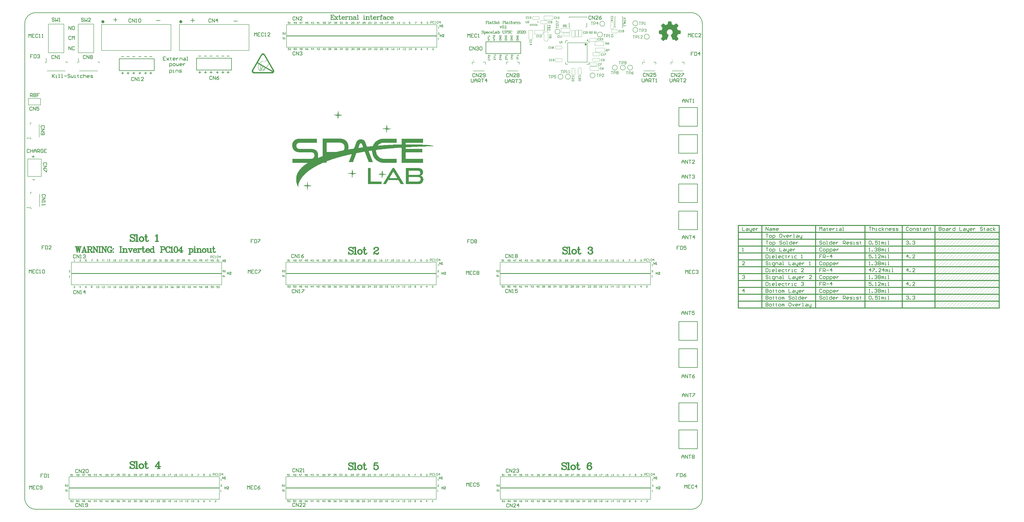
<source format=gto>
G04*
G04 #@! TF.GenerationSoftware,Altium Limited,Altium Designer,20.2.6 (244)*
G04*
G04 Layer_Color=65535*
%FSLAX25Y25*%
%MOIN*%
G70*
G04*
G04 #@! TF.SameCoordinates,78A2C6BB-1FC3-406C-8345-49C289C49674*
G04*
G04*
G04 #@! TF.FilePolarity,Positive*
G04*
G01*
G75*
%ADD10C,0.03543*%
%ADD11C,0.00787*%
%ADD12C,0.00472*%
%ADD13C,0.00984*%
%ADD14C,0.02362*%
%ADD15C,0.01000*%
%ADD16C,0.00064*%
%ADD17C,0.00500*%
%ADD18C,0.01968*%
%ADD19C,0.01575*%
%ADD20C,0.00800*%
%ADD21C,0.00591*%
%ADD22C,0.01500*%
%ADD23C,0.00100*%
G36*
X546389Y693655D02*
X546889D01*
Y693155D01*
Y692654D01*
Y692154D01*
Y691654D01*
Y691153D01*
Y690653D01*
Y690153D01*
Y689652D01*
Y689152D01*
Y688651D01*
Y688151D01*
X550392D01*
Y687651D01*
X553394D01*
Y687150D01*
X551893D01*
Y686650D01*
X546889D01*
Y686150D01*
Y685649D01*
Y685149D01*
Y684649D01*
Y684148D01*
Y683648D01*
Y683147D01*
X546389D01*
Y682647D01*
Y682147D01*
Y681646D01*
Y681146D01*
Y680646D01*
Y680145D01*
X545889D01*
Y680646D01*
Y681146D01*
Y681646D01*
Y682147D01*
X545388D01*
Y682647D01*
Y683147D01*
Y683648D01*
Y684148D01*
Y684649D01*
Y685149D01*
Y685649D01*
Y686150D01*
Y686650D01*
X542386D01*
Y687150D01*
X539384D01*
Y687651D01*
X539884D01*
Y688151D01*
X545388D01*
Y688651D01*
Y689152D01*
Y689652D01*
Y690153D01*
Y690653D01*
Y691153D01*
X545889D01*
Y691654D01*
Y692154D01*
Y692654D01*
Y693155D01*
Y693655D01*
Y694155D01*
X546389D01*
Y693655D01*
D02*
G37*
G36*
X631449Y670639D02*
Y670138D01*
Y669638D01*
Y669138D01*
Y668637D01*
Y668137D01*
X631950D01*
Y667636D01*
Y667136D01*
Y666636D01*
Y666135D01*
Y665635D01*
Y665135D01*
Y664634D01*
Y664134D01*
X636953D01*
Y663634D01*
X638955D01*
Y663133D01*
X634952D01*
Y662633D01*
X631950D01*
Y662133D01*
Y661632D01*
Y661132D01*
X631449D01*
Y660632D01*
Y660131D01*
Y659631D01*
Y659130D01*
Y658630D01*
Y658130D01*
Y657629D01*
Y657129D01*
X630449D01*
Y657629D01*
Y658130D01*
Y658630D01*
Y659130D01*
Y659631D01*
Y660131D01*
Y660632D01*
Y661132D01*
Y661632D01*
Y662133D01*
Y662633D01*
X628947D01*
Y663133D01*
X624945D01*
Y663634D01*
X623944D01*
Y664134D01*
X627947D01*
Y664634D01*
X630449D01*
Y665135D01*
Y665635D01*
Y666135D01*
Y666636D01*
Y667136D01*
Y667636D01*
Y668137D01*
Y668637D01*
Y669138D01*
X630949D01*
Y669638D01*
Y670138D01*
Y670639D01*
Y671139D01*
X631449D01*
Y670639D01*
D02*
G37*
G36*
X550892Y646121D02*
X553894D01*
Y645621D01*
X555395D01*
Y645120D01*
X556896D01*
Y644620D01*
X557897D01*
Y644120D01*
X558397D01*
Y643619D01*
X559398D01*
Y643119D01*
X559899D01*
Y642619D01*
X560399D01*
Y642118D01*
X560899D01*
Y641618D01*
X561400D01*
Y641118D01*
Y640617D01*
X561900D01*
Y640117D01*
X562400D01*
Y639617D01*
Y639116D01*
X562901D01*
Y638616D01*
Y638116D01*
X563401D01*
Y637615D01*
Y637115D01*
Y636615D01*
X563901D01*
Y636114D01*
Y635614D01*
Y635113D01*
Y634613D01*
Y634113D01*
X564402D01*
Y633612D01*
Y633112D01*
Y632612D01*
Y632111D01*
Y631611D01*
Y631111D01*
Y630610D01*
Y630110D01*
Y629610D01*
Y629109D01*
Y628609D01*
X563901D01*
Y628109D01*
Y627608D01*
X565903D01*
Y628109D01*
X569405D01*
Y628609D01*
X572407D01*
Y629109D01*
X573909D01*
Y629610D01*
X574409D01*
Y630110D01*
Y630610D01*
Y631111D01*
X574909D01*
Y631611D01*
Y632111D01*
X575410D01*
Y632612D01*
Y633112D01*
Y633612D01*
X575910D01*
Y634113D01*
Y634613D01*
Y635113D01*
X576410D01*
Y635614D01*
Y636114D01*
X576911D01*
Y636615D01*
Y637115D01*
Y637615D01*
X577411D01*
Y638116D01*
Y638616D01*
Y639116D01*
X577911D01*
Y639617D01*
Y640117D01*
X578412D01*
Y640617D01*
Y641118D01*
Y641618D01*
X578912D01*
Y642118D01*
X579412D01*
Y642619D01*
X579913D01*
Y643119D01*
X580413D01*
Y643619D01*
X580913D01*
Y644120D01*
X581914D01*
Y644620D01*
X583415D01*
Y645120D01*
X588419D01*
Y644620D01*
X589920D01*
Y644120D01*
X590921D01*
Y643619D01*
X591421D01*
Y643119D01*
X591921D01*
Y642619D01*
X592422D01*
Y642118D01*
X592922D01*
Y641618D01*
Y641118D01*
X593422D01*
Y640617D01*
Y640117D01*
X593923D01*
Y639617D01*
Y639116D01*
Y638616D01*
X594423D01*
Y638116D01*
Y637615D01*
X594923D01*
Y637115D01*
Y636615D01*
Y636114D01*
X595424D01*
Y635614D01*
Y635113D01*
Y634613D01*
X595924D01*
Y634113D01*
Y633612D01*
X596424D01*
Y633112D01*
Y632612D01*
X596925D01*
Y632111D01*
X597425D01*
Y632612D01*
X601428D01*
Y633112D01*
X606431D01*
Y633612D01*
X606932D01*
Y634113D01*
Y634613D01*
X607432D01*
Y635113D01*
Y635614D01*
X607933D01*
Y636114D01*
Y636615D01*
X608433D01*
Y637115D01*
Y637615D01*
X608933D01*
Y638116D01*
X609434D01*
Y638616D01*
X609934D01*
Y639116D01*
Y639617D01*
X610434D01*
Y640117D01*
X610935D01*
Y640617D01*
X611435D01*
Y641118D01*
X611935D01*
Y641618D01*
X612936D01*
Y642118D01*
X613437D01*
Y642619D01*
X613937D01*
Y643119D01*
X614938D01*
Y643619D01*
X615938D01*
Y644120D01*
X616939D01*
Y644620D01*
X617940D01*
Y645120D01*
X619441D01*
Y645621D01*
X621442D01*
Y646121D01*
X648461D01*
Y645621D01*
Y645120D01*
Y644620D01*
Y644120D01*
Y643619D01*
Y643119D01*
Y642619D01*
Y642118D01*
Y641618D01*
Y641118D01*
Y640617D01*
Y640117D01*
Y639617D01*
Y639116D01*
X622443D01*
Y638616D01*
X620942D01*
Y638116D01*
X619941D01*
Y637615D01*
X618940D01*
Y637115D01*
X617940D01*
Y636615D01*
X617439D01*
Y636114D01*
X616939D01*
Y635614D01*
X616439D01*
Y635113D01*
X615938D01*
Y634613D01*
X615438D01*
Y634113D01*
X617940D01*
Y634613D01*
X624945D01*
Y635113D01*
X632950D01*
Y635614D01*
X641957D01*
Y636114D01*
X656967D01*
Y636615D01*
Y637115D01*
Y637615D01*
Y638116D01*
Y638616D01*
Y639116D01*
Y639617D01*
Y640117D01*
Y640617D01*
Y641118D01*
Y641618D01*
Y642118D01*
Y642619D01*
Y643119D01*
Y643619D01*
Y644120D01*
Y644620D01*
Y645120D01*
Y645621D01*
Y646121D01*
X694494D01*
Y645621D01*
Y645120D01*
Y644620D01*
Y644120D01*
Y643619D01*
Y643119D01*
Y642619D01*
Y642118D01*
Y641618D01*
Y641118D01*
Y640617D01*
Y640117D01*
Y639617D01*
Y639116D01*
X663972D01*
Y638616D01*
Y638116D01*
Y637615D01*
Y637115D01*
Y636615D01*
Y636114D01*
X693493D01*
Y635614D01*
X702500D01*
Y635113D01*
X707003D01*
Y634613D01*
X709505D01*
Y634113D01*
X711506D01*
Y633612D01*
X713007D01*
Y633112D01*
X698997D01*
Y632612D01*
X684487D01*
Y632111D01*
X673979D01*
Y631611D01*
X664973D01*
Y631111D01*
X663972D01*
Y630610D01*
Y630110D01*
Y629610D01*
Y629109D01*
Y628609D01*
X692993D01*
Y628109D01*
Y627608D01*
Y627108D01*
Y626607D01*
Y626107D01*
Y625607D01*
Y625106D01*
Y624606D01*
Y624106D01*
Y623605D01*
Y623105D01*
Y622605D01*
X663972D01*
Y622104D01*
Y621604D01*
Y621103D01*
Y620603D01*
Y620103D01*
Y619602D01*
Y619102D01*
Y618602D01*
Y618101D01*
Y617601D01*
Y617101D01*
Y616600D01*
Y616100D01*
Y615600D01*
Y615099D01*
Y614599D01*
Y614099D01*
Y613598D01*
Y613098D01*
Y612598D01*
Y612097D01*
Y611597D01*
Y611096D01*
X694494D01*
Y610596D01*
Y610096D01*
Y609595D01*
Y609095D01*
Y608595D01*
Y608094D01*
Y607594D01*
Y607094D01*
Y606593D01*
Y606093D01*
Y605592D01*
Y605092D01*
Y604592D01*
Y604092D01*
X656967D01*
Y604592D01*
Y605092D01*
Y605592D01*
Y606093D01*
Y606593D01*
Y607094D01*
Y607594D01*
Y608094D01*
Y608595D01*
Y609095D01*
Y609595D01*
Y610096D01*
Y610596D01*
Y611096D01*
Y611597D01*
Y612097D01*
Y612598D01*
Y613098D01*
Y613598D01*
Y614099D01*
Y614599D01*
Y615099D01*
Y615600D01*
Y616100D01*
Y616600D01*
Y617101D01*
Y617601D01*
Y618101D01*
Y618602D01*
Y619102D01*
Y619602D01*
Y620103D01*
Y620603D01*
Y621103D01*
Y621604D01*
Y622104D01*
Y622605D01*
Y623105D01*
Y623605D01*
Y624106D01*
Y624606D01*
Y625106D01*
Y625607D01*
Y626107D01*
Y626607D01*
Y627108D01*
Y627608D01*
Y628109D01*
Y628609D01*
Y629109D01*
Y629610D01*
Y630110D01*
Y630610D01*
X649962D01*
Y630110D01*
X643958D01*
Y629610D01*
X637954D01*
Y629109D01*
X632450D01*
Y628609D01*
X627947D01*
Y628109D01*
X622943D01*
Y627608D01*
X618440D01*
Y627108D01*
X614437D01*
Y626607D01*
X612436D01*
Y626107D01*
Y625607D01*
Y625106D01*
Y624606D01*
Y624106D01*
Y623605D01*
Y623105D01*
X612936D01*
Y622605D01*
Y622104D01*
Y621604D01*
Y621103D01*
Y620603D01*
X613437D01*
Y620103D01*
Y619602D01*
Y619102D01*
X613937D01*
Y618602D01*
Y618101D01*
X614437D01*
Y617601D01*
X614938D01*
Y617101D01*
Y616600D01*
X615438D01*
Y616100D01*
X615938D01*
Y615600D01*
X616439D01*
Y615099D01*
X616939D01*
Y614599D01*
X617439D01*
Y614099D01*
X617940D01*
Y613598D01*
X618440D01*
Y613098D01*
X619441D01*
Y612598D01*
X620441D01*
Y612097D01*
X621943D01*
Y611597D01*
X624444D01*
Y611096D01*
X648461D01*
Y610596D01*
Y610096D01*
Y609595D01*
Y609095D01*
Y608595D01*
Y608094D01*
Y607594D01*
Y607094D01*
Y606593D01*
Y606093D01*
Y605592D01*
Y605092D01*
Y604592D01*
Y604092D01*
X623944D01*
Y604592D01*
X620942D01*
Y605092D01*
X619441D01*
Y605592D01*
X617940D01*
Y606093D01*
X616939D01*
Y606593D01*
X615938D01*
Y607094D01*
X614938D01*
Y607594D01*
X614437D01*
Y608094D01*
X613437D01*
Y608595D01*
X612936D01*
Y609095D01*
X612436D01*
Y609595D01*
X611935D01*
Y610096D01*
X611435D01*
Y610596D01*
X610935D01*
Y611096D01*
X610434D01*
Y611597D01*
X609934D01*
Y612097D01*
X609434D01*
Y612598D01*
Y613098D01*
X608933D01*
Y613598D01*
X608433D01*
Y614099D01*
Y614599D01*
X607933D01*
Y615099D01*
Y615600D01*
X607432D01*
Y616100D01*
Y616600D01*
X606932D01*
Y617101D01*
Y617601D01*
Y618101D01*
X606431D01*
Y618602D01*
Y619102D01*
Y619602D01*
Y620103D01*
X605931D01*
Y620603D01*
Y621103D01*
Y621604D01*
Y622104D01*
Y622605D01*
X605431D01*
Y623105D01*
Y623605D01*
Y624106D01*
Y624606D01*
Y625106D01*
Y625607D01*
X602929D01*
Y625106D01*
X599927D01*
Y624606D01*
X599427D01*
Y624106D01*
X599927D01*
Y623605D01*
Y623105D01*
X600427D01*
Y622605D01*
Y622104D01*
Y621604D01*
X600928D01*
Y621103D01*
Y620603D01*
X601428D01*
Y620103D01*
Y619602D01*
Y619102D01*
X601928D01*
Y618602D01*
Y618101D01*
Y617601D01*
X602429D01*
Y617101D01*
Y616600D01*
X602929D01*
Y616100D01*
Y615600D01*
Y615099D01*
X603429D01*
Y614599D01*
Y614099D01*
Y613598D01*
X603930D01*
Y613098D01*
Y612598D01*
X604430D01*
Y612097D01*
Y611597D01*
Y611096D01*
X604930D01*
Y610596D01*
Y610096D01*
X605431D01*
Y609595D01*
Y609095D01*
Y608595D01*
X605931D01*
Y608094D01*
Y607594D01*
Y607094D01*
X606431D01*
Y606593D01*
Y606093D01*
X606932D01*
Y605592D01*
X599427D01*
Y606093D01*
Y606593D01*
X598926D01*
Y607094D01*
Y607594D01*
Y608094D01*
X598426D01*
Y608595D01*
Y609095D01*
Y609595D01*
X597926D01*
Y610096D01*
Y610596D01*
X597425D01*
Y611096D01*
Y611597D01*
Y612097D01*
X596925D01*
Y612598D01*
Y613098D01*
X596424D01*
Y613598D01*
Y614099D01*
Y614599D01*
X595924D01*
Y615099D01*
Y615600D01*
Y616100D01*
X595424D01*
Y616600D01*
Y617101D01*
X594923D01*
Y617601D01*
Y618101D01*
Y618602D01*
X594423D01*
Y619102D01*
Y619602D01*
Y620103D01*
X593923D01*
Y620603D01*
Y621103D01*
X593422D01*
Y621604D01*
Y622104D01*
Y622605D01*
X592922D01*
Y623105D01*
Y623605D01*
X590420D01*
Y623105D01*
X587919D01*
Y622605D01*
X584916D01*
Y622104D01*
X582414D01*
Y621604D01*
X579412D01*
Y621103D01*
X577911D01*
Y620603D01*
Y620103D01*
X577411D01*
Y619602D01*
Y619102D01*
Y618602D01*
X576911D01*
Y618101D01*
Y617601D01*
X576410D01*
Y617101D01*
Y616600D01*
Y616100D01*
X575910D01*
Y615600D01*
Y615099D01*
Y614599D01*
X575410D01*
Y614099D01*
Y613598D01*
X574909D01*
Y613098D01*
Y612598D01*
Y612097D01*
X574409D01*
Y611597D01*
Y611096D01*
Y610596D01*
X573909D01*
Y610096D01*
Y609595D01*
X573408D01*
Y609095D01*
Y608595D01*
Y608094D01*
X572908D01*
Y607594D01*
Y607094D01*
Y606593D01*
X572407D01*
Y606093D01*
Y605592D01*
X564902D01*
Y606093D01*
X565403D01*
Y606593D01*
Y607094D01*
Y607594D01*
X565903D01*
Y608094D01*
Y608595D01*
X566403D01*
Y609095D01*
Y609595D01*
Y610096D01*
X566903D01*
Y610596D01*
Y611096D01*
X567404D01*
Y611597D01*
Y612097D01*
Y612598D01*
X567904D01*
Y613098D01*
Y613598D01*
Y614099D01*
X568405D01*
Y614599D01*
Y615099D01*
X568905D01*
Y615600D01*
Y616100D01*
Y616600D01*
X569405D01*
Y617101D01*
Y617601D01*
Y618101D01*
X569906D01*
Y618602D01*
Y619102D01*
X567404D01*
Y618602D01*
X564902D01*
Y618101D01*
X562901D01*
Y617601D01*
X560899D01*
Y617101D01*
X558898D01*
Y616600D01*
X556896D01*
Y616100D01*
X554895D01*
Y615600D01*
X552894D01*
Y615099D01*
X550892D01*
Y614599D01*
X549391D01*
Y614099D01*
X547390D01*
Y613598D01*
X545388D01*
Y613098D01*
X543887D01*
Y612598D01*
X542386D01*
Y612097D01*
X540885D01*
Y611597D01*
X538884D01*
Y611096D01*
X537383D01*
Y610596D01*
X535882D01*
Y610096D01*
X534380D01*
Y609595D01*
X533380D01*
Y609095D01*
X531879D01*
Y608595D01*
X530378D01*
Y608094D01*
X528877D01*
Y607594D01*
X527375D01*
Y607094D01*
X526375D01*
Y606593D01*
Y606093D01*
Y605592D01*
Y605092D01*
Y604592D01*
X520370D01*
Y604092D01*
X518869D01*
Y603591D01*
X517869D01*
Y603091D01*
X516868D01*
Y602590D01*
X515867D01*
Y602090D01*
X514867D01*
Y601590D01*
X513866D01*
Y601089D01*
X512365D01*
Y600589D01*
X511364D01*
Y600089D01*
X510363D01*
Y599588D01*
X509863D01*
Y599088D01*
X508862D01*
Y598588D01*
X507862D01*
Y598087D01*
X506861D01*
Y597587D01*
X505860D01*
Y597086D01*
X505360D01*
Y596586D01*
X504359D01*
Y596086D01*
X503359D01*
Y595585D01*
X502858D01*
Y595085D01*
X501857D01*
Y594585D01*
X500857D01*
Y594084D01*
X500356D01*
Y593584D01*
X499356D01*
Y593084D01*
X498855D01*
Y592583D01*
X497855D01*
Y592083D01*
X497354D01*
Y591583D01*
X496353D01*
Y591082D01*
X495853D01*
Y590582D01*
X495353D01*
Y590082D01*
X494352D01*
Y589581D01*
X493852D01*
Y589081D01*
X493351D01*
Y588581D01*
X492851D01*
Y588080D01*
X491850D01*
Y587580D01*
X491350D01*
Y587079D01*
X490850D01*
Y586579D01*
X490349D01*
Y586079D01*
X489849D01*
Y585578D01*
X489349D01*
Y585078D01*
X488848D01*
Y584578D01*
X488348D01*
Y584077D01*
X487848D01*
Y583577D01*
X487347D01*
Y583076D01*
X486847D01*
Y582576D01*
X486346D01*
Y582076D01*
X485846D01*
Y581575D01*
X485346D01*
Y581075D01*
X484845D01*
Y580575D01*
X484345D01*
Y580075D01*
Y579574D01*
X483845D01*
Y579074D01*
X483344D01*
Y578573D01*
X482844D01*
Y578073D01*
Y577573D01*
X482344D01*
Y577072D01*
X481843D01*
Y576572D01*
X481343D01*
Y576072D01*
Y575571D01*
X480843D01*
Y575071D01*
Y574571D01*
X480342D01*
Y574070D01*
Y573570D01*
X479842D01*
Y573069D01*
X479342D01*
Y572569D01*
Y572069D01*
X478841D01*
Y571568D01*
Y571068D01*
Y570568D01*
X478341D01*
Y570068D01*
Y569567D01*
X477840D01*
Y569067D01*
Y568566D01*
Y568066D01*
X477340D01*
Y567566D01*
Y567065D01*
Y566565D01*
Y566065D01*
X476840D01*
Y565564D01*
Y565064D01*
Y564564D01*
Y564063D01*
Y563563D01*
Y563062D01*
Y562562D01*
X476339D01*
Y563062D01*
Y563563D01*
X475839D01*
Y564063D01*
Y564564D01*
X475339D01*
Y565064D01*
Y565564D01*
X474838D01*
Y566065D01*
Y566565D01*
Y567065D01*
X474338D01*
Y567566D01*
Y568066D01*
Y568566D01*
X473838D01*
Y569067D01*
Y569567D01*
Y570068D01*
Y570568D01*
Y571068D01*
X473337D01*
Y571568D01*
Y572069D01*
Y572569D01*
Y573069D01*
Y573570D01*
Y574070D01*
Y574571D01*
Y575071D01*
Y575571D01*
Y576072D01*
Y576572D01*
Y577072D01*
Y577573D01*
Y578073D01*
Y578573D01*
Y579074D01*
Y579574D01*
X473838D01*
Y580075D01*
Y580575D01*
Y581075D01*
Y581575D01*
Y582076D01*
X474338D01*
Y582576D01*
Y583076D01*
Y583577D01*
X474838D01*
Y584077D01*
Y584578D01*
Y585078D01*
X475339D01*
Y585578D01*
Y586079D01*
X475839D01*
Y586579D01*
Y587079D01*
X476339D01*
Y587580D01*
Y588080D01*
X476840D01*
Y588581D01*
Y589081D01*
X477340D01*
Y589581D01*
X477840D01*
Y590082D01*
Y590582D01*
X478341D01*
Y591082D01*
X478841D01*
Y591583D01*
Y592083D01*
X479342D01*
Y592583D01*
X479842D01*
Y593084D01*
X480342D01*
Y593584D01*
X480843D01*
Y594084D01*
X481343D01*
Y594585D01*
X481843D01*
Y595085D01*
X482344D01*
Y595585D01*
Y596086D01*
X482844D01*
Y596586D01*
X483845D01*
Y597086D01*
X484345D01*
Y597587D01*
X484845D01*
Y598087D01*
X485346D01*
Y598588D01*
X485846D01*
Y599088D01*
X486346D01*
Y599588D01*
X487347D01*
Y600089D01*
X487848D01*
Y600589D01*
X488348D01*
Y601089D01*
X489349D01*
Y601590D01*
X489849D01*
Y602090D01*
X490850D01*
Y602590D01*
X491350D01*
Y603091D01*
X492351D01*
Y603591D01*
X492851D01*
Y604092D01*
X466833D01*
Y604592D01*
Y605092D01*
Y605592D01*
Y606093D01*
Y606593D01*
Y607094D01*
Y607594D01*
Y608094D01*
Y608595D01*
Y609095D01*
Y609595D01*
Y610096D01*
Y610596D01*
Y611096D01*
X499856D01*
Y611597D01*
X501857D01*
Y612097D01*
X502858D01*
Y612598D01*
X503359D01*
Y613098D01*
X503859D01*
Y613598D01*
Y614099D01*
X504359D01*
Y614599D01*
Y615099D01*
X504860D01*
Y615600D01*
Y616100D01*
Y616600D01*
Y617101D01*
Y617601D01*
Y618101D01*
Y618602D01*
Y619102D01*
X504359D01*
Y619602D01*
Y620103D01*
X503859D01*
Y620603D01*
Y621103D01*
X503359D01*
Y621604D01*
X502358D01*
Y622104D01*
X500857D01*
Y622605D01*
X476840D01*
Y623105D01*
X474338D01*
Y623605D01*
X472837D01*
Y624106D01*
X471836D01*
Y624606D01*
X471336D01*
Y625106D01*
X470335D01*
Y625607D01*
X469835D01*
Y626107D01*
X469334D01*
Y626607D01*
X468834D01*
Y627108D01*
Y627608D01*
X468334D01*
Y628109D01*
X467833D01*
Y628609D01*
Y629109D01*
X467333D01*
Y629610D01*
Y630110D01*
X466833D01*
Y630610D01*
Y631111D01*
Y631611D01*
Y632111D01*
X466332D01*
Y632612D01*
Y633112D01*
Y633612D01*
Y634113D01*
Y634613D01*
Y635113D01*
Y635614D01*
Y636114D01*
Y636615D01*
Y637115D01*
X466833D01*
Y637615D01*
Y638116D01*
Y638616D01*
Y639116D01*
X467333D01*
Y639617D01*
Y640117D01*
X467833D01*
Y640617D01*
Y641118D01*
X468334D01*
Y641618D01*
X468834D01*
Y642118D01*
X469334D01*
Y642619D01*
Y643119D01*
X470335D01*
Y643619D01*
X470835D01*
Y644120D01*
X471336D01*
Y644620D01*
X472337D01*
Y645120D01*
X473838D01*
Y645621D01*
X475339D01*
Y646121D01*
X509363D01*
Y645621D01*
Y645120D01*
Y644620D01*
Y644120D01*
Y643619D01*
Y643119D01*
Y642619D01*
Y642118D01*
Y641618D01*
Y641118D01*
Y640617D01*
Y640117D01*
Y639617D01*
Y639116D01*
X476840D01*
Y638616D01*
X475839D01*
Y638116D01*
X475339D01*
Y637615D01*
X474838D01*
Y637115D01*
X474338D01*
Y636615D01*
Y636114D01*
X473838D01*
Y635614D01*
Y635113D01*
Y634613D01*
Y634113D01*
Y633612D01*
Y633112D01*
Y632612D01*
Y632111D01*
Y631611D01*
X474338D01*
Y631111D01*
Y630610D01*
X474838D01*
Y630110D01*
X475339D01*
Y629610D01*
X475839D01*
Y629109D01*
X476840D01*
Y628609D01*
X501357D01*
Y628109D01*
X503859D01*
Y627608D01*
X505360D01*
Y627108D01*
X506361D01*
Y626607D01*
X507361D01*
Y626107D01*
X507862D01*
Y625607D01*
X508362D01*
Y625106D01*
X508862D01*
Y624606D01*
X509363D01*
Y624106D01*
X509863D01*
Y623605D01*
Y623105D01*
X510363D01*
Y622605D01*
Y622104D01*
X510864D01*
Y621604D01*
Y621103D01*
Y620603D01*
X511364D01*
Y620103D01*
Y619602D01*
Y619102D01*
Y618602D01*
Y618101D01*
Y617601D01*
Y617101D01*
Y616600D01*
Y616100D01*
Y615600D01*
Y615099D01*
Y614599D01*
Y614099D01*
Y613598D01*
Y613098D01*
Y612598D01*
X511865D01*
Y613098D01*
X512865D01*
Y613598D01*
X513866D01*
Y614099D01*
X515367D01*
Y614599D01*
X516368D01*
Y615099D01*
X517869D01*
Y615600D01*
X518869D01*
Y616100D01*
X519370D01*
Y616600D01*
Y617101D01*
Y617601D01*
Y618101D01*
Y618602D01*
Y619102D01*
Y619602D01*
Y620103D01*
Y620603D01*
Y621103D01*
Y621604D01*
Y622104D01*
Y622605D01*
Y623105D01*
Y623605D01*
Y624106D01*
Y624606D01*
Y625106D01*
Y625607D01*
Y626107D01*
Y626607D01*
Y627108D01*
Y627608D01*
Y628109D01*
Y628609D01*
Y629109D01*
Y629610D01*
Y630110D01*
Y630610D01*
Y631111D01*
Y631611D01*
Y632111D01*
Y632612D01*
Y633112D01*
Y633612D01*
Y634113D01*
Y634613D01*
Y635113D01*
Y635614D01*
Y636114D01*
Y636615D01*
Y637115D01*
Y637615D01*
Y638116D01*
Y638616D01*
Y639116D01*
Y639617D01*
Y640117D01*
Y640617D01*
Y641118D01*
Y641618D01*
Y642118D01*
Y642619D01*
Y643119D01*
Y643619D01*
Y644120D01*
Y644620D01*
Y645120D01*
Y645621D01*
Y646121D01*
Y646622D01*
X550892D01*
Y646121D01*
D02*
G37*
G36*
X571407Y593084D02*
Y592583D01*
Y592083D01*
Y591583D01*
Y591082D01*
Y590582D01*
Y590082D01*
X571907D01*
Y589581D01*
Y589081D01*
Y588581D01*
Y588080D01*
Y587580D01*
Y587079D01*
Y586579D01*
X572908D01*
Y586079D01*
X576911D01*
Y585578D01*
X578412D01*
Y585078D01*
X574409D01*
Y584578D01*
X571907D01*
Y584077D01*
Y583577D01*
Y583076D01*
X571407D01*
Y582576D01*
Y582076D01*
Y581575D01*
Y581075D01*
Y580575D01*
Y580075D01*
Y579574D01*
Y579074D01*
X570906D01*
Y578573D01*
X570406D01*
Y579074D01*
Y579574D01*
Y580075D01*
Y580575D01*
Y581075D01*
Y581575D01*
Y582076D01*
Y582576D01*
Y583076D01*
Y583577D01*
Y584077D01*
Y584578D01*
X569405D01*
Y585078D01*
X564902D01*
Y585578D01*
X563401D01*
Y586079D01*
X567404D01*
Y586579D01*
X570406D01*
Y587079D01*
Y587580D01*
Y588080D01*
Y588581D01*
Y589081D01*
Y589581D01*
Y590082D01*
Y590582D01*
Y591082D01*
X570906D01*
Y591583D01*
Y592083D01*
Y592583D01*
Y593084D01*
Y593584D01*
X571407D01*
Y593084D01*
D02*
G37*
G36*
X623444Y591082D02*
Y590582D01*
Y590082D01*
Y589581D01*
X623944D01*
Y589081D01*
Y588581D01*
Y588080D01*
Y587580D01*
Y587079D01*
Y586579D01*
Y586079D01*
Y585578D01*
Y585078D01*
X625945D01*
Y584578D01*
X629448D01*
Y584077D01*
X629948D01*
Y583577D01*
X623944D01*
Y583076D01*
Y582576D01*
Y582076D01*
Y581575D01*
Y581075D01*
Y580575D01*
X623444D01*
Y580075D01*
Y579574D01*
Y579074D01*
Y578573D01*
Y578073D01*
Y577573D01*
X622943D01*
Y578073D01*
X622443D01*
Y578573D01*
Y579074D01*
Y579574D01*
Y580075D01*
Y580575D01*
Y581075D01*
Y581575D01*
Y582076D01*
Y582576D01*
Y583076D01*
Y583577D01*
X617940D01*
Y584077D01*
X615438D01*
Y584578D01*
X617940D01*
Y585078D01*
X622443D01*
Y585578D01*
Y586079D01*
Y586579D01*
Y587079D01*
Y587580D01*
Y588080D01*
Y588581D01*
Y589081D01*
X622943D01*
Y589581D01*
Y590082D01*
Y590582D01*
Y591082D01*
Y591583D01*
X623444D01*
Y591082D01*
D02*
G37*
G36*
X687989Y594585D02*
X689991D01*
Y594084D01*
X690991D01*
Y593584D01*
X691992D01*
Y593084D01*
X692492D01*
Y592583D01*
X692993D01*
Y592083D01*
Y591583D01*
X693493D01*
Y591082D01*
X693994D01*
Y590582D01*
Y590082D01*
Y589581D01*
Y589081D01*
X694494D01*
Y588581D01*
Y588080D01*
Y587580D01*
Y587079D01*
Y586579D01*
X693994D01*
Y586079D01*
Y585578D01*
Y585078D01*
Y584578D01*
X693493D01*
Y584077D01*
X692993D01*
Y583577D01*
Y583076D01*
X691992D01*
Y582576D01*
X691492D01*
Y582076D01*
X690491D01*
Y581575D01*
X691492D01*
Y581075D01*
X691992D01*
Y580575D01*
X692993D01*
Y580075D01*
X693493D01*
Y579574D01*
Y579074D01*
X693994D01*
Y578573D01*
X694494D01*
Y578073D01*
Y577573D01*
Y577072D01*
Y576572D01*
X694994D01*
Y576072D01*
Y575571D01*
Y575071D01*
Y574571D01*
Y574070D01*
Y573570D01*
X694494D01*
Y573069D01*
Y572569D01*
Y572069D01*
X693994D01*
Y571568D01*
Y571068D01*
X693493D01*
Y570568D01*
Y570068D01*
X692993D01*
Y569567D01*
X692492D01*
Y569067D01*
X691992D01*
Y568566D01*
X690991D01*
Y568066D01*
X689991D01*
Y567566D01*
X688490D01*
Y567065D01*
X664473D01*
Y567566D01*
Y568066D01*
Y568566D01*
Y569067D01*
Y569567D01*
Y570068D01*
Y570568D01*
Y571068D01*
Y571568D01*
Y572069D01*
Y572569D01*
Y573069D01*
Y573570D01*
Y574070D01*
Y574571D01*
Y575071D01*
Y575571D01*
Y576072D01*
Y576572D01*
Y577072D01*
Y577573D01*
Y578073D01*
Y578573D01*
Y579074D01*
Y579574D01*
Y580075D01*
Y580575D01*
Y581075D01*
Y581575D01*
Y582076D01*
Y582576D01*
Y583076D01*
Y583577D01*
Y584077D01*
Y584578D01*
Y585078D01*
Y585578D01*
Y586079D01*
Y586579D01*
Y587079D01*
Y587580D01*
Y588080D01*
Y588581D01*
Y589081D01*
Y589581D01*
Y590082D01*
Y590582D01*
Y591082D01*
Y591583D01*
Y592083D01*
Y592583D01*
Y593084D01*
Y593584D01*
Y594084D01*
Y594585D01*
Y595085D01*
X687989D01*
Y594585D01*
D02*
G37*
G36*
X643458Y595085D02*
X643958D01*
Y594585D01*
X644458D01*
Y594084D01*
X644959D01*
Y593584D01*
X645459D01*
Y593084D01*
Y592583D01*
X645960D01*
Y592083D01*
Y591583D01*
X646460D01*
Y591082D01*
X646960D01*
Y590582D01*
Y590082D01*
X647461D01*
Y589581D01*
X647961D01*
Y589081D01*
Y588581D01*
X648461D01*
Y588080D01*
Y587580D01*
X648962D01*
Y587079D01*
X649462D01*
Y586579D01*
Y586079D01*
X649962D01*
Y585578D01*
Y585078D01*
X650463D01*
Y584578D01*
X650963D01*
Y584077D01*
Y583577D01*
X651463D01*
Y583076D01*
Y582576D01*
X651964D01*
Y582076D01*
X652464D01*
Y581575D01*
Y581075D01*
X652964D01*
Y580575D01*
Y580075D01*
X653465D01*
Y579574D01*
X653965D01*
Y579074D01*
Y578573D01*
X654466D01*
Y578073D01*
Y577573D01*
X654966D01*
Y577072D01*
X655466D01*
Y576572D01*
Y576072D01*
X655967D01*
Y575571D01*
Y575071D01*
X656467D01*
Y574571D01*
X656967D01*
Y574070D01*
Y573570D01*
X657468D01*
Y573069D01*
Y572569D01*
X657968D01*
Y572069D01*
X658468D01*
Y571568D01*
Y571068D01*
X658969D01*
Y570568D01*
Y570068D01*
X659469D01*
Y569567D01*
X659970D01*
Y569067D01*
Y568566D01*
X660470D01*
Y568066D01*
Y567566D01*
X660970D01*
Y567065D01*
X655466D01*
Y567566D01*
X654966D01*
Y568066D01*
Y568566D01*
X654466D01*
Y569067D01*
Y569567D01*
X653965D01*
Y570068D01*
X653465D01*
Y570568D01*
Y571068D01*
X652964D01*
Y571568D01*
Y572069D01*
X652464D01*
Y572569D01*
X651964D01*
Y573069D01*
Y573570D01*
X651463D01*
Y574070D01*
X633451D01*
Y573570D01*
Y573069D01*
X632950D01*
Y572569D01*
X632450D01*
Y572069D01*
Y571568D01*
X631950D01*
Y571068D01*
Y570568D01*
X631449D01*
Y570068D01*
X630949D01*
Y569567D01*
Y569067D01*
X630449D01*
Y568566D01*
Y568066D01*
X629948D01*
Y567566D01*
Y567065D01*
X624444D01*
Y567566D01*
X624945D01*
Y568066D01*
Y568566D01*
X625445D01*
Y569067D01*
X625945D01*
Y569567D01*
Y570068D01*
X626446D01*
Y570568D01*
Y571068D01*
X626946D01*
Y571568D01*
X627446D01*
Y572069D01*
Y572569D01*
X627947D01*
Y573069D01*
Y573570D01*
X628447D01*
Y574070D01*
X628947D01*
Y574571D01*
Y575071D01*
X629448D01*
Y575571D01*
Y576072D01*
X629948D01*
Y576572D01*
X630449D01*
Y577072D01*
Y577573D01*
X630949D01*
Y578073D01*
Y578573D01*
X631449D01*
Y579074D01*
X631950D01*
Y579574D01*
Y580075D01*
X632450D01*
Y580575D01*
Y581075D01*
X632950D01*
Y581575D01*
X633451D01*
Y582076D01*
Y582576D01*
X633951D01*
Y583076D01*
Y583577D01*
X634451D01*
Y584077D01*
X634952D01*
Y584578D01*
Y585078D01*
X635452D01*
Y585578D01*
Y586079D01*
X635953D01*
Y586579D01*
X636453D01*
Y587079D01*
Y587580D01*
X636953D01*
Y588080D01*
Y588581D01*
X637454D01*
Y589081D01*
X637954D01*
Y589581D01*
Y590082D01*
X638454D01*
Y590582D01*
Y591082D01*
X638955D01*
Y591583D01*
X639455D01*
Y592083D01*
Y592583D01*
X639955D01*
Y593084D01*
Y593584D01*
X640456D01*
Y594084D01*
X640956D01*
Y594585D01*
X641456D01*
Y595085D01*
X641957D01*
Y595585D01*
X643458D01*
Y595085D01*
D02*
G37*
G36*
X602929Y594585D02*
Y594084D01*
Y593584D01*
Y593084D01*
Y592583D01*
Y592083D01*
Y591583D01*
Y591082D01*
Y590582D01*
Y590082D01*
Y589581D01*
Y589081D01*
Y588581D01*
Y588080D01*
Y587580D01*
Y587079D01*
Y586579D01*
Y586079D01*
Y585578D01*
Y585078D01*
Y584578D01*
Y584077D01*
Y583577D01*
Y583076D01*
Y582576D01*
Y582076D01*
Y581575D01*
Y581075D01*
Y580575D01*
Y580075D01*
Y579574D01*
Y579074D01*
Y578573D01*
Y578073D01*
Y577573D01*
Y577072D01*
Y576572D01*
Y576072D01*
Y575571D01*
Y575071D01*
Y574571D01*
Y574070D01*
Y573570D01*
Y573069D01*
Y572569D01*
Y572069D01*
Y571568D01*
X621943D01*
Y571068D01*
Y570568D01*
Y570068D01*
Y569567D01*
Y569067D01*
Y568566D01*
Y568066D01*
Y567566D01*
Y567065D01*
X598426D01*
Y567566D01*
Y568066D01*
Y568566D01*
Y569067D01*
Y569567D01*
Y570068D01*
Y570568D01*
Y571068D01*
Y571568D01*
Y572069D01*
Y572569D01*
Y573069D01*
Y573570D01*
Y574070D01*
Y574571D01*
Y575071D01*
Y575571D01*
Y576072D01*
Y576572D01*
Y577072D01*
Y577573D01*
Y578073D01*
Y578573D01*
Y579074D01*
Y579574D01*
Y580075D01*
Y580575D01*
Y581075D01*
Y581575D01*
Y582076D01*
Y582576D01*
Y583076D01*
Y583577D01*
Y584077D01*
Y584578D01*
Y585078D01*
Y585578D01*
Y586079D01*
Y586579D01*
Y587079D01*
Y587580D01*
Y588080D01*
Y588581D01*
Y589081D01*
Y589581D01*
Y590082D01*
Y590582D01*
Y591082D01*
Y591583D01*
Y592083D01*
Y592583D01*
Y593084D01*
Y593584D01*
Y594084D01*
Y594585D01*
Y595085D01*
X602929D01*
Y594585D01*
D02*
G37*
G36*
X493351Y570568D02*
Y570068D01*
Y569567D01*
Y569067D01*
Y568566D01*
Y568066D01*
Y567566D01*
Y567065D01*
Y566565D01*
Y566065D01*
Y565564D01*
Y565064D01*
X496353D01*
Y564564D01*
X499356D01*
Y564063D01*
Y563563D01*
X493852D01*
Y563062D01*
X493351D01*
Y562562D01*
Y562062D01*
Y561561D01*
Y561061D01*
Y560561D01*
Y560060D01*
Y559560D01*
Y559060D01*
X492851D01*
Y558559D01*
Y558059D01*
Y557559D01*
Y557058D01*
Y556558D01*
X492351D01*
Y557058D01*
Y557559D01*
Y558059D01*
Y558559D01*
Y559060D01*
Y559560D01*
Y560060D01*
X491850D01*
Y560561D01*
Y561061D01*
Y561561D01*
Y562062D01*
Y562562D01*
Y563062D01*
Y563563D01*
X487848D01*
Y564063D01*
X485346D01*
Y564564D01*
X487347D01*
Y565064D01*
X491850D01*
Y565564D01*
Y566065D01*
Y566565D01*
Y567065D01*
X492351D01*
Y567566D01*
Y568066D01*
Y568566D01*
Y569067D01*
Y569567D01*
Y570068D01*
Y570568D01*
X492851D01*
Y571068D01*
X493351D01*
Y570568D01*
D02*
G37*
G36*
X1128882Y781496D02*
X1128571D01*
Y783470D01*
X1128567Y783466D01*
X1128552Y783451D01*
X1128525Y783431D01*
X1128490Y783404D01*
X1128448Y783370D01*
X1128398Y783335D01*
X1128341Y783293D01*
X1128275Y783255D01*
X1128271D01*
X1128268Y783251D01*
X1128245Y783236D01*
X1128210Y783216D01*
X1128168Y783193D01*
X1128118Y783167D01*
X1128064Y783143D01*
X1128006Y783116D01*
X1127953Y783094D01*
Y783397D01*
X1127957D01*
X1127964Y783401D01*
X1127980Y783408D01*
X1127995Y783420D01*
X1128018Y783431D01*
X1128045Y783443D01*
X1128106Y783477D01*
X1128176Y783520D01*
X1128252Y783570D01*
X1128329Y783627D01*
X1128402Y783689D01*
X1128406Y783693D01*
X1128410Y783696D01*
X1128433Y783719D01*
X1128467Y783754D01*
X1128510Y783796D01*
X1128556Y783850D01*
X1128602Y783908D01*
X1128644Y783969D01*
X1128679Y784030D01*
X1128882D01*
Y781496D01*
D02*
G37*
G36*
X841677D02*
X841366D01*
Y783470D01*
X841362Y783466D01*
X841347Y783451D01*
X841320Y783431D01*
X841286Y783404D01*
X841243Y783370D01*
X841194Y783335D01*
X841136Y783293D01*
X841071Y783255D01*
X841067D01*
X841063Y783251D01*
X841040Y783236D01*
X841005Y783216D01*
X840963Y783193D01*
X840913Y783167D01*
X840860Y783143D01*
X840802Y783116D01*
X840748Y783094D01*
Y783397D01*
X840752D01*
X840760Y783401D01*
X840775Y783408D01*
X840790Y783420D01*
X840813Y783431D01*
X840840Y783443D01*
X840902Y783477D01*
X840971Y783520D01*
X841048Y783570D01*
X841124Y783627D01*
X841197Y783689D01*
X841201Y783693D01*
X841205Y783696D01*
X841228Y783719D01*
X841263Y783754D01*
X841305Y783796D01*
X841351Y783850D01*
X841397Y783908D01*
X841439Y783969D01*
X841474Y784030D01*
X841677D01*
Y781496D01*
D02*
G37*
G36*
X782622D02*
X782311D01*
Y783470D01*
X782307Y783466D01*
X782292Y783451D01*
X782265Y783431D01*
X782231Y783404D01*
X782188Y783370D01*
X782138Y783335D01*
X782081Y783293D01*
X782016Y783255D01*
X782012D01*
X782008Y783251D01*
X781985Y783236D01*
X781950Y783216D01*
X781908Y783193D01*
X781858Y783167D01*
X781804Y783143D01*
X781747Y783116D01*
X781693Y783094D01*
Y783397D01*
X781697D01*
X781704Y783401D01*
X781720Y783408D01*
X781735Y783420D01*
X781758Y783431D01*
X781785Y783443D01*
X781847Y783477D01*
X781916Y783520D01*
X781992Y783570D01*
X782069Y783627D01*
X782142Y783689D01*
X782146Y783693D01*
X782150Y783696D01*
X782173Y783719D01*
X782207Y783754D01*
X782250Y783796D01*
X782296Y783850D01*
X782342Y783908D01*
X782384Y783969D01*
X782419Y784030D01*
X782622D01*
Y781496D01*
D02*
G37*
G36*
X1079669D02*
X1079358D01*
Y783470D01*
X1079355Y783466D01*
X1079339Y783451D01*
X1079312Y783431D01*
X1079278Y783404D01*
X1079235Y783370D01*
X1079186Y783335D01*
X1079128Y783293D01*
X1079063Y783255D01*
X1079059D01*
X1079055Y783251D01*
X1079032Y783236D01*
X1078997Y783216D01*
X1078955Y783193D01*
X1078905Y783167D01*
X1078852Y783143D01*
X1078794Y783116D01*
X1078740Y783094D01*
Y783397D01*
X1078744D01*
X1078752Y783401D01*
X1078767Y783408D01*
X1078782Y783420D01*
X1078805Y783431D01*
X1078832Y783443D01*
X1078894Y783477D01*
X1078963Y783520D01*
X1079040Y783570D01*
X1079117Y783627D01*
X1079189Y783689D01*
X1079193Y783693D01*
X1079197Y783696D01*
X1079220Y783719D01*
X1079255Y783754D01*
X1079297Y783796D01*
X1079343Y783850D01*
X1079389Y783908D01*
X1079431Y783969D01*
X1079466Y784030D01*
X1079669D01*
Y781496D01*
D02*
G37*
G36*
X415943Y795042D02*
X416324Y794987D01*
X416705Y794824D01*
X417195Y794661D01*
X417631Y794388D01*
X418067Y794061D01*
X418121Y794007D01*
X418230Y793898D01*
X418339Y793789D01*
X418448Y793626D01*
X418503Y793571D01*
X418557Y793462D01*
X418830Y793135D01*
X434408Y766118D01*
X434462Y766064D01*
X434517Y765900D01*
X434626Y765628D01*
X434735Y765247D01*
X434844Y764865D01*
X434898Y764375D01*
Y763831D01*
X434844Y763231D01*
Y763177D01*
X434789Y763068D01*
X434735Y762905D01*
X434680Y762687D01*
Y762632D01*
X434626Y762523D01*
X434571Y762360D01*
X434462Y762142D01*
X434408D01*
X434353Y762087D01*
X434245Y761924D01*
X434081Y761706D01*
X433863Y761379D01*
X433536Y761107D01*
X433155Y760780D01*
X432719Y760508D01*
X432175Y760290D01*
X432120D01*
X431957Y760236D01*
X431793Y760181D01*
X431467D01*
X431303Y760127D01*
X399547Y760127D01*
X399275Y760181D01*
X398893Y760236D01*
X398458Y760345D01*
X397968Y760562D01*
X397532Y760780D01*
X397042Y761162D01*
X396987Y761216D01*
X396933Y761325D01*
X396660Y761597D01*
X396606Y761652D01*
X396551Y761761D01*
X396333Y762087D01*
Y762142D01*
X396279Y762196D01*
X396224Y762360D01*
X396116Y762632D01*
X396007Y762959D01*
X395898Y763395D01*
X395789Y763831D01*
Y764375D01*
X395843Y764920D01*
Y764974D01*
X395898Y765138D01*
X395952Y765356D01*
X396007Y765465D01*
Y765519D01*
X396061Y765628D01*
X396170Y765792D01*
X396279Y766009D01*
Y766064D01*
X396333D01*
X411912Y793081D01*
Y793135D01*
X411966Y793190D01*
X412239Y793517D01*
X412566Y793953D01*
X413056Y794388D01*
X413165Y794443D01*
X413382Y794552D01*
X413437D01*
X413546Y794661D01*
X413709Y794715D01*
X413982Y794824D01*
X414635Y794987D01*
X415398Y795096D01*
X415670D01*
X415943Y795042D01*
D02*
G37*
%LPC*%
G36*
X586918Y638116D02*
X584416D01*
Y637615D01*
Y637115D01*
X583916D01*
Y636615D01*
Y636114D01*
X583415D01*
Y635614D01*
Y635113D01*
Y634613D01*
X582915D01*
Y634113D01*
Y633612D01*
Y633112D01*
X582414D01*
Y632612D01*
Y632111D01*
X581914D01*
Y631611D01*
Y631111D01*
Y630610D01*
X581414D01*
Y630110D01*
X582915D01*
Y630610D01*
X586417D01*
Y631111D01*
X589920D01*
Y631611D01*
X589419D01*
Y632111D01*
Y632612D01*
Y633112D01*
X588919D01*
Y633612D01*
Y634113D01*
Y634613D01*
X588419D01*
Y635113D01*
Y635614D01*
X587919D01*
Y636114D01*
Y636615D01*
Y637115D01*
X587418D01*
Y637615D01*
X586918D01*
Y638116D01*
D02*
G37*
G36*
X550392Y639617D02*
X526375D01*
Y639116D01*
Y638616D01*
Y638116D01*
Y637615D01*
Y637115D01*
Y636615D01*
Y636114D01*
Y635614D01*
Y635113D01*
Y634613D01*
Y634113D01*
Y633612D01*
Y633112D01*
Y632612D01*
Y632111D01*
Y631611D01*
Y631111D01*
Y630610D01*
Y630110D01*
Y629610D01*
Y629109D01*
Y628609D01*
Y628109D01*
Y627608D01*
Y627108D01*
Y626607D01*
Y626107D01*
Y625607D01*
Y625106D01*
Y624606D01*
Y624106D01*
Y623605D01*
Y623105D01*
X543387D01*
Y623605D01*
X545889D01*
Y624106D01*
X547890D01*
Y624606D01*
X549892D01*
Y625106D01*
X552393D01*
Y625607D01*
X554895D01*
Y626107D01*
X555896D01*
Y626607D01*
X556396D01*
Y627108D01*
X556896D01*
Y627608D01*
Y628109D01*
Y628609D01*
X557397D01*
Y629109D01*
Y629610D01*
Y630110D01*
Y630610D01*
Y631111D01*
Y631611D01*
Y632111D01*
Y632612D01*
Y633112D01*
Y633612D01*
Y634113D01*
X556896D01*
Y634613D01*
Y635113D01*
X556396D01*
Y635614D01*
Y636114D01*
X555896D01*
Y636615D01*
X555395D01*
Y637115D01*
X554895D01*
Y637615D01*
X554395D01*
Y638116D01*
X553894D01*
Y638616D01*
X552393D01*
Y639116D01*
X550392D01*
Y639617D01*
D02*
G37*
G36*
X685988Y590582D02*
X669476D01*
Y590082D01*
Y589581D01*
Y589081D01*
Y588581D01*
Y588080D01*
Y587580D01*
Y587079D01*
Y586579D01*
Y586079D01*
Y585578D01*
Y585078D01*
Y584578D01*
Y584077D01*
Y583577D01*
Y583076D01*
X686989D01*
Y583577D01*
X688490D01*
Y584077D01*
X688990D01*
Y584578D01*
X689490D01*
Y585078D01*
Y585578D01*
Y586079D01*
Y586579D01*
Y587079D01*
Y587580D01*
Y588080D01*
Y588581D01*
X688990D01*
Y589081D01*
X688490D01*
Y589581D01*
X687989D01*
Y590082D01*
X685988D01*
Y590582D01*
D02*
G37*
G36*
X686488Y579574D02*
X669476D01*
Y579074D01*
Y578573D01*
Y578073D01*
Y577573D01*
Y577072D01*
Y576572D01*
Y576072D01*
Y575571D01*
Y575071D01*
Y574571D01*
Y574070D01*
Y573570D01*
Y573069D01*
Y572569D01*
Y572069D01*
Y571568D01*
X686989D01*
Y572069D01*
X688490D01*
Y572569D01*
X688990D01*
Y573069D01*
X689490D01*
Y573570D01*
X689991D01*
Y574070D01*
Y574571D01*
Y575071D01*
Y575571D01*
Y576072D01*
Y576572D01*
Y577072D01*
Y577573D01*
X689490D01*
Y578073D01*
X688990D01*
Y578573D01*
X688490D01*
Y579074D01*
X686488D01*
Y579574D01*
D02*
G37*
G36*
X642957Y588581D02*
X641957D01*
Y588080D01*
Y587580D01*
X641456D01*
Y587079D01*
Y586579D01*
X640956D01*
Y586079D01*
X640456D01*
Y585578D01*
Y585078D01*
X639955D01*
Y584578D01*
Y584077D01*
X639455D01*
Y583577D01*
X638955D01*
Y583076D01*
Y582576D01*
X638454D01*
Y582076D01*
Y581575D01*
X637954D01*
Y581075D01*
X637454D01*
Y580575D01*
Y580075D01*
X636953D01*
Y579574D01*
Y579074D01*
X636453D01*
Y578573D01*
Y578073D01*
Y577573D01*
X648962D01*
Y578073D01*
Y578573D01*
X648461D01*
Y579074D01*
Y579574D01*
X647961D01*
Y580075D01*
Y580575D01*
X647461D01*
Y581075D01*
X646960D01*
Y581575D01*
Y582076D01*
X646460D01*
Y582576D01*
Y583076D01*
X645960D01*
Y583577D01*
X645459D01*
Y584077D01*
Y584578D01*
X644959D01*
Y585078D01*
Y585578D01*
X644458D01*
Y586079D01*
X643958D01*
Y586579D01*
Y587079D01*
X643458D01*
Y587580D01*
Y588080D01*
X642957D01*
Y588581D01*
D02*
G37*
G36*
X415398Y792482D02*
X415289D01*
X415017Y792427D01*
X414690Y792373D01*
X414309Y792155D01*
X414254Y792100D01*
X414200D01*
X414145Y792046D01*
X414091Y791992D01*
X413927Y791883D01*
X413709Y791610D01*
X413491Y791338D01*
X406519Y779246D01*
X408807Y777938D01*
X408861Y777993D01*
X408970Y778102D01*
X409188Y778320D01*
X409515Y778592D01*
X409570Y778646D01*
X409733Y778755D01*
X410005Y778973D01*
X410387Y779246D01*
X410441Y779300D01*
X410550Y779354D01*
X410605D01*
X410659Y779409D01*
X410877Y779518D01*
X410986Y779572D01*
X411149Y779681D01*
X411422Y779845D01*
X411585Y779954D01*
X411639Y780008D01*
X411803Y780117D01*
X412075Y780280D01*
X412402Y780498D01*
X413165Y780989D01*
X413600Y781152D01*
X413982Y781315D01*
X414036D01*
X414200Y781370D01*
X414418Y781424D01*
X414744Y781479D01*
X415180Y781588D01*
X415616Y781642D01*
X417904D01*
X418448Y781588D01*
X419320D01*
X419538Y781642D01*
X420028Y781697D01*
X420573Y781860D01*
X422316Y782568D01*
X417250Y791392D01*
X417195D01*
X417141Y791447D01*
X417032Y791665D01*
Y791719D01*
X416978Y791774D01*
X416814Y791883D01*
X416705Y791992D01*
X416433Y792155D01*
X415943Y792318D01*
X415398Y792427D01*
Y792482D01*
D02*
G37*
G36*
X422588Y782078D02*
X420790Y781370D01*
X420736D01*
X420627Y781315D01*
X420464Y781261D01*
X420300Y781207D01*
X419756Y781043D01*
X419102Y780989D01*
X418013D01*
X417359Y781043D01*
X417250D01*
X416978Y781098D01*
X415779D01*
X415017Y780989D01*
X414200Y780771D01*
X414145D01*
X414036Y780716D01*
X413818Y780607D01*
X413546Y780498D01*
X413219Y780335D01*
X412838Y780117D01*
X412402Y779845D01*
X411912Y779518D01*
X411857Y779463D01*
X411749Y779409D01*
X411476Y779246D01*
X411149Y779028D01*
X411040Y778973D01*
X410931Y778919D01*
X410713Y778755D01*
X410659Y778701D01*
X410441Y778592D01*
X410169Y778374D01*
X409842Y778156D01*
X409788Y778102D01*
X409679Y777993D01*
X409297Y777666D01*
X420464Y771184D01*
X420518D01*
X420627Y771239D01*
X420845Y771347D01*
X421172Y771511D01*
X421499Y771729D01*
X421934Y772055D01*
X422425Y772437D01*
X422915Y772927D01*
X422969Y772982D01*
X423024Y773036D01*
X423296Y773308D01*
X423351Y773363D01*
X423405Y773417D01*
X423623Y773690D01*
X423677Y773744D01*
X423732Y773908D01*
X423895Y774180D01*
X424059Y774670D01*
Y774724D01*
X424113Y774779D01*
X424222Y775051D01*
X424331Y775433D01*
X424494Y775760D01*
X424549Y775868D01*
X424712Y776032D01*
X424930Y776359D01*
X425148Y776631D01*
X425203Y776685D01*
X425312Y776740D01*
X425584Y776958D01*
X422588Y782078D01*
D02*
G37*
G36*
X414581Y772600D02*
Y772546D01*
X414526Y772491D01*
Y772328D01*
Y772219D01*
Y772164D01*
Y772055D01*
X414635Y771729D01*
X414690Y771620D01*
X414744Y771565D01*
X414799Y771402D01*
X414908Y771239D01*
X415017Y771075D01*
X415126Y771130D01*
X415344Y771347D01*
X415616Y771565D01*
X415943Y771783D01*
X414581Y772600D01*
D02*
G37*
G36*
X413056Y773472D02*
Y773417D01*
X412947Y773363D01*
X412838Y773036D01*
Y772982D01*
Y772873D01*
X412783Y772491D01*
Y772437D01*
Y772328D01*
Y772055D01*
Y771729D01*
Y771620D01*
Y771565D01*
Y771456D01*
Y771239D01*
Y770966D01*
X412838Y770748D01*
Y770694D01*
X412892Y770530D01*
X412947Y770421D01*
X413001Y770312D01*
X413056Y770258D01*
X413110Y770095D01*
X413219Y769877D01*
X413383Y769550D01*
X413437Y769604D01*
X413491Y769659D01*
X413546Y769713D01*
X413600Y769768D01*
X413655Y769877D01*
X413873Y770095D01*
X414200Y770367D01*
X414526Y770694D01*
Y770748D01*
X414418Y770857D01*
X414309Y771075D01*
X414145Y771402D01*
X414091Y771511D01*
Y771565D01*
X414036Y771729D01*
X413982Y771947D01*
X413927Y772219D01*
Y772273D01*
Y772437D01*
X413982Y772655D01*
X414036Y772927D01*
X413056Y773472D01*
D02*
G37*
G36*
X411694Y774289D02*
Y774234D01*
X411585Y774016D01*
X411422Y773690D01*
X411204Y773254D01*
X411149Y773199D01*
X411040Y772982D01*
X410931Y772764D01*
X410822Y772546D01*
Y772491D01*
Y772328D01*
X410877Y771947D01*
X410931Y771729D01*
X411040Y771402D01*
Y771347D01*
X411095Y771239D01*
X411204Y770912D01*
X411313Y770476D01*
Y770095D01*
Y769986D01*
X411258Y769768D01*
X411204Y769441D01*
Y769060D01*
Y768951D01*
X411258Y768896D01*
Y768842D01*
X411313D01*
X411367Y768787D01*
X411422D01*
Y768733D01*
X411585Y768678D01*
X411639D01*
X411694Y768624D01*
X411749Y768569D01*
Y768515D01*
X411857Y768461D01*
X411966Y768352D01*
X412130Y768243D01*
X412184D01*
X412239Y768188D01*
X412457Y768025D01*
X412511Y768134D01*
X412620Y768352D01*
X412783Y768678D01*
X413056Y769060D01*
X413001Y769169D01*
X412892Y769386D01*
X412674Y769713D01*
X412511Y770095D01*
Y770149D01*
X412457Y770203D01*
X412402Y770312D01*
X412348D01*
Y770367D01*
Y770421D01*
X412293Y770585D01*
Y770639D01*
Y770694D01*
X412239Y770857D01*
X412184Y771130D01*
Y771565D01*
Y771620D01*
Y771729D01*
Y772001D01*
Y772055D01*
Y772164D01*
Y772491D01*
Y772546D01*
Y772709D01*
X412239Y772927D01*
X412293Y773199D01*
Y773254D01*
X412348Y773417D01*
X412457Y773581D01*
X412566Y773799D01*
X411694Y774289D01*
D02*
G37*
G36*
X418121Y769114D02*
X418067D01*
X418013Y769060D01*
X417849Y768951D01*
X417631Y768842D01*
X417468Y768678D01*
X417413Y768624D01*
X417250Y768515D01*
X417087Y768243D01*
X416869Y767916D01*
X416814Y767861D01*
Y767807D01*
X416760Y767752D01*
X416814D01*
X416869Y767698D01*
X417141Y767589D01*
X417250D01*
X417468Y767534D01*
X417795Y767480D01*
X418230Y767426D01*
X418448D01*
X418666Y767480D01*
X418775Y767589D01*
X418830D01*
Y767643D01*
X418884Y767807D01*
X418938Y767970D01*
Y768134D01*
Y768188D01*
Y768243D01*
X418830Y768406D01*
Y768461D01*
X418775D01*
Y768515D01*
Y768569D01*
X418666Y768624D01*
X418503Y768842D01*
X418230Y769005D01*
X418121Y769114D01*
D02*
G37*
G36*
X416487Y771511D02*
X416378Y771456D01*
X416160Y771239D01*
X415779Y770966D01*
X415289Y770585D01*
X415235D01*
X415180Y770476D01*
X414908Y770258D01*
X414472Y769877D01*
X414036Y769386D01*
X413982Y769332D01*
X413818Y769169D01*
X413600Y768896D01*
X413383Y768515D01*
X413165Y768079D01*
X412947Y767643D01*
X412783Y767153D01*
X412736Y766724D01*
X412783Y766772D01*
X412892Y766990D01*
X412947Y767044D01*
X413110Y767153D01*
X413328Y767317D01*
X413655Y767426D01*
X413709D01*
X413764Y767480D01*
X413927D01*
X413982Y767534D01*
X414036D01*
X414145Y767589D01*
X414254D01*
X414581Y767643D01*
X415289D01*
X415344Y767589D01*
X415561Y767534D01*
X415725D01*
X416052Y767426D01*
Y767480D01*
X416106Y767534D01*
Y767643D01*
Y767698D01*
X416160Y767807D01*
X416215Y767970D01*
X416324Y768188D01*
Y768243D01*
X416378Y768297D01*
X416542Y768515D01*
X416814Y768842D01*
X417141Y769169D01*
X417196D01*
X417250Y769277D01*
X417468Y769386D01*
X417795Y769604D01*
X417849D01*
X417904Y769659D01*
X418121Y769822D01*
X418394Y770040D01*
X418666Y770258D01*
X416487Y771511D01*
D02*
G37*
G36*
X412736Y766724D02*
X412729Y766717D01*
Y766663D01*
X412736Y766724D01*
D02*
G37*
G36*
X416596Y767208D02*
X416542Y767153D01*
X416487Y766990D01*
Y766935D01*
X416433Y766717D01*
X416324Y766391D01*
X416106Y766064D01*
X416160Y766009D01*
X416269Y765955D01*
X416487Y765846D01*
X416760Y765792D01*
X416923D01*
X417087Y765846D01*
X417250Y765955D01*
X417304Y766009D01*
X417359Y766064D01*
Y766118D01*
X417413Y766173D01*
Y766282D01*
Y766336D01*
Y766500D01*
Y766717D01*
X417250Y766990D01*
X417141Y767044D01*
X416923D01*
X416814Y767099D01*
X416705Y767153D01*
X416596Y767208D01*
D02*
G37*
G36*
X408208Y776304D02*
Y776195D01*
X408099Y775868D01*
X407936Y775378D01*
X407609Y774724D01*
Y774670D01*
X407554Y774616D01*
X407445Y774343D01*
X407336Y774016D01*
X407227Y773744D01*
Y773635D01*
Y773526D01*
Y773363D01*
Y773145D01*
X407282Y772818D01*
X407336Y772491D01*
X407445Y772055D01*
Y772001D01*
X407500Y771892D01*
X407554Y771729D01*
X407609Y771565D01*
Y771511D01*
Y771402D01*
X407663Y771130D01*
X407772Y770694D01*
X407827Y770040D01*
Y769986D01*
Y769931D01*
X407881Y769550D01*
X407990Y769169D01*
X408044Y768733D01*
X408099Y768678D01*
X408153Y768461D01*
X408317Y768134D01*
X408480Y767752D01*
X408535Y767698D01*
X408589Y767534D01*
X408644Y767317D01*
X408698Y767099D01*
X408753D01*
X408807Y767153D01*
X408861D01*
X408916Y767208D01*
X409188D01*
X409515Y767099D01*
X409733Y766990D01*
X409897Y766881D01*
X410114Y766663D01*
X410278Y766391D01*
X410332Y766336D01*
X410441Y766173D01*
X410496Y766118D01*
X410550Y766009D01*
X410713Y765683D01*
Y765574D01*
Y765356D01*
Y765247D01*
Y765083D01*
X410768Y765138D01*
X410822Y765192D01*
X410877Y765247D01*
X411040Y765465D01*
X411204Y765737D01*
X411313Y766064D01*
Y766173D01*
Y766282D01*
X411258Y766445D01*
Y766717D01*
X411149Y767044D01*
X411040Y767426D01*
X410877Y767970D01*
Y768025D01*
X410822Y768134D01*
X410768Y768352D01*
Y768461D01*
X410713Y768678D01*
Y768733D01*
X410659Y768842D01*
Y768896D01*
Y769005D01*
Y769060D01*
Y769114D01*
Y769386D01*
Y769822D01*
X410713Y770258D01*
Y770312D01*
Y770421D01*
X410659Y770694D01*
X410605Y770912D01*
X410496Y771184D01*
Y771239D01*
X410441Y771347D01*
X410387Y771511D01*
X410332Y771783D01*
X410278Y772219D01*
Y772491D01*
Y772655D01*
Y772709D01*
X410332Y772927D01*
X410496Y773199D01*
X410713Y773581D01*
Y773635D01*
X410768Y773690D01*
X410931Y773962D01*
X411095Y774289D01*
X411149Y774616D01*
X408208Y776304D01*
D02*
G37*
G36*
X415235Y767371D02*
X414799D01*
X414581Y767317D01*
X414309D01*
X414091Y767262D01*
X414036Y767208D01*
X413873D01*
X413818Y767153D01*
X413709D01*
X413546Y767044D01*
X413328Y766935D01*
X413110Y766772D01*
X413056Y766663D01*
X413001Y766500D01*
X412838Y766227D01*
Y766173D01*
X412783Y765955D01*
Y765846D01*
X412838Y765683D01*
X412947Y765410D01*
X413165Y765192D01*
X413219Y765083D01*
X413328Y765029D01*
X413546Y764974D01*
X413818D01*
X414036Y765029D01*
X414145D01*
X414363Y765083D01*
X414472Y765138D01*
X414581Y765192D01*
X414744Y765301D01*
X414799Y765356D01*
X414962Y765465D01*
X415180Y765737D01*
X415452Y766118D01*
Y766173D01*
X415507Y766227D01*
X415725Y766500D01*
X415888Y766826D01*
X415943Y767099D01*
X415888Y767153D01*
X415779Y767208D01*
X415561Y767262D01*
X415235Y767371D01*
D02*
G37*
G36*
X409297Y766881D02*
X408861D01*
X408807Y766826D01*
X408861Y766663D01*
Y766608D01*
X408916Y766500D01*
X409025Y766282D01*
X409079Y766064D01*
X409297Y765628D01*
X409406Y765410D01*
X409515Y765247D01*
X409570Y765192D01*
X409679Y765083D01*
X409897Y764974D01*
X410114Y764920D01*
X410332D01*
X410387Y764974D01*
Y765083D01*
Y765138D01*
X410441Y765192D01*
Y765356D01*
Y765410D01*
Y765465D01*
Y765519D01*
X410387Y765574D01*
Y765628D01*
X410332Y765737D01*
X410169Y766009D01*
Y766064D01*
X410114Y766118D01*
Y766173D01*
X410060Y766282D01*
Y766336D01*
X410005Y766391D01*
X409788Y766608D01*
X409461Y766772D01*
X409297Y766881D01*
D02*
G37*
G36*
X425856Y776468D02*
X425747Y776413D01*
X425584Y776195D01*
X425529Y776141D01*
X425420Y776032D01*
X425203Y775760D01*
X424985Y775433D01*
Y775378D01*
X424876Y775215D01*
X424767Y774888D01*
X424603Y774452D01*
Y774398D01*
X424549Y774343D01*
X424440Y774016D01*
X424277Y773690D01*
X424059Y773363D01*
Y773308D01*
X423950Y773254D01*
X423786Y772982D01*
X423732Y772927D01*
X423623Y772818D01*
X423514Y772655D01*
X423351Y772491D01*
X423296Y772437D01*
X423133Y772273D01*
X422915Y772110D01*
X422643Y771838D01*
X421880Y771293D01*
X421499Y771021D01*
X421117Y770803D01*
X432338Y764321D01*
Y764430D01*
Y764648D01*
Y764702D01*
Y764811D01*
Y764865D01*
Y764920D01*
X432284Y765138D01*
X432229Y765410D01*
X432066Y765737D01*
X425856Y776468D01*
D02*
G37*
G36*
X405648Y777775D02*
X398676Y765683D01*
Y765628D01*
X398621Y765574D01*
X398512Y765356D01*
Y765301D01*
X398458Y765083D01*
Y765029D01*
Y764920D01*
X398403Y764811D01*
Y764593D01*
X398458Y764103D01*
X398676Y763558D01*
X398730Y763504D01*
X398893Y763286D01*
X398948Y763231D01*
X399111Y763068D01*
X399166D01*
X399220Y762959D01*
X399547Y762796D01*
X399983Y762578D01*
X400255Y762523D01*
X400582Y762469D01*
X430214Y762469D01*
Y762523D01*
X430595D01*
X430704Y762578D01*
X430867D01*
X431031Y762632D01*
X431249Y762741D01*
X431412Y762850D01*
X419156Y769931D01*
X419102Y769877D01*
X418993Y769768D01*
X418612Y769441D01*
X418666Y769386D01*
X418775Y769332D01*
X418938Y769169D01*
X419211Y768896D01*
Y768842D01*
X419265Y768787D01*
X419320Y768733D01*
X419429Y768569D01*
X419483Y768352D01*
X419538Y768079D01*
Y768025D01*
X419483Y767916D01*
X419429Y767698D01*
X419374Y767426D01*
X419320Y767371D01*
X419265Y767208D01*
X419211Y767153D01*
X419047Y767044D01*
X418721Y766935D01*
X418230Y766881D01*
X417958D01*
Y766826D01*
X418013Y766663D01*
Y766445D01*
Y766173D01*
X417958Y766118D01*
X417904Y765900D01*
X417849Y765792D01*
X417740Y765628D01*
X417686Y765574D01*
X417631Y765519D01*
X417413Y765410D01*
X417087Y765301D01*
X416705Y765247D01*
X416651D01*
X416433Y765301D01*
X416106Y765410D01*
X415779Y765574D01*
X415725Y765519D01*
X415561Y765301D01*
X415344Y765083D01*
X415071Y764865D01*
X415017D01*
X414962Y764756D01*
X414635Y764593D01*
X414581D01*
X414472Y764539D01*
X414091Y764430D01*
X413437D01*
X413219Y764484D01*
X412947Y764593D01*
X412729Y764756D01*
X412620Y764865D01*
X412457Y765192D01*
X412348Y765410D01*
X412293Y765683D01*
X412184Y766064D01*
Y766445D01*
Y766500D01*
Y766554D01*
Y766608D01*
Y766663D01*
Y766881D01*
Y767153D01*
X412239Y767426D01*
X412184Y767480D01*
X412075Y767589D01*
X411857Y767752D01*
X411803D01*
X411694Y767807D01*
X411585Y767916D01*
X411476Y767970D01*
Y767916D01*
X411531Y767752D01*
X411639Y767480D01*
X411694Y767208D01*
X411857Y766554D01*
X411912Y766282D01*
Y766064D01*
Y766009D01*
Y765955D01*
X411803Y765628D01*
X411585Y765192D01*
X411422Y764974D01*
X411204Y764756D01*
X411149Y764702D01*
X411040Y764648D01*
X410713Y764430D01*
X410659D01*
X410496Y764375D01*
X410114Y764321D01*
X410005D01*
X409788Y764430D01*
X409406Y764593D01*
X409079Y764920D01*
X409025Y764974D01*
X408916Y765083D01*
X408861Y765247D01*
X408753Y765465D01*
X408589Y765737D01*
X408480Y766064D01*
X408317Y766500D01*
Y766554D01*
Y766608D01*
X408262Y766663D01*
Y766717D01*
Y766772D01*
X408208Y766881D01*
X408099Y767099D01*
X408044Y767317D01*
X407936Y767534D01*
Y767589D01*
X407881Y767643D01*
X407772Y767916D01*
X407609Y768297D01*
X407500Y768569D01*
Y768624D01*
X407445Y768896D01*
X407391Y769332D01*
X407336Y769604D01*
X407282Y769931D01*
Y769986D01*
Y770095D01*
X407227Y770258D01*
X407173Y770476D01*
X407119Y770966D01*
X407064Y771347D01*
X407010Y771402D01*
Y771456D01*
Y771511D01*
X406955Y771729D01*
X406901Y771947D01*
Y772001D01*
X406846Y772164D01*
X406792Y772437D01*
X406737Y772709D01*
X406628Y773363D01*
Y773635D01*
X406683Y773908D01*
Y773962D01*
X406792Y774180D01*
X406901Y774507D01*
X407119Y774997D01*
Y775051D01*
X407173Y775160D01*
X407282Y775324D01*
X407391Y775542D01*
X407554Y776086D01*
X407663Y776577D01*
X405648Y777775D01*
D02*
G37*
%LPD*%
D10*
X272835Y850295D02*
G03*
X272835Y850295I-787J0D01*
G01*
X137106D02*
G03*
X137106Y850295I-787J0D01*
G01*
D11*
X932874Y833071D02*
G03*
X932874Y833071I-4331J0D01*
G01*
X1006988Y827953D02*
G03*
X1006988Y827953I-4331J0D01*
G01*
X1011024Y846752D02*
G03*
X1011024Y846752I-4331J0D01*
G01*
X1068602Y847706D02*
G03*
X1068602Y847706I-4331J0D01*
G01*
X1088583Y824213D02*
G03*
X1088583Y824213I-4331J0D01*
G01*
X1068602Y836024D02*
G03*
X1068602Y836024I-4331J0D01*
G01*
X1059449Y770253D02*
G03*
X1059449Y770253I-4331J0D01*
G01*
X1046762Y770230D02*
G03*
X1046762Y770230I-4331J0D01*
G01*
X1032905Y770230D02*
G03*
X1032905Y770230I-4331J0D01*
G01*
X993968Y756590D02*
G03*
X993968Y756590I-4331J0D01*
G01*
X951243Y754351D02*
G03*
X951243Y754351I-4331J0D01*
G01*
X938214D02*
G03*
X938214Y754351I-4331J0D01*
G01*
X6594Y612303D02*
G03*
X6594Y612303I-197J0D01*
G01*
X6496Y717618D02*
G03*
X6496Y717618I-197J0D01*
G01*
X828654Y411465D02*
X1090661D01*
X828654D02*
Y430780D01*
X1090661Y411465D02*
Y430780D01*
X828654D02*
X1090661D01*
X77185Y56709D02*
X339193D01*
Y37394D02*
Y56709D01*
X77185Y37394D02*
Y56709D01*
Y37394D02*
X339193D01*
X455217Y37394D02*
X717224D01*
X455217D02*
Y56709D01*
X717224Y37394D02*
Y56709D01*
X455217D02*
X717224D01*
X829154Y56653D02*
X1091161D01*
Y37339D02*
Y56653D01*
X829154Y37339D02*
Y56653D01*
Y37339D02*
X1091161D01*
X455425Y411465D02*
X717433D01*
X455425D02*
Y430780D01*
X717433Y411465D02*
Y430780D01*
X455425D02*
X717433D01*
X456173Y825803D02*
X718181D01*
X456173D02*
Y845118D01*
X718181Y825803D02*
Y845118D01*
X456173D02*
X718181D01*
X81228Y411409D02*
X343236D01*
X81228D02*
Y430724D01*
X343236Y411409D02*
Y430724D01*
X81228D02*
X343236D01*
X77185Y36654D02*
X339193D01*
Y17338D02*
Y36654D01*
X77185Y17338D02*
Y36654D01*
Y17338D02*
X339193D01*
X455425Y391409D02*
X717433D01*
X455425D02*
Y410724D01*
X717433Y391409D02*
Y410724D01*
X455425D02*
X717433D01*
X455217Y36709D02*
X717224D01*
Y17394D02*
Y36709D01*
X455217Y17394D02*
Y36709D01*
Y17394D02*
X717224D01*
X828654Y391465D02*
X1090661D01*
X828654D02*
Y410780D01*
X1090661Y391465D02*
Y410780D01*
X828654D02*
X1090661D01*
X829154Y36654D02*
X1091161D01*
Y17338D02*
Y36654D01*
X829154Y17338D02*
Y36654D01*
Y17338D02*
X1091161D01*
X456173Y805803D02*
X718181D01*
X456173Y805945D02*
Y825118D01*
X718181Y805779D02*
Y825118D01*
X456173D02*
X718181D01*
X81226Y410724D02*
X343234D01*
Y391409D02*
Y410724D01*
X81226Y391409D02*
Y410724D01*
Y391409D02*
X343234D01*
X1128248Y764370D02*
X1147244D01*
X1126378Y779724D02*
X1130118D01*
X1126378Y776279D02*
Y779724D01*
X1149213Y776279D02*
Y779724D01*
X1145473D02*
X1149213D01*
X858268D02*
X862008D01*
Y776279D02*
Y779724D01*
X839173Y776279D02*
Y779724D01*
X842914D01*
X841043Y764370D02*
X860040D01*
X781988D02*
X800984D01*
X780118Y779724D02*
X783858D01*
X780118Y776279D02*
Y779724D01*
X802953Y776279D02*
Y779724D01*
X799213D02*
X802953D01*
X1096260D02*
X1100000D01*
Y776279D02*
Y779724D01*
X1077165Y776279D02*
Y779724D01*
X1080906D01*
X1079035Y764370D02*
X1098032D01*
X269783Y845473D02*
X390846D01*
X269783Y800197D02*
Y845473D01*
Y800197D02*
X390846D01*
Y845473D01*
X255118Y800197D02*
Y845473D01*
X134055Y800197D02*
X255118D01*
X134055D02*
Y845473D01*
X255118D01*
X979626Y857185D02*
Y858465D01*
Y841043D02*
Y848524D01*
X978051Y841043D02*
X979626D01*
X948917D02*
X950492D01*
X948917D02*
Y848524D01*
Y857185D02*
Y858465D01*
X979626D01*
X946373Y813521D02*
X980232D01*
X946373Y779662D02*
X980232D01*
Y813521D01*
X946373Y779662D02*
Y813521D01*
X981806Y817063D02*
X983775Y815095D01*
X979838Y817063D02*
X981806D01*
X983775Y813126D02*
Y815095D01*
X979838Y776119D02*
X983776D01*
X983775Y776118D02*
X983776Y776119D01*
X983775Y776118D02*
Y780056D01*
X942830Y776117D02*
Y780056D01*
X942828Y776119D02*
X942830Y776117D01*
X942828Y776119D02*
X946767D01*
X942830Y813127D02*
Y817062D01*
X942832Y817064D01*
X946767D01*
X881073Y845845D02*
X891924D01*
X893278Y844492D01*
Y843877D02*
Y844492D01*
X881073Y843877D02*
X893278D01*
X881073D02*
Y845845D01*
X1040980Y859428D02*
X1041964Y858444D01*
Y841121D02*
Y858444D01*
X1040980Y840137D02*
X1041964Y841121D01*
X1028578Y858444D02*
X1029562Y859428D01*
X1028578Y841121D02*
Y858444D01*
Y841121D02*
X1029562Y840137D01*
X41339Y845814D02*
X41588Y846063D01*
X49213D01*
X41339Y796063D02*
Y845814D01*
Y796063D02*
X68360D01*
Y845814D01*
X68110Y846063D02*
X68360Y845814D01*
X49213Y846063D02*
X68110D01*
X93397Y845814D02*
X93647Y846063D01*
X101272D01*
X93397Y796063D02*
Y845814D01*
Y796063D02*
X120419D01*
Y845814D01*
X120169Y846063D02*
X120419Y845814D01*
X101272Y846063D02*
X120169D01*
X5413Y610827D02*
X17224D01*
X5413Y580610D02*
Y610827D01*
X17224D02*
X29035D01*
Y580610D02*
Y610827D01*
X5413Y580610D02*
X29035D01*
X6299Y716437D02*
X27559D01*
Y705217D02*
Y716437D01*
X6299Y705217D02*
X27559D01*
X6299D02*
Y716437D01*
X9646Y671039D02*
Y673917D01*
X11764D01*
X9646Y646162D02*
X11764D01*
X9646D02*
Y649039D01*
X25394D02*
Y671039D01*
X10138Y549780D02*
Y552657D01*
X12256D01*
X10138Y524902D02*
X12256D01*
X10138D02*
Y527780D01*
X25886D02*
Y549780D01*
X71118Y780118D02*
X73917D01*
Y778000D02*
Y780118D01*
X36319Y778000D02*
Y780118D01*
X39118D01*
Y764370D02*
X71118D01*
X127220Y780118D02*
X130020D01*
Y778000D02*
Y780118D01*
X92421Y778000D02*
Y780118D01*
X95220D01*
Y764370D02*
X127220D01*
X804233Y851237D02*
Y846513D01*
X804458Y851237D02*
Y846513D01*
X805808Y849887D02*
Y848088D01*
X803559Y851237D02*
X807157D01*
Y849887D01*
X806932Y851237D01*
X804458Y848987D02*
X805808D01*
X803559Y846513D02*
X805133D01*
X808484Y851237D02*
Y846513D01*
X808709Y851237D02*
Y846513D01*
X807810Y851237D02*
X808709D01*
X807810Y846513D02*
X809384D01*
X810689Y849212D02*
Y848987D01*
X810464D01*
Y849212D01*
X810689Y849437D01*
X811139Y849662D01*
X812038D01*
X812488Y849437D01*
X812713Y849212D01*
X812938Y848762D01*
Y847188D01*
X813163Y846738D01*
X813388Y846513D01*
X812713Y849212D02*
Y847188D01*
X812938Y846738D01*
X813388Y846513D01*
X813613D01*
X812713Y848762D02*
X812488Y848538D01*
X811139Y848313D01*
X810464Y848088D01*
X810239Y847638D01*
Y847188D01*
X810464Y846738D01*
X811139Y846513D01*
X811813D01*
X812263Y846738D01*
X812713Y847188D01*
X811139Y848313D02*
X810689Y848088D01*
X810464Y847638D01*
Y847188D01*
X810689Y846738D01*
X811139Y846513D01*
X815637D02*
X815412Y846738D01*
X815187Y847413D01*
Y851237D01*
X814962D01*
Y847413D01*
X815187Y846738D01*
X815637Y846513D01*
X816087D01*
X816537Y846738D01*
X816762Y847188D01*
X814287Y849662D02*
X816087D01*
X820450Y850562D02*
X820675Y851237D01*
Y849887D01*
X820450Y850562D01*
X820000Y851012D01*
X819326Y851237D01*
X818651D01*
X817976Y851012D01*
X817526Y850562D01*
Y850112D01*
X817751Y849662D01*
X817976Y849437D01*
X818426Y849212D01*
X819776Y848762D01*
X820225Y848538D01*
X820675Y848088D01*
X817526Y850112D02*
X817976Y849662D01*
X818426Y849437D01*
X819776Y848987D01*
X820225Y848762D01*
X820450Y848538D01*
X820675Y848088D01*
Y847188D01*
X820225Y846738D01*
X819551Y846513D01*
X818876D01*
X818201Y846738D01*
X817751Y847188D01*
X817526Y847863D01*
Y846513D01*
X817751Y847188D01*
X821822Y849212D02*
Y848987D01*
X821597D01*
Y849212D01*
X821822Y849437D01*
X822272Y849662D01*
X823172D01*
X823622Y849437D01*
X823847Y849212D01*
X824072Y848762D01*
Y847188D01*
X824296Y846738D01*
X824522Y846513D01*
X823847Y849212D02*
Y847188D01*
X824072Y846738D01*
X824522Y846513D01*
X824746D01*
X823847Y848762D02*
X823622Y848538D01*
X822272Y848313D01*
X821597Y848088D01*
X821373Y847638D01*
Y847188D01*
X821597Y846738D01*
X822272Y846513D01*
X822947D01*
X823397Y846738D01*
X823847Y847188D01*
X822272Y848313D02*
X821822Y848088D01*
X821597Y847638D01*
Y847188D01*
X821822Y846738D01*
X822272Y846513D01*
X826771D02*
X826546Y846738D01*
X826321Y847413D01*
Y851237D01*
X826096D01*
Y847413D01*
X826321Y846738D01*
X826771Y846513D01*
X827221D01*
X827670Y846738D01*
X827895Y847188D01*
X825421Y849662D02*
X827221D01*
X833586Y851237D02*
Y846513D01*
X833811Y851237D02*
Y846513D01*
X832911Y851237D02*
X835610D01*
X836285Y851012D01*
X836510Y850787D01*
X836735Y850337D01*
Y849662D01*
X836510Y849212D01*
X836285Y848987D01*
X835610Y848762D01*
X833811D01*
X835610Y851237D02*
X836060Y851012D01*
X836285Y850787D01*
X836510Y850337D01*
Y849662D01*
X836285Y849212D01*
X836060Y848987D01*
X835610Y848762D01*
X832911Y846513D02*
X834486D01*
X838039Y851237D02*
Y846513D01*
X838264Y851237D02*
Y846513D01*
X837365Y851237D02*
X838264D01*
X837365Y846513D02*
X838939D01*
X840244Y849212D02*
Y848987D01*
X840019D01*
Y849212D01*
X840244Y849437D01*
X840693Y849662D01*
X841593D01*
X842043Y849437D01*
X842268Y849212D01*
X842493Y848762D01*
Y847188D01*
X842718Y846738D01*
X842943Y846513D01*
X842268Y849212D02*
Y847188D01*
X842493Y846738D01*
X842943Y846513D01*
X843168D01*
X842268Y848762D02*
X842043Y848538D01*
X840693Y848313D01*
X840019Y848088D01*
X839794Y847638D01*
Y847188D01*
X840019Y846738D01*
X840693Y846513D01*
X841368D01*
X841818Y846738D01*
X842268Y847188D01*
X840693Y848313D02*
X840244Y848088D01*
X840019Y847638D01*
Y847188D01*
X840244Y846738D01*
X840693Y846513D01*
X845192D02*
X844967Y846738D01*
X844742Y847413D01*
Y851237D01*
X844517D01*
Y847413D01*
X844742Y846738D01*
X845192Y846513D01*
X845642D01*
X846092Y846738D01*
X846317Y847188D01*
X843842Y849662D02*
X845642D01*
X848881Y851012D02*
X848656Y850787D01*
X848881Y850562D01*
X849106Y850787D01*
Y851012D01*
X848881Y851237D01*
X848431D01*
X847981Y851012D01*
X847756Y850562D01*
Y846513D01*
X848431Y851237D02*
X848206Y851012D01*
X847981Y850562D01*
Y846513D01*
X847081Y849662D02*
X848881D01*
X847081Y846513D02*
X848656D01*
X851265Y849662D02*
X850590Y849437D01*
X850140Y848987D01*
X849915Y848313D01*
Y847863D01*
X850140Y847188D01*
X850590Y846738D01*
X851265Y846513D01*
X851715D01*
X852390Y846738D01*
X852839Y847188D01*
X853064Y847863D01*
Y848313D01*
X852839Y848987D01*
X852390Y849437D01*
X851715Y849662D01*
X851265D01*
X850815Y849437D01*
X850365Y848987D01*
X850140Y848313D01*
Y847863D01*
X850365Y847188D01*
X850815Y846738D01*
X851265Y846513D01*
X851715D02*
X852165Y846738D01*
X852614Y847188D01*
X852839Y847863D01*
Y848313D01*
X852614Y848987D01*
X852165Y849437D01*
X851715Y849662D01*
X854436D02*
Y846513D01*
X854661Y849662D02*
Y846513D01*
Y848313D02*
X854886Y848987D01*
X855336Y849437D01*
X855786Y849662D01*
X856461D01*
X856686Y849437D01*
Y849212D01*
X856461Y848987D01*
X856236Y849212D01*
X856461Y849437D01*
X853762Y849662D02*
X854661D01*
X853762Y846513D02*
X855336D01*
X858080Y849662D02*
Y846513D01*
X858305Y849662D02*
Y846513D01*
Y848987D02*
X858755Y849437D01*
X859430Y849662D01*
X859879D01*
X860554Y849437D01*
X860779Y848987D01*
Y846513D01*
X859879Y849662D02*
X860329Y849437D01*
X860554Y848987D01*
Y846513D01*
X860779Y848987D02*
X861229Y849437D01*
X861904Y849662D01*
X862354D01*
X863028Y849437D01*
X863253Y848987D01*
Y846513D01*
X862354Y849662D02*
X862803Y849437D01*
X863028Y848987D01*
Y846513D01*
X857405Y849662D02*
X858305D01*
X857405Y846513D02*
X858980D01*
X859879D02*
X861454D01*
X862354D02*
X863928D01*
X828424Y842104D02*
X829773Y838955D01*
X828649Y842104D02*
X829773Y839405D01*
X831123Y842104D02*
X829773Y838955D01*
X827974Y842104D02*
X829324D01*
X830223D02*
X831573D01*
X833575Y843679D02*
X832900Y843454D01*
X832450Y842779D01*
X832225Y841654D01*
Y840980D01*
X832450Y839855D01*
X832900Y839180D01*
X833575Y838955D01*
X834025D01*
X834699Y839180D01*
X835149Y839855D01*
X835374Y840980D01*
Y841654D01*
X835149Y842779D01*
X834699Y843454D01*
X834025Y843679D01*
X833575D01*
X833125Y843454D01*
X832900Y843229D01*
X832675Y842779D01*
X832450Y841654D01*
Y840980D01*
X832675Y839855D01*
X832900Y839405D01*
X833125Y839180D01*
X833575Y838955D01*
X834025D02*
X834474Y839180D01*
X834699Y839405D01*
X834924Y839855D01*
X835149Y840980D01*
Y841654D01*
X834924Y842779D01*
X834699Y843229D01*
X834474Y843454D01*
X834025Y843679D01*
X836296Y839405D02*
X836071Y839180D01*
X836296Y838955D01*
X836521Y839180D01*
X836296Y839405D01*
X837488Y842779D02*
X837938Y843004D01*
X838613Y843679D01*
Y838955D01*
X838388Y843454D02*
Y838955D01*
X837488D02*
X839513D01*
X799688Y833875D02*
X799913Y834550D01*
Y833201D01*
X799688Y833875D01*
X799238Y834325D01*
X798563Y834550D01*
X797889D01*
X797214Y834325D01*
X796764Y833875D01*
Y833426D01*
X796989Y832976D01*
X797214Y832751D01*
X797664Y832526D01*
X799013Y832076D01*
X799463Y831851D01*
X799913Y831401D01*
X796764Y833426D02*
X797214Y832976D01*
X797664Y832751D01*
X799013Y832301D01*
X799463Y832076D01*
X799688Y831851D01*
X799913Y831401D01*
Y830501D01*
X799463Y830052D01*
X798788Y829827D01*
X798114D01*
X797439Y830052D01*
X796989Y830501D01*
X796764Y831176D01*
Y829827D01*
X796989Y830501D01*
X801285Y832976D02*
Y828252D01*
X801510Y832976D02*
Y828252D01*
Y832301D02*
X801960Y832751D01*
X802410Y832976D01*
X802860D01*
X803534Y832751D01*
X803984Y832301D01*
X804209Y831626D01*
Y831176D01*
X803984Y830501D01*
X803534Y830052D01*
X802860Y829827D01*
X802410D01*
X801960Y830052D01*
X801510Y830501D01*
X802860Y832976D02*
X803309Y832751D01*
X803759Y832301D01*
X803984Y831626D01*
Y831176D01*
X803759Y830501D01*
X803309Y830052D01*
X802860Y829827D01*
X800610Y832976D02*
X801510D01*
X800610Y828252D02*
X802185D01*
X805311Y832526D02*
Y832301D01*
X805086D01*
Y832526D01*
X805311Y832751D01*
X805761Y832976D01*
X806661D01*
X807111Y832751D01*
X807335Y832526D01*
X807561Y832076D01*
Y830501D01*
X807785Y830052D01*
X808010Y829827D01*
X807335Y832526D02*
Y830501D01*
X807561Y830052D01*
X808010Y829827D01*
X808235D01*
X807335Y832076D02*
X807111Y831851D01*
X805761Y831626D01*
X805086Y831401D01*
X804861Y830951D01*
Y830501D01*
X805086Y830052D01*
X805761Y829827D01*
X806436D01*
X806886Y830052D01*
X807335Y830501D01*
X805761Y831626D02*
X805311Y831401D01*
X805086Y830951D01*
Y830501D01*
X805311Y830052D01*
X805761Y829827D01*
X811609Y832301D02*
X811384Y832076D01*
X811609Y831851D01*
X811834Y832076D01*
Y832301D01*
X811384Y832751D01*
X810934Y832976D01*
X810260D01*
X809585Y832751D01*
X809135Y832301D01*
X808910Y831626D01*
Y831176D01*
X809135Y830501D01*
X809585Y830052D01*
X810260Y829827D01*
X810709D01*
X811384Y830052D01*
X811834Y830501D01*
X810260Y832976D02*
X809810Y832751D01*
X809360Y832301D01*
X809135Y831626D01*
Y831176D01*
X809360Y830501D01*
X809810Y830052D01*
X810260Y829827D01*
X812779Y831626D02*
X815478D01*
Y832076D01*
X815253Y832526D01*
X815028Y832751D01*
X814578Y832976D01*
X813903D01*
X813229Y832751D01*
X812779Y832301D01*
X812554Y831626D01*
Y831176D01*
X812779Y830501D01*
X813229Y830052D01*
X813903Y829827D01*
X814353D01*
X815028Y830052D01*
X815478Y830501D01*
X815253Y831626D02*
Y832301D01*
X815028Y832751D01*
X813903Y832976D02*
X813453Y832751D01*
X813004Y832301D01*
X812779Y831626D01*
Y831176D01*
X813004Y830501D01*
X813453Y830052D01*
X813903Y829827D01*
X816872Y834550D02*
Y829827D01*
X817097Y834550D02*
Y829827D01*
X816197Y834550D02*
X817772D01*
X816197Y829827D02*
X819571D01*
Y831176D01*
X819347Y829827D01*
X820696Y832526D02*
Y832301D01*
X820471D01*
Y832526D01*
X820696Y832751D01*
X821146Y832976D01*
X822046D01*
X822495Y832751D01*
X822720Y832526D01*
X822945Y832076D01*
Y830501D01*
X823170Y830052D01*
X823395Y829827D01*
X822720Y832526D02*
Y830501D01*
X822945Y830052D01*
X823395Y829827D01*
X823620D01*
X822720Y832076D02*
X822495Y831851D01*
X821146Y831626D01*
X820471Y831401D01*
X820246Y830951D01*
Y830501D01*
X820471Y830052D01*
X821146Y829827D01*
X821821D01*
X822270Y830052D01*
X822720Y830501D01*
X821146Y831626D02*
X820696Y831401D01*
X820471Y830951D01*
Y830501D01*
X820696Y830052D01*
X821146Y829827D01*
X824970Y834550D02*
Y829827D01*
X825194Y834550D02*
Y829827D01*
Y832301D02*
X825644Y832751D01*
X826094Y832976D01*
X826544D01*
X827219Y832751D01*
X827669Y832301D01*
X827894Y831626D01*
Y831176D01*
X827669Y830501D01*
X827219Y830052D01*
X826544Y829827D01*
X826094D01*
X825644Y830052D01*
X825194Y830501D01*
X826544Y832976D02*
X826994Y832751D01*
X827444Y832301D01*
X827669Y831626D01*
Y831176D01*
X827444Y830501D01*
X826994Y830052D01*
X826544Y829827D01*
X824295Y834550D02*
X825194D01*
X833472D02*
Y831176D01*
X833697Y830501D01*
X834146Y830052D01*
X834821Y829827D01*
X835271D01*
X835946Y830052D01*
X836396Y830501D01*
X836621Y831176D01*
Y834550D01*
X833697D02*
Y831176D01*
X833922Y830501D01*
X834371Y830052D01*
X834821Y829827D01*
X832797Y834550D02*
X834371D01*
X835946D02*
X837295D01*
X838533D02*
Y829827D01*
X838757Y834550D02*
Y829827D01*
X840107Y833201D02*
Y831401D01*
X837858Y834550D02*
X841457D01*
Y833201D01*
X841232Y834550D01*
X838757Y832301D02*
X840107D01*
X837858Y829827D02*
X839432D01*
X845033Y833875D02*
X845258Y834550D01*
Y833201D01*
X845033Y833875D01*
X844583Y834325D01*
X843908Y834550D01*
X843233D01*
X842559Y834325D01*
X842109Y833875D01*
Y833426D01*
X842334Y832976D01*
X842559Y832751D01*
X843009Y832526D01*
X844358Y832076D01*
X844808Y831851D01*
X845258Y831401D01*
X842109Y833426D02*
X842559Y832976D01*
X843009Y832751D01*
X844358Y832301D01*
X844808Y832076D01*
X845033Y831851D01*
X845258Y831401D01*
Y830501D01*
X844808Y830052D01*
X844133Y829827D01*
X843458D01*
X842784Y830052D01*
X842334Y830501D01*
X842109Y831176D01*
Y829827D01*
X842334Y830501D01*
X849104Y833875D02*
X849329Y833201D01*
Y834550D01*
X849104Y833875D01*
X848654Y834325D01*
X847979Y834550D01*
X847529D01*
X846855Y834325D01*
X846405Y833875D01*
X846180Y833426D01*
X845955Y832751D01*
Y831626D01*
X846180Y830951D01*
X846405Y830501D01*
X846855Y830052D01*
X847529Y829827D01*
X847979D01*
X848654Y830052D01*
X849104Y830501D01*
X849329Y830951D01*
X847529Y834550D02*
X847080Y834325D01*
X846630Y833875D01*
X846405Y833426D01*
X846180Y832751D01*
Y831626D01*
X846405Y830951D01*
X846630Y830501D01*
X847080Y830052D01*
X847529Y829827D01*
X858731Y833650D02*
X858956Y833426D01*
X858731Y833201D01*
X858506Y833426D01*
Y833650D01*
X858731Y834100D01*
X858956Y834325D01*
X859630Y834550D01*
X860530D01*
X861205Y834325D01*
X861430Y834100D01*
X861655Y833650D01*
Y833201D01*
X861430Y832751D01*
X860755Y832301D01*
X859630Y831851D01*
X859181Y831626D01*
X858731Y831176D01*
X858506Y830501D01*
Y829827D01*
X860530Y834550D02*
X860980Y834325D01*
X861205Y834100D01*
X861430Y833650D01*
Y833201D01*
X861205Y832751D01*
X860530Y832301D01*
X859630Y831851D01*
X858506Y830277D02*
X858731Y830501D01*
X859181D01*
X860305Y830052D01*
X860980D01*
X861430Y830277D01*
X861655Y830501D01*
Y830951D01*
X859181Y830501D02*
X860305Y829827D01*
X861205D01*
X861430Y830052D01*
X861655Y830501D01*
X863701Y834550D02*
X863027Y834325D01*
X862577Y833650D01*
X862352Y832526D01*
Y831851D01*
X862577Y830726D01*
X863027Y830052D01*
X863701Y829827D01*
X864151D01*
X864826Y830052D01*
X865276Y830726D01*
X865501Y831851D01*
Y832526D01*
X865276Y833650D01*
X864826Y834325D01*
X864151Y834550D01*
X863701D01*
X863252Y834325D01*
X863027Y834100D01*
X862802Y833650D01*
X862577Y832526D01*
Y831851D01*
X862802Y830726D01*
X863027Y830277D01*
X863252Y830052D01*
X863701Y829827D01*
X864151D02*
X864601Y830052D01*
X864826Y830277D01*
X865051Y830726D01*
X865276Y831851D01*
Y832526D01*
X865051Y833650D01*
X864826Y834100D01*
X864601Y834325D01*
X864151Y834550D01*
X866423Y833650D02*
X866648Y833426D01*
X866423Y833201D01*
X866198Y833426D01*
Y833650D01*
X866423Y834100D01*
X866648Y834325D01*
X867323Y834550D01*
X868222D01*
X868897Y834325D01*
X869122Y834100D01*
X869347Y833650D01*
Y833201D01*
X869122Y832751D01*
X868447Y832301D01*
X867323Y831851D01*
X866873Y831626D01*
X866423Y831176D01*
X866198Y830501D01*
Y829827D01*
X868222Y834550D02*
X868672Y834325D01*
X868897Y834100D01*
X869122Y833650D01*
Y833201D01*
X868897Y832751D01*
X868222Y832301D01*
X867323Y831851D01*
X866198Y830277D02*
X866423Y830501D01*
X866873D01*
X867997Y830052D01*
X868672D01*
X869122Y830277D01*
X869347Y830501D01*
Y830951D01*
X866873Y830501D02*
X867997Y829827D01*
X868897D01*
X869122Y830052D01*
X869347Y830501D01*
X871394Y834550D02*
X870719Y834325D01*
X870269Y833650D01*
X870044Y832526D01*
Y831851D01*
X870269Y830726D01*
X870719Y830052D01*
X871394Y829827D01*
X871844D01*
X872519Y830052D01*
X872968Y830726D01*
X873193Y831851D01*
Y832526D01*
X872968Y833650D01*
X872519Y834325D01*
X871844Y834550D01*
X871394D01*
X870944Y834325D01*
X870719Y834100D01*
X870494Y833650D01*
X870269Y832526D01*
Y831851D01*
X870494Y830726D01*
X870719Y830277D01*
X870944Y830052D01*
X871394Y829827D01*
X871844D02*
X872293Y830052D01*
X872519Y830277D01*
X872743Y830726D01*
X872968Y831851D01*
Y832526D01*
X872743Y833650D01*
X872519Y834100D01*
X872293Y834325D01*
X871844Y834550D01*
X7185Y646654D02*
Y647965D01*
Y647309D01*
X3249D01*
X3905Y646654D01*
X7677Y525394D02*
Y526706D01*
Y526050D01*
X3741D01*
X4397Y525394D01*
X37106Y782283D02*
X38418D01*
X37762D01*
Y786219D01*
X37106Y785563D01*
X93209Y782283D02*
X94521D01*
X93865D01*
Y786219D01*
X93209Y785563D01*
X1048228Y763474D02*
X1051377D01*
X1049803D01*
Y758751D01*
X1052951D02*
Y763474D01*
X1055313D01*
X1056100Y762687D01*
Y761112D01*
X1055313Y760325D01*
X1052951D01*
X1060823Y763474D02*
X1059248Y762687D01*
X1057674Y761112D01*
Y759538D01*
X1058461Y758751D01*
X1060036D01*
X1060823Y759538D01*
Y760325D01*
X1060036Y761112D01*
X1057674D01*
X1070866Y849703D02*
X1074015D01*
X1072440D01*
Y844980D01*
X1075589D02*
Y849703D01*
X1077950D01*
X1078738Y848916D01*
Y847342D01*
X1077950Y846555D01*
X1075589D01*
X1080312Y844980D02*
X1081886D01*
X1081099D01*
Y849703D01*
X1080312Y848916D01*
X996876Y759074D02*
X1000025D01*
X998450D01*
Y754351D01*
X1001599D02*
Y759074D01*
X1003960D01*
X1004747Y758287D01*
Y756713D01*
X1003960Y755926D01*
X1001599D01*
X1009470Y754351D02*
X1006322D01*
X1009470Y757500D01*
Y758287D01*
X1008683Y759074D01*
X1007109D01*
X1006322Y758287D01*
X1070866Y837400D02*
X1074015D01*
X1072440D01*
Y832677D01*
X1075589D02*
Y837400D01*
X1077950D01*
X1078738Y836613D01*
Y835039D01*
X1077950Y834251D01*
X1075589D01*
X1080312Y836613D02*
X1081099Y837400D01*
X1082673D01*
X1083461Y836613D01*
Y835826D01*
X1082673Y835039D01*
X1081886D01*
X1082673D01*
X1083461Y834251D01*
Y833464D01*
X1082673Y832677D01*
X1081099D01*
X1080312Y833464D01*
X987106Y849703D02*
X990255D01*
X988681D01*
Y844980D01*
X991829D02*
Y849703D01*
X994191D01*
X994978Y848916D01*
Y847342D01*
X994191Y846555D01*
X991829D01*
X998913Y844980D02*
Y849703D01*
X996552Y847342D01*
X999701D01*
X913296Y756691D02*
X916445D01*
X914870D01*
Y751968D01*
X918019D02*
Y756691D01*
X920380D01*
X921168Y755904D01*
Y754330D01*
X920380Y753543D01*
X918019D01*
X925891Y756691D02*
X922742D01*
Y754330D01*
X924316Y755117D01*
X925103D01*
X925891Y754330D01*
Y752756D01*
X925103Y751968D01*
X923529D01*
X922742Y752756D01*
X926379Y839210D02*
Y842358D01*
Y840784D01*
X931102D01*
Y843933D02*
X926379D01*
Y846294D01*
X927167Y847081D01*
X928741D01*
X929528Y846294D01*
Y843933D01*
X926379Y848655D02*
Y851804D01*
X927167D01*
X930315Y848655D01*
X931102D01*
X1022047Y763918D02*
X1025196D01*
X1023621D01*
Y759195D01*
X1026770D02*
Y763918D01*
X1029132D01*
X1029919Y763130D01*
Y761556D01*
X1029132Y760769D01*
X1026770D01*
X1031493Y763130D02*
X1032280Y763918D01*
X1033854D01*
X1034641Y763130D01*
Y762343D01*
X1033854Y761556D01*
X1034641Y760769D01*
Y759982D01*
X1033854Y759195D01*
X1032280D01*
X1031493Y759982D01*
Y760769D01*
X1032280Y761556D01*
X1031493Y762343D01*
Y763130D01*
X1032280Y761556D02*
X1033854D01*
X1035840Y781002D02*
X1038988D01*
X1037414D01*
Y776279D01*
X1040563D02*
Y781002D01*
X1042924D01*
X1043711Y780215D01*
Y778641D01*
X1042924Y777854D01*
X1040563D01*
X1045286Y777067D02*
X1046073Y776279D01*
X1047647D01*
X1048434Y777067D01*
Y780215D01*
X1047647Y781002D01*
X1046073D01*
X1045286Y780215D01*
Y779428D01*
X1046073Y778641D01*
X1048434D01*
X1008858Y828086D02*
X1012007D01*
X1010433D01*
Y823363D01*
X1013581D02*
Y828086D01*
X1015943D01*
X1016730Y827299D01*
Y825725D01*
X1015943Y824937D01*
X1013581D01*
X1018304Y823363D02*
X1019878D01*
X1019091D01*
Y828086D01*
X1018304Y827299D01*
X1022240D02*
X1023027Y828086D01*
X1024601D01*
X1025388Y827299D01*
Y824150D01*
X1024601Y823363D01*
X1023027D01*
X1022240Y824150D01*
Y827299D01*
X934705Y765550D02*
X937854D01*
X936279D01*
Y760827D01*
X939428D02*
Y765550D01*
X941790D01*
X942577Y764762D01*
Y763188D01*
X941790Y762401D01*
X939428D01*
X944151Y760827D02*
X945725D01*
X944938D01*
Y765550D01*
X944151Y764762D01*
X948087Y760827D02*
X949661D01*
X948874D01*
Y765550D01*
X948087Y764762D01*
X1060236Y826278D02*
X1063385D01*
X1061810D01*
Y821555D01*
X1064959D02*
Y826278D01*
X1067321D01*
X1068108Y825491D01*
Y823917D01*
X1067321Y823129D01*
X1064959D01*
X1069682Y821555D02*
X1071256D01*
X1070469D01*
Y826278D01*
X1069682Y825491D01*
X1076766Y821555D02*
X1073618D01*
X1076766Y824704D01*
Y825491D01*
X1075979Y826278D01*
X1074405D01*
X1073618Y825491D01*
D12*
X906135Y860609D02*
G03*
X904954Y859428I0J-1181D01*
G01*
Y854704D02*
G03*
X906135Y853522I1181J0D01*
G01*
X919521D02*
G03*
X920702Y854704I0J1181D01*
G01*
Y859428D02*
G03*
X919521Y860609I-1181J0D01*
G01*
X895793Y854015D02*
G03*
X896581Y854802I0J787D01*
G01*
X885557Y859526D02*
G03*
X884770Y858739I0J-787D01*
G01*
Y854802D02*
G03*
X885557Y854015I787J0D01*
G01*
X896581Y858739D02*
G03*
X895793Y859526I-787J0D01*
G01*
X904283Y834428D02*
G03*
X903102Y835609I-1181J0D01*
G01*
Y828522D02*
G03*
X904283Y829704I0J1181D01*
G01*
X888535D02*
G03*
X889716Y828522I1181J0D01*
G01*
Y835609D02*
G03*
X888535Y834428I0J-1181D01*
G01*
X911077Y851652D02*
G03*
X910289Y852440I-787J0D01*
G01*
X899266Y847715D02*
G03*
X900053Y846928I787J0D01*
G01*
Y852440D02*
G03*
X899266Y851652I0J-787D01*
G01*
X910289Y846928D02*
G03*
X911077Y847715I0J787D01*
G01*
X912160Y831475D02*
G03*
X910978Y832656I-1181J0D01*
G01*
X906254D02*
G03*
X905073Y831475I0J-1181D01*
G01*
Y818089D02*
G03*
X906254Y816908I1181J0D01*
G01*
X910978D02*
G03*
X912160Y818089I0J1181D01*
G01*
X884222Y819861D02*
G03*
X885404Y821042I0J1181D01*
G01*
X878317D02*
G03*
X879498Y819861I1181J0D01*
G01*
Y835609D02*
G03*
X878317Y834428I0J-1181D01*
G01*
X885404D02*
G03*
X884222Y835609I-1181J0D01*
G01*
X990862Y786552D02*
G03*
X990074Y785765I0J-787D01*
G01*
X1001098Y781040D02*
G03*
X1001885Y781828I0J787D01*
G01*
Y785765D02*
G03*
X1001098Y786552I-787J0D01*
G01*
X990074Y781828D02*
G03*
X990862Y781040I787J0D01*
G01*
X985575Y821493D02*
G03*
X984787Y820706I0J-787D01*
G01*
X995811Y815981D02*
G03*
X996599Y816768I0J787D01*
G01*
Y820706D02*
G03*
X995811Y821493I-787J0D01*
G01*
X984787Y816768D02*
G03*
X985575Y815981I787J0D01*
G01*
X990074Y791769D02*
G03*
X990862Y790981I787J0D01*
G01*
X1001885Y795706D02*
G03*
X1001098Y796493I-787J0D01*
G01*
Y790981D02*
G03*
X1001885Y791769I0J787D01*
G01*
X990862Y796493D02*
G03*
X990074Y795706I0J-787D01*
G01*
X935650Y780603D02*
G03*
X936437Y781391I0J787D01*
G01*
X925414Y786115D02*
G03*
X924626Y785328I0J-787D01*
G01*
Y781391D02*
G03*
X925414Y780603I787J0D01*
G01*
X936437Y785328D02*
G03*
X935650Y786115I-787J0D01*
G01*
X969995Y769072D02*
G03*
X969208Y769859I-787J0D01*
G01*
X964484Y758836D02*
G03*
X965271Y758048I787J0D01*
G01*
X969208D02*
G03*
X969995Y758836I0J787D01*
G01*
X965271Y769859D02*
G03*
X964484Y769072I0J-787D01*
G01*
X959070Y768442D02*
G03*
X958283Y769229I-787J0D01*
G01*
X953558Y758206D02*
G03*
X954346Y757418I787J0D01*
G01*
X958283D02*
G03*
X959070Y758206I0J787D01*
G01*
X954346Y769229D02*
G03*
X953558Y768442I0J-787D01*
G01*
X985852Y778776D02*
G03*
X985065Y777989I0J-787D01*
G01*
X996089Y773265D02*
G03*
X996876Y774052I0J787D01*
G01*
Y777989D02*
G03*
X996089Y778776I-787J0D01*
G01*
X985065Y774052D02*
G03*
X985852Y773265I787J0D01*
G01*
X1025777Y838015D02*
G03*
X1026564Y838802I0J787D01*
G01*
X1021840Y849826D02*
G03*
X1021052Y849038I0J-787D01*
G01*
X1026564D02*
G03*
X1025777Y849826I-787J0D01*
G01*
X1021052Y838802D02*
G03*
X1021840Y838015I787J0D01*
G01*
X935666Y802694D02*
G03*
X936453Y803481I0J787D01*
G01*
X925429Y808206D02*
G03*
X924642Y807418I0J-787D01*
G01*
Y803481D02*
G03*
X925429Y802694I787J0D01*
G01*
X936453Y807418D02*
G03*
X935666Y808206I-787J0D01*
G01*
X948958Y825324D02*
G03*
X949746Y826111I0J787D01*
G01*
X938722Y830836D02*
G03*
X937935Y830048I0J-787D01*
G01*
Y826111D02*
G03*
X938722Y825324I787J0D01*
G01*
X949746Y830048D02*
G03*
X948958Y830836I-787J0D01*
G01*
X957973Y823363D02*
G03*
X958760Y824150I0J787D01*
G01*
X954035Y835174D02*
G03*
X953248Y834387I0J-787D01*
G01*
X958760D02*
G03*
X957973Y835174I-787J0D01*
G01*
X953248Y824150D02*
G03*
X954035Y823363I787J0D01*
G01*
X986246Y772379D02*
G03*
X985065Y771198I0J-1181D01*
G01*
Y766473D02*
G03*
X986246Y765292I1181J0D01*
G01*
X999632D02*
G03*
X1000813Y766473I0J1181D01*
G01*
Y771198D02*
G03*
X999632Y772379I-1181J0D01*
G01*
X1022441Y831693D02*
G03*
X1023228Y830906I787J0D01*
G01*
X1034252Y835630D02*
G03*
X1033465Y836417I-787J0D01*
G01*
Y830906D02*
G03*
X1034252Y831693I0J787D01*
G01*
X1023228Y836417D02*
G03*
X1022441Y835630I0J-787D01*
G01*
X906135Y860609D02*
X919521D01*
X920702Y854704D02*
Y859428D01*
X906135Y853522D02*
X919521D01*
X904954Y854704D02*
Y859428D01*
X896581Y854802D02*
Y858739D01*
X885557Y859526D02*
X895793D01*
X884770Y854802D02*
Y858739D01*
X885557Y854015D02*
X895793D01*
X888535Y829704D02*
Y834428D01*
X889716Y828522D02*
X903102D01*
X904283Y829704D02*
Y834428D01*
X889716Y835609D02*
X903102D01*
X900053Y846928D02*
X910289D01*
X899266Y847715D02*
Y851652D01*
X900053Y852440D02*
X910289D01*
X911077Y847715D02*
Y851652D01*
X912159Y818089D02*
Y831475D01*
X906254Y816908D02*
X910978D01*
X905073Y818089D02*
Y831475D01*
X906254Y832656D02*
X910978D01*
X879498Y835609D02*
X884222D01*
X878317Y821042D02*
Y834428D01*
X879498Y819861D02*
X884222D01*
X885404Y821042D02*
Y834428D01*
X990074Y781828D02*
Y785765D01*
X990862Y781040D02*
X1001098D01*
X1001885Y781828D02*
Y785765D01*
X990862Y786552D02*
X1001098D01*
X970965Y824036D02*
Y835848D01*
X965453Y824036D02*
X970965D01*
X965453D02*
Y835848D01*
X970965D01*
X984787Y816769D02*
Y820706D01*
X985575Y815981D02*
X995811D01*
X996598Y816769D02*
Y820706D01*
X985575Y821493D02*
X995811D01*
X990862Y796493D02*
X1001098D01*
X1001885Y791769D02*
Y795706D01*
X990862Y790981D02*
X1001098D01*
X990074Y791769D02*
Y795706D01*
X936437Y781391D02*
Y785328D01*
X925414Y786115D02*
X935650D01*
X924626Y781391D02*
Y785328D01*
X925414Y780603D02*
X935650D01*
X965271Y769859D02*
X969208D01*
X964484Y758835D02*
Y769072D01*
X965271Y758048D02*
X969208D01*
X969995Y758835D02*
Y769072D01*
X954346Y769229D02*
X958283D01*
X953558Y758206D02*
Y768442D01*
X954346Y757418D02*
X958283D01*
X959070Y758206D02*
Y768442D01*
X985065Y774052D02*
Y777989D01*
X985852Y773265D02*
X996089D01*
X996876Y774052D02*
Y777989D01*
X985852Y778776D02*
X996089D01*
X1021052Y838802D02*
Y849038D01*
X1021840Y849826D02*
X1025777D01*
X1026564Y838802D02*
Y849038D01*
X1021840Y838015D02*
X1025777D01*
X936453Y803481D02*
Y807418D01*
X925429Y808206D02*
X935666D01*
X924642Y803481D02*
Y807418D01*
X925429Y802694D02*
X935666D01*
X934705Y839210D02*
X950453D01*
Y832123D02*
Y839210D01*
X934705Y832123D02*
X950453D01*
X934705D02*
Y839210D01*
X949746Y826111D02*
Y830048D01*
X938722Y830836D02*
X948958D01*
X937935Y826111D02*
Y830048D01*
X938722Y825324D02*
X948958D01*
X953248Y824150D02*
Y834387D01*
X954035Y835174D02*
X957972D01*
X958760Y824150D02*
Y834387D01*
X954035Y823363D02*
X957972D01*
X965059Y824036D02*
Y835848D01*
X959547Y824036D02*
X965059D01*
X959547D02*
Y835848D01*
X965059D01*
X986246Y772379D02*
X999632D01*
X1000813Y766473D02*
Y771198D01*
X986246Y765292D02*
X999632D01*
X985065Y766473D02*
Y771198D01*
X995166Y804465D02*
X1010914D01*
Y797379D02*
Y804465D01*
X995166Y797379D02*
X1010914D01*
X995166D02*
Y804465D01*
X993744Y808895D02*
X1009492D01*
X993744D02*
Y815981D01*
X1009492D01*
Y808895D02*
Y815981D01*
X1023228Y836417D02*
X1033465D01*
X1034252Y831693D02*
Y835630D01*
X1023228Y830906D02*
X1033465D01*
X1022441Y831693D02*
Y835630D01*
D13*
X981314Y818540D02*
G03*
X981314Y818540I-492J0D01*
G01*
X894852Y849585D02*
G03*
X894852Y849585I-492J0D01*
G01*
X534062Y862157D02*
Y854284D01*
X534437Y862157D02*
Y854284D01*
X536686Y859908D02*
Y856909D01*
X532937Y862157D02*
X538935D01*
Y859908D01*
X538560Y862157D01*
X534437Y858408D02*
X536686D01*
X532937Y854284D02*
X538935D01*
Y856534D01*
X538560Y854284D01*
X540772Y859533D02*
X544896Y854284D01*
X541147Y859533D02*
X545271Y854284D01*
Y859533D02*
X540772Y854284D01*
X540022Y859533D02*
X542272D01*
X543771D02*
X546020D01*
X540022Y854284D02*
X542272D01*
X543771D02*
X546020D01*
X549357D02*
X548982Y854659D01*
X548607Y855784D01*
Y862157D01*
X548232D01*
Y855784D01*
X548607Y854659D01*
X549357Y854284D01*
X550106D01*
X550856Y854659D01*
X551231Y855409D01*
X547107Y859533D02*
X550106D01*
X552880Y857283D02*
X557379D01*
Y858033D01*
X557004Y858783D01*
X556629Y859158D01*
X555879Y859533D01*
X554755D01*
X553630Y859158D01*
X552880Y858408D01*
X552506Y857283D01*
Y856534D01*
X552880Y855409D01*
X553630Y854659D01*
X554755Y854284D01*
X555505D01*
X556629Y854659D01*
X557379Y855409D01*
X557004Y857283D02*
Y858408D01*
X556629Y859158D01*
X554755Y859533D02*
X554005Y859158D01*
X553255Y858408D01*
X552880Y857283D01*
Y856534D01*
X553255Y855409D01*
X554005Y854659D01*
X554755Y854284D01*
X559703Y859533D02*
Y854284D01*
X560078Y859533D02*
Y854284D01*
Y857283D02*
X560453Y858408D01*
X561203Y859158D01*
X561952Y859533D01*
X563077D01*
X563452Y859158D01*
Y858783D01*
X563077Y858408D01*
X562702Y858783D01*
X563077Y859158D01*
X558579Y859533D02*
X560078D01*
X558579Y854284D02*
X561203D01*
X565776Y859533D02*
Y854284D01*
X566151Y859533D02*
Y854284D01*
Y858408D02*
X566901Y859158D01*
X568025Y859533D01*
X568775D01*
X569900Y859158D01*
X570275Y858408D01*
Y854284D01*
X568775Y859533D02*
X569525Y859158D01*
X569900Y858408D01*
Y854284D01*
X564651Y859533D02*
X566151D01*
X564651Y854284D02*
X567276D01*
X568775D02*
X571399D01*
X573161Y858783D02*
Y858408D01*
X572786D01*
Y858783D01*
X573161Y859158D01*
X573911Y859533D01*
X575410D01*
X576160Y859158D01*
X576535Y858783D01*
X576910Y858033D01*
Y855409D01*
X577285Y854659D01*
X577660Y854284D01*
X576535Y858783D02*
Y855409D01*
X576910Y854659D01*
X577660Y854284D01*
X578034D01*
X576535Y858033D02*
X576160Y857658D01*
X573911Y857283D01*
X572786Y856909D01*
X572411Y856159D01*
Y855409D01*
X572786Y854659D01*
X573911Y854284D01*
X575035D01*
X575785Y854659D01*
X576535Y855409D01*
X573911Y857283D02*
X573161Y856909D01*
X572786Y856159D01*
Y855409D01*
X573161Y854659D01*
X573911Y854284D01*
X580284Y862157D02*
Y854284D01*
X580659Y862157D02*
Y854284D01*
X579159Y862157D02*
X580659D01*
X579159Y854284D02*
X581783D01*
X591417Y862157D02*
X591043Y861782D01*
X591417Y861407D01*
X591792Y861782D01*
X591417Y862157D01*
Y859533D02*
Y854284D01*
X591792Y859533D02*
Y854284D01*
X590293Y859533D02*
X591792D01*
X590293Y854284D02*
X592917D01*
X595466Y859533D02*
Y854284D01*
X595841Y859533D02*
Y854284D01*
Y858408D02*
X596591Y859158D01*
X597715Y859533D01*
X598465D01*
X599590Y859158D01*
X599965Y858408D01*
Y854284D01*
X598465Y859533D02*
X599215Y859158D01*
X599590Y858408D01*
Y854284D01*
X594341Y859533D02*
X595841D01*
X594341Y854284D02*
X596966D01*
X598465D02*
X601089D01*
X604351D02*
X603976Y854659D01*
X603601Y855784D01*
Y862157D01*
X603226D01*
Y855784D01*
X603601Y854659D01*
X604351Y854284D01*
X605100D01*
X605850Y854659D01*
X606225Y855409D01*
X602101Y859533D02*
X605100D01*
X607874Y857283D02*
X612373D01*
Y858033D01*
X611998Y858783D01*
X611623Y859158D01*
X610873Y859533D01*
X609749D01*
X608624Y859158D01*
X607874Y858408D01*
X607500Y857283D01*
Y856534D01*
X607874Y855409D01*
X608624Y854659D01*
X609749Y854284D01*
X610499D01*
X611623Y854659D01*
X612373Y855409D01*
X611998Y857283D02*
Y858408D01*
X611623Y859158D01*
X609749Y859533D02*
X608999Y859158D01*
X608249Y858408D01*
X607874Y857283D01*
Y856534D01*
X608249Y855409D01*
X608999Y854659D01*
X609749Y854284D01*
X614697Y859533D02*
Y854284D01*
X615072Y859533D02*
Y854284D01*
Y857283D02*
X615447Y858408D01*
X616196Y859158D01*
X616946Y859533D01*
X618071D01*
X618446Y859158D01*
Y858783D01*
X618071Y858408D01*
X617696Y858783D01*
X618071Y859158D01*
X613572Y859533D02*
X615072D01*
X613572Y854284D02*
X616196D01*
X622644Y861782D02*
X622269Y861407D01*
X622644Y861032D01*
X623019Y861407D01*
Y861782D01*
X622644Y862157D01*
X621895D01*
X621145Y861782D01*
X620770Y861032D01*
Y854284D01*
X621895Y862157D02*
X621520Y861782D01*
X621145Y861032D01*
Y854284D01*
X619645Y859533D02*
X622644D01*
X619645Y854284D02*
X622269D01*
X625118Y858783D02*
Y858408D01*
X624744D01*
Y858783D01*
X625118Y859158D01*
X625868Y859533D01*
X627368D01*
X628118Y859158D01*
X628492Y858783D01*
X628867Y858033D01*
Y855409D01*
X629242Y854659D01*
X629617Y854284D01*
X628492Y858783D02*
Y855409D01*
X628867Y854659D01*
X629617Y854284D01*
X629992D01*
X628492Y858033D02*
X628118Y857658D01*
X625868Y857283D01*
X624744Y856909D01*
X624369Y856159D01*
Y855409D01*
X624744Y854659D01*
X625868Y854284D01*
X626993D01*
X627743Y854659D01*
X628492Y855409D01*
X625868Y857283D02*
X625118Y856909D01*
X624744Y856159D01*
Y855409D01*
X625118Y854659D01*
X625868Y854284D01*
X635615Y858408D02*
X635240Y858033D01*
X635615Y857658D01*
X635990Y858033D01*
Y858408D01*
X635240Y859158D01*
X634490Y859533D01*
X633366D01*
X632241Y859158D01*
X631491Y858408D01*
X631116Y857283D01*
Y856534D01*
X631491Y855409D01*
X632241Y854659D01*
X633366Y854284D01*
X634115D01*
X635240Y854659D01*
X635990Y855409D01*
X633366Y859533D02*
X632616Y859158D01*
X631866Y858408D01*
X631491Y857283D01*
Y856534D01*
X631866Y855409D01*
X632616Y854659D01*
X633366Y854284D01*
X637564Y857283D02*
X642063D01*
Y858033D01*
X641688Y858783D01*
X641313Y859158D01*
X640563Y859533D01*
X639439D01*
X638314Y859158D01*
X637564Y858408D01*
X637189Y857283D01*
Y856534D01*
X637564Y855409D01*
X638314Y854659D01*
X639439Y854284D01*
X640188D01*
X641313Y854659D01*
X642063Y855409D01*
X641688Y857283D02*
Y858408D01*
X641313Y859158D01*
X639439Y859533D02*
X638689Y859158D01*
X637939Y858408D01*
X637564Y857283D01*
Y856534D01*
X637939Y855409D01*
X638689Y854659D01*
X639439Y854284D01*
X1096272Y430896D02*
Y426961D01*
Y428929D01*
X1098895D01*
Y430896D01*
Y426961D01*
X1100207D02*
X1101519D01*
X1100863D01*
Y430896D01*
X1100207Y430240D01*
X344803Y56826D02*
Y52890D01*
Y54858D01*
X347427D01*
Y56826D01*
Y52890D01*
X348739D02*
X350051D01*
X349395D01*
Y56826D01*
X348739Y56169D01*
X722835Y56825D02*
Y52890D01*
Y54858D01*
X725458D01*
Y56825D01*
Y52890D01*
X726770D02*
X728082D01*
X727426D01*
Y56825D01*
X726770Y56169D01*
X1096772Y56770D02*
Y52835D01*
Y54803D01*
X1099395D01*
Y56770D01*
Y52835D01*
X1100707D02*
X1102019D01*
X1101363D01*
Y56770D01*
X1100707Y56114D01*
X723043Y430896D02*
Y426961D01*
Y428929D01*
X725667D01*
Y430896D01*
Y426961D01*
X726979D02*
X728291D01*
X727635D01*
Y430896D01*
X726979Y430240D01*
X723791Y845235D02*
Y841299D01*
Y843267D01*
X726415D01*
Y845235D01*
Y841299D01*
X727727D02*
X729039D01*
X728383D01*
Y845235D01*
X727727Y844579D01*
X345205Y435566D02*
Y431630D01*
Y433598D01*
X347829D01*
Y435566D01*
Y431630D01*
X349141D02*
X350452D01*
X349796D01*
Y435566D01*
X349141Y434910D01*
X348839Y39526D02*
Y35591D01*
Y37558D01*
X351462D01*
Y39526D01*
Y35591D01*
X355398D02*
X352774D01*
X355398Y38214D01*
Y38870D01*
X354742Y39526D01*
X353430D01*
X352774Y38870D01*
X727079Y413597D02*
Y409661D01*
Y411629D01*
X729703D01*
Y413597D01*
Y409661D01*
X733638D02*
X731015D01*
X733638Y412285D01*
Y412941D01*
X732982Y413597D01*
X731671D01*
X731015Y412941D01*
X726870Y39581D02*
Y35646D01*
Y37614D01*
X729494D01*
Y39581D01*
Y35646D01*
X733430D02*
X730806D01*
X733430Y38269D01*
Y38925D01*
X732774Y39581D01*
X731462D01*
X730806Y38925D01*
X1100307Y413652D02*
Y409717D01*
Y411685D01*
X1102931D01*
Y413652D01*
Y409717D01*
X1106867D02*
X1104243D01*
X1106867Y412340D01*
Y412996D01*
X1106211Y413652D01*
X1104899D01*
X1104243Y412996D01*
X1100807Y39526D02*
Y35591D01*
Y37558D01*
X1103431D01*
Y39526D01*
Y35591D01*
X1107367D02*
X1104743D01*
X1107367Y38214D01*
Y38870D01*
X1106711Y39526D01*
X1105399D01*
X1104743Y38870D01*
X724087Y827991D02*
Y824055D01*
Y826023D01*
X726710D01*
Y827991D01*
Y824055D01*
X730646D02*
X728022D01*
X730646Y826679D01*
Y827335D01*
X729990Y827991D01*
X728678D01*
X728022Y827335D01*
X353077Y413696D02*
Y409760D01*
Y411728D01*
X355701D01*
Y413696D01*
Y409760D01*
X359636D02*
X357013D01*
X359636Y412384D01*
Y413040D01*
X358980Y413696D01*
X357668D01*
X357013Y413040D01*
D14*
X978146Y810687D02*
G03*
X978146Y810687I-592J0D01*
G01*
D15*
X864488Y794865D02*
Y805298D01*
X803661Y794865D02*
X864488D01*
X803661D02*
Y815534D01*
X864488D01*
Y805298D02*
Y815534D01*
X1159842Y535039D02*
X1172441D01*
Y567323D01*
X1139764D02*
X1172441D01*
X1139764Y535039D02*
Y567323D01*
Y535039D02*
X1159842D01*
X225512Y775472D02*
Y785709D01*
X164685D02*
X225512D01*
X164685Y765039D02*
Y785709D01*
Y765039D02*
X225512D01*
Y775472D01*
X360315Y776654D02*
Y786890D01*
X299488D02*
X360315D01*
X299488Y766220D02*
Y786890D01*
Y766220D02*
X360315D01*
Y776654D01*
X1140158Y118504D02*
Y138583D01*
X1172441D01*
Y105905D02*
Y138583D01*
X1140158Y105905D02*
X1172441D01*
X1140158D02*
Y118504D01*
X1140157Y165748D02*
Y185827D01*
X1172441D01*
Y153150D02*
Y185827D01*
X1140157Y153150D02*
X1172441D01*
X1140157D02*
Y165748D01*
Y260236D02*
Y280315D01*
X1172441D01*
Y247638D02*
Y280315D01*
X1140157Y247638D02*
X1172441D01*
X1140157D02*
Y260236D01*
Y307480D02*
Y327559D01*
X1172441D01*
Y294882D02*
Y327559D01*
X1140157Y294882D02*
X1172441D01*
X1140157D02*
Y307480D01*
X1139764Y487795D02*
X1159843D01*
X1139764D02*
Y520079D01*
X1172441D01*
Y487795D02*
Y520079D01*
X1159843Y487795D02*
X1172441D01*
X1140158Y680878D02*
Y700957D01*
X1172441D01*
Y668280D02*
Y700957D01*
X1140158Y668280D02*
X1172441D01*
X1140158D02*
Y680878D01*
X1139764Y621036D02*
X1159842D01*
X1139764D02*
Y653319D01*
X1172441D01*
Y621036D02*
Y653319D01*
X1159842Y621036D02*
X1172441D01*
X245498Y789247D02*
X241499D01*
Y783249D01*
X245498D01*
X241499Y786248D02*
X243498D01*
X247497Y787248D02*
X251496Y783249D01*
X249497Y785249D01*
X251496Y787248D01*
X247497Y783249D01*
X254495Y788247D02*
Y787248D01*
X253495D01*
X255495D01*
X254495D01*
Y784249D01*
X255495Y783249D01*
X261493D02*
X259493D01*
X258494Y784249D01*
Y786248D01*
X259493Y787248D01*
X261493D01*
X262492Y786248D01*
Y785249D01*
X258494D01*
X264492Y787248D02*
Y783249D01*
Y785249D01*
X265491Y786248D01*
X266491Y787248D01*
X267491D01*
X270490Y783249D02*
Y787248D01*
X273489D01*
X274488Y786248D01*
Y783249D01*
X277487Y787248D02*
X279487D01*
X280486Y786248D01*
Y783249D01*
X277487D01*
X276488Y784249D01*
X277487Y785249D01*
X280486D01*
X282486Y783249D02*
X284485D01*
X283486D01*
Y789247D01*
X282486D01*
X252496Y771652D02*
Y777650D01*
X255495D01*
X256494Y776650D01*
Y774651D01*
X255495Y773652D01*
X252496D01*
X259493D02*
X261493D01*
X262492Y774651D01*
Y776650D01*
X261493Y777650D01*
X259493D01*
X258494Y776650D01*
Y774651D01*
X259493Y773652D01*
X264492Y777650D02*
Y774651D01*
X265491Y773652D01*
X266491Y774651D01*
X267491Y773652D01*
X268490Y774651D01*
Y777650D01*
X273489Y773652D02*
X271489D01*
X270490Y774651D01*
Y776650D01*
X271489Y777650D01*
X273489D01*
X274488Y776650D01*
Y775651D01*
X270490D01*
X276488Y777650D02*
Y773652D01*
Y775651D01*
X277487Y776650D01*
X278487Y777650D01*
X279487D01*
X252496Y760055D02*
Y766053D01*
X255495D01*
X256494Y765054D01*
Y763054D01*
X255495Y762054D01*
X252496D01*
X258494D02*
X260493D01*
X259493D01*
Y766053D01*
X258494D01*
X263492Y762054D02*
Y766053D01*
X266491D01*
X267491Y765054D01*
Y762054D01*
X269490D02*
X272489D01*
X273489Y763054D01*
X272489Y764054D01*
X270490D01*
X269490Y765054D01*
X270490Y766053D01*
X273489D01*
X47850Y758967D02*
Y752969D01*
Y754968D01*
X51849Y758967D01*
X48850Y755968D01*
X51849Y752969D01*
X53848D02*
X55848D01*
X54848D01*
Y756967D01*
X53848D01*
X58847Y752969D02*
X60846D01*
X59847D01*
Y758967D01*
X58847D01*
X63845Y752969D02*
X65845D01*
X64845D01*
Y758967D01*
X63845D01*
X68844Y755968D02*
X72842D01*
X78840Y757967D02*
X77841Y758967D01*
X75841D01*
X74842Y757967D01*
Y756967D01*
X75841Y755968D01*
X77841D01*
X78840Y754968D01*
Y753968D01*
X77841Y752969D01*
X75841D01*
X74842Y753968D01*
X80840Y756967D02*
Y753968D01*
X81839Y752969D01*
X82839Y753968D01*
X83839Y752969D01*
X84838Y753968D01*
Y756967D01*
X86838Y752969D02*
X88837D01*
X87837D01*
Y756967D01*
X86838D01*
X92836Y757967D02*
Y756967D01*
X91836D01*
X93836D01*
X92836D01*
Y753968D01*
X93836Y752969D01*
X100833Y756967D02*
X97834D01*
X96834Y755968D01*
Y753968D01*
X97834Y752969D01*
X100833D01*
X102833Y758967D02*
Y752969D01*
Y755968D01*
X103832Y756967D01*
X105832D01*
X106831Y755968D01*
Y752969D01*
X111830D02*
X109830D01*
X108831Y753968D01*
Y755968D01*
X109830Y756967D01*
X111830D01*
X112829Y755968D01*
Y754968D01*
X108831D01*
X114829Y752969D02*
X117828D01*
X118827Y753968D01*
X117828Y754968D01*
X115828D01*
X114829Y755968D01*
X115828Y756967D01*
X118827D01*
X1075803Y751093D02*
Y746094D01*
X1076803Y745094D01*
X1078802D01*
X1079802Y746094D01*
Y751093D01*
X1081801Y745094D02*
Y749093D01*
X1083801Y751093D01*
X1085800Y749093D01*
Y745094D01*
Y748094D01*
X1081801D01*
X1087799Y745094D02*
Y751093D01*
X1090798D01*
X1091798Y750093D01*
Y748094D01*
X1090798Y747094D01*
X1087799D01*
X1089799D02*
X1091798Y745094D01*
X1093797Y751093D02*
X1097796D01*
X1095797D01*
Y745094D01*
X1099795D02*
X1101795D01*
X1100795D01*
Y751093D01*
X1099795Y750093D01*
X837220Y749911D02*
Y744913D01*
X838220Y743913D01*
X840219D01*
X841219Y744913D01*
Y749911D01*
X843219Y743913D02*
Y747912D01*
X845218Y749911D01*
X847217Y747912D01*
Y743913D01*
Y746912D01*
X843219D01*
X849217Y743913D02*
Y749911D01*
X852216D01*
X853215Y748912D01*
Y746912D01*
X852216Y745913D01*
X849217D01*
X851216D02*
X853215Y743913D01*
X855215Y749911D02*
X859213D01*
X857214D01*
Y743913D01*
X861213Y748912D02*
X862212Y749911D01*
X864212D01*
X865211Y748912D01*
Y747912D01*
X864212Y746912D01*
X863212D01*
X864212D01*
X865211Y745913D01*
Y744913D01*
X864212Y743913D01*
X862212D01*
X861213Y744913D01*
X778165Y750911D02*
Y745913D01*
X779165Y744913D01*
X781164D01*
X782164Y745913D01*
Y750911D01*
X784163Y744913D02*
Y748912D01*
X786163Y750911D01*
X788162Y748912D01*
Y744913D01*
Y747912D01*
X784163D01*
X790162Y744913D02*
Y750911D01*
X793160D01*
X794160Y749912D01*
Y747912D01*
X793160Y746913D01*
X790162D01*
X792161D02*
X794160Y744913D01*
X796160Y750911D02*
X800158D01*
X798159D01*
Y744913D01*
X805157D02*
Y750911D01*
X802158Y747912D01*
X806156D01*
X1124327Y751093D02*
Y746094D01*
X1125327Y745094D01*
X1127326D01*
X1128326Y746094D01*
Y751093D01*
X1130325Y745094D02*
Y749093D01*
X1132324Y751093D01*
X1134324Y749093D01*
Y745094D01*
Y748094D01*
X1130325D01*
X1136323Y745094D02*
Y751093D01*
X1139322D01*
X1140322Y750093D01*
Y748094D01*
X1139322Y747094D01*
X1136323D01*
X1138323D02*
X1140322Y745094D01*
X1142321Y751093D02*
X1146320D01*
X1144320D01*
Y745094D01*
X1152318D02*
X1148319D01*
X1152318Y749093D01*
Y750093D01*
X1151318Y751093D01*
X1149319D01*
X1148319Y750093D01*
X289386Y852736D02*
X296008D01*
X292697Y856048D02*
Y849425D01*
X364189Y851394D02*
X370812D01*
X229346Y852378D02*
X235969D01*
X154543Y853721D02*
X161166D01*
X157855Y857032D02*
Y850409D01*
X13748Y574917D02*
X17747D01*
X12764Y615303D02*
X16762D01*
X14763Y617302D02*
Y613303D01*
X7952Y627061D02*
X6952Y628061D01*
X4952D01*
X3953Y627061D01*
Y623063D01*
X4952Y622063D01*
X6952D01*
X7952Y623063D01*
X9951Y628061D02*
Y622063D01*
Y625062D01*
X13950D01*
Y628061D01*
Y622063D01*
X15949D02*
Y626062D01*
X17948Y628061D01*
X19948Y626062D01*
Y622063D01*
Y625062D01*
X15949D01*
X21947Y622063D02*
Y628061D01*
X24946D01*
X25946Y627061D01*
Y625062D01*
X24946Y624062D01*
X21947D01*
X23946D02*
X25946Y622063D01*
X31944Y627061D02*
X30944Y628061D01*
X28945D01*
X27945Y627061D01*
Y623063D01*
X28945Y622063D01*
X30944D01*
X31944Y623063D01*
Y625062D01*
X29944D01*
X37942Y628061D02*
X33943D01*
Y622063D01*
X37942D01*
X33943Y625062D02*
X35942D01*
X9811Y719504D02*
Y725502D01*
X12810D01*
X13810Y724502D01*
Y722503D01*
X12810Y721503D01*
X9811D01*
X11810D02*
X13810Y719504D01*
X15809Y725502D02*
Y719504D01*
X18808D01*
X19808Y720504D01*
Y721503D01*
X18808Y722503D01*
X15809D01*
X18808D01*
X19808Y723503D01*
Y724502D01*
X18808Y725502D01*
X15809D01*
X25806D02*
X21807D01*
Y722503D01*
X23807D01*
X21807D01*
Y719504D01*
X303126Y762054D02*
X307125D01*
X305125Y764054D02*
Y760055D01*
X312969Y762054D02*
X316967D01*
X314968Y764054D02*
Y760055D01*
X322811Y762054D02*
X326810D01*
X324810Y764054D02*
Y760055D01*
X333638Y762054D02*
X337637D01*
X335637Y764054D02*
Y760055D01*
X343480Y762054D02*
X347479D01*
X345480Y764054D02*
Y760055D01*
X352339Y762055D02*
X356337D01*
X354338Y764054D02*
Y760055D01*
X352339Y790567D02*
X356337D01*
X343480Y790567D02*
X347479D01*
X333638D02*
X337637D01*
X322811D02*
X326810D01*
X312969D02*
X316967D01*
X303126D02*
X307125D01*
X168323Y789386D02*
X172321D01*
X178165D02*
X182164D01*
X188008D02*
X192007D01*
X198835D02*
X202833D01*
X208677D02*
X212676D01*
X217535Y789386D02*
X221534D01*
X217535Y760874D02*
X221534D01*
X219535Y762873D02*
Y758874D01*
X208677Y760873D02*
X212676D01*
X210677Y762873D02*
Y758874D01*
X198835Y760873D02*
X202833D01*
X200834Y762873D02*
Y758874D01*
X188008Y760873D02*
X192007D01*
X190007Y762873D02*
Y758874D01*
X178165Y760873D02*
X182164D01*
X180165Y762873D02*
Y758874D01*
X168323Y760873D02*
X172321D01*
X170322Y762873D02*
Y758874D01*
X76787Y836630D02*
Y842628D01*
X80786Y836630D01*
Y842628D01*
X85785D02*
X83785D01*
X82785Y841628D01*
Y837630D01*
X83785Y836630D01*
X85785D01*
X86784Y837630D01*
Y841628D01*
X85785Y842628D01*
X80786Y824109D02*
X79786Y825108D01*
X77787D01*
X76787Y824109D01*
Y820110D01*
X77787Y819110D01*
X79786D01*
X80786Y820110D01*
X82785Y819110D02*
Y825108D01*
X84785Y823109D01*
X86784Y825108D01*
Y819110D01*
X76787Y801197D02*
Y807195D01*
X80786Y801197D01*
Y807195D01*
X86784Y806195D02*
X85785Y807195D01*
X83785D01*
X82785Y806195D01*
Y802197D01*
X83785Y801197D01*
X85785D01*
X86784Y802197D01*
X469093Y443732D02*
X468093Y444731D01*
X466094D01*
X465094Y443732D01*
Y439733D01*
X466094Y438733D01*
X468093D01*
X469093Y439733D01*
X471092Y438733D02*
Y444731D01*
X475091Y438733D01*
Y444731D01*
X477090Y438733D02*
X479089D01*
X478090D01*
Y444731D01*
X477090Y443732D01*
X486087Y444731D02*
X484088Y443732D01*
X482089Y441732D01*
Y439733D01*
X483088Y438733D01*
X485087D01*
X486087Y439733D01*
Y440733D01*
X485087Y441732D01*
X482089D01*
X88974Y380936D02*
X87975Y381936D01*
X85975D01*
X84976Y380936D01*
Y376938D01*
X85975Y375938D01*
X87975D01*
X88974Y376938D01*
X90974Y375938D02*
Y381936D01*
X94973Y375938D01*
Y381936D01*
X96972Y375938D02*
X98971D01*
X97972D01*
Y381936D01*
X96972Y380936D01*
X104969Y375938D02*
Y381936D01*
X101970Y378937D01*
X105969D01*
X88564Y443189D02*
X87564Y444188D01*
X85565D01*
X84565Y443189D01*
Y439190D01*
X85565Y438190D01*
X87564D01*
X88564Y439190D01*
X90563Y438190D02*
Y444188D01*
X94562Y438190D01*
Y444188D01*
X96561Y438190D02*
X98560D01*
X97561D01*
Y444188D01*
X96561Y443189D01*
X101559D02*
X102559Y444188D01*
X104559D01*
X105558Y443189D01*
Y442189D01*
X104559Y441189D01*
X103559D01*
X104559D01*
X105558Y440190D01*
Y439190D01*
X104559Y438190D01*
X102559D01*
X101559Y439190D01*
X779116Y805911D02*
X778117Y806910D01*
X776117D01*
X775118Y805911D01*
Y801912D01*
X776117Y800912D01*
X778117D01*
X779116Y801912D01*
X781116Y800912D02*
Y806910D01*
X785114Y800912D01*
Y806910D01*
X787114Y805911D02*
X788114Y806910D01*
X790113D01*
X791113Y805911D01*
Y804911D01*
X790113Y803911D01*
X789113D01*
X790113D01*
X791113Y802912D01*
Y801912D01*
X790113Y800912D01*
X788114D01*
X787114Y801912D01*
X793112Y805911D02*
X794112Y806910D01*
X796111D01*
X797111Y805911D01*
Y801912D01*
X796111Y800912D01*
X794112D01*
X793112Y801912D01*
Y805911D01*
X987044Y859565D02*
X986045Y860565D01*
X984045D01*
X983046Y859565D01*
Y855566D01*
X984045Y854567D01*
X986045D01*
X987044Y855566D01*
X989044Y854567D02*
Y860565D01*
X993042Y854567D01*
Y860565D01*
X999040Y854567D02*
X995042D01*
X999040Y858565D01*
Y859565D01*
X998041Y860565D01*
X996041D01*
X995042Y859565D01*
X1005039Y860565D02*
X1003039Y859565D01*
X1001040Y857566D01*
Y855566D01*
X1002040Y854567D01*
X1004039D01*
X1005039Y855566D01*
Y856566D01*
X1004039Y857566D01*
X1001040D01*
X189959Y752393D02*
X188959Y753393D01*
X186960D01*
X185960Y752393D01*
Y748394D01*
X186960Y747395D01*
X188959D01*
X189959Y748394D01*
X191958Y747395D02*
Y753393D01*
X195957Y747395D01*
Y753393D01*
X197956Y747395D02*
X199956D01*
X198956D01*
Y753393D01*
X197956Y752393D01*
X206953Y747395D02*
X202955D01*
X206953Y751393D01*
Y752393D01*
X205954Y753393D01*
X203954D01*
X202955Y752393D01*
X185431Y854362D02*
X184432Y855361D01*
X182432D01*
X181432Y854362D01*
Y850363D01*
X182432Y849363D01*
X184432D01*
X185431Y850363D01*
X187431Y849363D02*
Y855361D01*
X191429Y849363D01*
Y855361D01*
X193429Y849363D02*
X195428D01*
X194428D01*
Y855361D01*
X193429Y854362D01*
X198427D02*
X199427Y855361D01*
X201426D01*
X202426Y854362D01*
Y850363D01*
X201426Y849363D01*
X199427D01*
X198427Y850363D01*
Y854362D01*
X326316Y754361D02*
X325317Y755361D01*
X323317D01*
X322318Y754361D01*
Y750363D01*
X323317Y749363D01*
X325317D01*
X326316Y750363D01*
X328316Y749363D02*
Y755361D01*
X332314Y749363D01*
Y755361D01*
X338312D02*
X336313Y754361D01*
X334314Y752362D01*
Y750363D01*
X335313Y749363D01*
X337313D01*
X338312Y750363D01*
Y751363D01*
X337313Y752362D01*
X334314D01*
X324742Y854362D02*
X323742Y855361D01*
X321742D01*
X320743Y854362D01*
Y850363D01*
X321742Y849363D01*
X323742D01*
X324742Y850363D01*
X326741Y849363D02*
Y855361D01*
X330739Y849363D01*
Y855361D01*
X335738Y849363D02*
Y855361D01*
X332739Y852362D01*
X336738D01*
X1081880Y759677D02*
X1080881Y760676D01*
X1078881D01*
X1077882Y759677D01*
Y755678D01*
X1078881Y754678D01*
X1080881D01*
X1081880Y755678D01*
X1083880Y754678D02*
Y760676D01*
X1087878Y754678D01*
Y760676D01*
X1093876Y754678D02*
X1089878D01*
X1093876Y758677D01*
Y759677D01*
X1092877Y760676D01*
X1090877D01*
X1089878Y759677D01*
X1099874Y760676D02*
X1095876D01*
Y757677D01*
X1097875Y758677D01*
X1098875D01*
X1099874Y757677D01*
Y755678D01*
X1098875Y754678D01*
X1096875D01*
X1095876Y755678D01*
X784735Y759086D02*
X783735Y760086D01*
X781736D01*
X780736Y759086D01*
Y755087D01*
X781736Y754088D01*
X783735D01*
X784735Y755087D01*
X786734Y754088D02*
Y760086D01*
X790733Y754088D01*
Y760086D01*
X796731Y754088D02*
X792732D01*
X796731Y758086D01*
Y759086D01*
X795731Y760086D01*
X793732D01*
X792732Y759086D01*
X798730Y755087D02*
X799730Y754088D01*
X801729D01*
X802729Y755087D01*
Y759086D01*
X801729Y760086D01*
X799730D01*
X798730Y759086D01*
Y758086D01*
X799730Y757087D01*
X802729D01*
X1144909Y88733D02*
Y92732D01*
X1146908Y94731D01*
X1148908Y92732D01*
Y88733D01*
Y91732D01*
X1144909D01*
X1150907Y88733D02*
Y94731D01*
X1154906Y88733D01*
Y94731D01*
X1156905D02*
X1160904D01*
X1158904D01*
Y88733D01*
X1162903Y93732D02*
X1163903Y94731D01*
X1165902D01*
X1166902Y93732D01*
Y92732D01*
X1165902Y91732D01*
X1166902Y90733D01*
Y89733D01*
X1165902Y88733D01*
X1163903D01*
X1162903Y89733D01*
Y90733D01*
X1163903Y91732D01*
X1162903Y92732D01*
Y93732D01*
X1163903Y91732D02*
X1165902D01*
X1146090Y196214D02*
Y200212D01*
X1148090Y202212D01*
X1150089Y200212D01*
Y196214D01*
Y199213D01*
X1146090D01*
X1152088Y196214D02*
Y202212D01*
X1156087Y196214D01*
Y202212D01*
X1158086D02*
X1162085D01*
X1160086D01*
Y196214D01*
X1164084Y202212D02*
X1168083D01*
Y201212D01*
X1164084Y197213D01*
Y196214D01*
X1145303Y229284D02*
Y233283D01*
X1147302Y235282D01*
X1149302Y233283D01*
Y229284D01*
Y232283D01*
X1145303D01*
X1151301Y229284D02*
Y235282D01*
X1155299Y229284D01*
Y235282D01*
X1157299D02*
X1161298D01*
X1159298D01*
Y229284D01*
X1167296Y235282D02*
X1165296Y234283D01*
X1163297Y232283D01*
Y230284D01*
X1164297Y229284D01*
X1166296D01*
X1167296Y230284D01*
Y231284D01*
X1166296Y232283D01*
X1163297D01*
X1144909Y339521D02*
Y343519D01*
X1146908Y345519D01*
X1148908Y343519D01*
Y339521D01*
Y342520D01*
X1144909D01*
X1150907Y339521D02*
Y345519D01*
X1154906Y339521D01*
Y345519D01*
X1156905D02*
X1160904D01*
X1158904D01*
Y339521D01*
X1166902Y345519D02*
X1162903D01*
Y342520D01*
X1164903Y343519D01*
X1165902D01*
X1166902Y342520D01*
Y340520D01*
X1165902Y339521D01*
X1163903D01*
X1162903Y340520D01*
X843790Y759086D02*
X842790Y760086D01*
X840791D01*
X839791Y759086D01*
Y755087D01*
X840791Y754088D01*
X842790D01*
X843790Y755087D01*
X845789Y754088D02*
Y760086D01*
X849788Y754088D01*
Y760086D01*
X855786Y754088D02*
X851787D01*
X855786Y758086D01*
Y759086D01*
X854786Y760086D01*
X852787D01*
X851787Y759086D01*
X857785D02*
X858785Y760086D01*
X860784D01*
X861784Y759086D01*
Y758086D01*
X860784Y757087D01*
X861784Y756087D01*
Y755087D01*
X860784Y754088D01*
X858785D01*
X857785Y755087D01*
Y756087D01*
X858785Y757087D01*
X857785Y758086D01*
Y759086D01*
X858785Y757087D02*
X860784D01*
X1130601Y759480D02*
X1129601Y760479D01*
X1127602D01*
X1126602Y759480D01*
Y755481D01*
X1127602Y754481D01*
X1129601D01*
X1130601Y755481D01*
X1132600Y754481D02*
Y760479D01*
X1136599Y754481D01*
Y760479D01*
X1142597Y754481D02*
X1138598D01*
X1142597Y758480D01*
Y759480D01*
X1141597Y760479D01*
X1139598D01*
X1138598Y759480D01*
X1144596Y760479D02*
X1148595D01*
Y759480D01*
X1144596Y755481D01*
Y754481D01*
X1146090Y471410D02*
Y475409D01*
X1148090Y477409D01*
X1150089Y475409D01*
Y471410D01*
Y474409D01*
X1146090D01*
X1152088Y471410D02*
Y477409D01*
X1156087Y471410D01*
Y477409D01*
X1158086D02*
X1162085D01*
X1160086D01*
Y471410D01*
X1167083D02*
Y477409D01*
X1164084Y474409D01*
X1168083D01*
X1145303Y577316D02*
Y581315D01*
X1147302Y583314D01*
X1149302Y581315D01*
Y577316D01*
Y580315D01*
X1145303D01*
X1151301Y577316D02*
Y583314D01*
X1155299Y577316D01*
Y583314D01*
X1157299D02*
X1161298D01*
X1159298D01*
Y577316D01*
X1163297Y582314D02*
X1164297Y583314D01*
X1166296D01*
X1167296Y582314D01*
Y581315D01*
X1166296Y580315D01*
X1165296D01*
X1166296D01*
X1167296Y579315D01*
Y578316D01*
X1166296Y577316D01*
X1164297D01*
X1163297Y578316D01*
X1145303Y603300D02*
Y607299D01*
X1147302Y609298D01*
X1149302Y607299D01*
Y603300D01*
Y606299D01*
X1145303D01*
X1151301Y603300D02*
Y609298D01*
X1155299Y603300D01*
Y609298D01*
X1157299D02*
X1161298D01*
X1159298D01*
Y603300D01*
X1167296D02*
X1163297D01*
X1167296Y607299D01*
Y608299D01*
X1166296Y609298D01*
X1164297D01*
X1163297Y608299D01*
X1146302Y709599D02*
Y713598D01*
X1148302Y715597D01*
X1150301Y713598D01*
Y709599D01*
Y712598D01*
X1146302D01*
X1152300Y709599D02*
Y715597D01*
X1156299Y709599D01*
Y715597D01*
X1158299D02*
X1162297D01*
X1160298D01*
Y709599D01*
X1164297D02*
X1166296D01*
X1165296D01*
Y715597D01*
X1164297Y714598D01*
X37432Y600554D02*
X38432Y601553D01*
Y603553D01*
X37432Y604553D01*
X33434D01*
X32434Y603553D01*
Y601553D01*
X33434Y600554D01*
X32434Y598555D02*
X38432D01*
X32434Y594556D01*
X38432D01*
Y592556D02*
Y588558D01*
X37432D01*
X33434Y592556D01*
X32434D01*
X34972Y545065D02*
X35972Y546065D01*
Y548064D01*
X34972Y549064D01*
X30973D01*
X29973Y548064D01*
Y546065D01*
X30973Y545065D01*
X29973Y543066D02*
X35972D01*
X29973Y539067D01*
X35972D01*
X29973Y537068D02*
Y535068D01*
Y536068D01*
X35972D01*
X34972Y537068D01*
X29973Y532069D02*
Y530070D01*
Y531070D01*
X35972D01*
X34972Y532069D01*
X12734Y700818D02*
X11734Y701818D01*
X9735D01*
X8735Y700818D01*
Y696819D01*
X9735Y695820D01*
X11734D01*
X12734Y696819D01*
X14733Y695820D02*
Y701818D01*
X18732Y695820D01*
Y701818D01*
X24730D02*
X20731D01*
Y698819D01*
X22730Y699819D01*
X23730D01*
X24730Y698819D01*
Y696819D01*
X23730Y695820D01*
X21731D01*
X20731Y696819D01*
X51529Y856232D02*
X50529Y857231D01*
X48529D01*
X47530Y856232D01*
Y855232D01*
X48529Y854232D01*
X50529D01*
X51529Y853233D01*
Y852233D01*
X50529Y851233D01*
X48529D01*
X47530Y852233D01*
X53528Y857231D02*
Y851233D01*
X55527Y853233D01*
X57527Y851233D01*
Y857231D01*
X59526Y851233D02*
X61525D01*
X60526D01*
Y857231D01*
X59526Y856232D01*
X102694Y855936D02*
X101695Y856936D01*
X99695D01*
X98695Y855936D01*
Y854937D01*
X99695Y853937D01*
X101695D01*
X102694Y852937D01*
Y851938D01*
X101695Y850938D01*
X99695D01*
X98695Y851938D01*
X104694Y856936D02*
Y850938D01*
X106693Y852937D01*
X108692Y850938D01*
Y856936D01*
X114690Y850938D02*
X110692D01*
X114690Y854937D01*
Y855936D01*
X113691Y856936D01*
X111691D01*
X110692Y855936D01*
X105844Y790976D02*
X104844Y791975D01*
X102845D01*
X101845Y790976D01*
Y786977D01*
X102845Y785977D01*
X104844D01*
X105844Y786977D01*
X107843Y785977D02*
Y791975D01*
X111842Y785977D01*
Y791975D01*
X113841Y790976D02*
X114841Y791975D01*
X116840D01*
X117840Y790976D01*
Y789976D01*
X116840Y788976D01*
X117840Y787977D01*
Y786977D01*
X116840Y785977D01*
X114841D01*
X113841Y786977D01*
Y787977D01*
X114841Y788976D01*
X113841Y789976D01*
Y790976D01*
X114841Y788976D02*
X116840D01*
X33495Y665022D02*
X34495Y666022D01*
Y668021D01*
X33495Y669021D01*
X29497D01*
X28497Y668021D01*
Y666022D01*
X29497Y665022D01*
X28497Y663023D02*
X34495D01*
X28497Y659024D01*
X34495D01*
X29497Y657025D02*
X28497Y656025D01*
Y654026D01*
X29497Y653026D01*
X33495D01*
X34495Y654026D01*
Y656025D01*
X33495Y657025D01*
X32496D01*
X31496Y656025D01*
Y653026D01*
X50938Y790976D02*
X49938Y791975D01*
X47939D01*
X46939Y790976D01*
Y786977D01*
X47939Y785977D01*
X49938D01*
X50938Y786977D01*
X52937Y785977D02*
Y791975D01*
X56936Y785977D01*
Y791975D01*
X58935Y785977D02*
X60935D01*
X59935D01*
Y791975D01*
X58935Y790976D01*
X471446Y797275D02*
X470446Y798275D01*
X468447D01*
X467448Y797275D01*
Y793276D01*
X468447Y792277D01*
X470446D01*
X471446Y793276D01*
X473446Y792277D02*
Y798275D01*
X477444Y792277D01*
Y798275D01*
X479444Y797275D02*
X480443Y798275D01*
X482443D01*
X483442Y797275D01*
Y796275D01*
X482443Y795276D01*
X481443D01*
X482443D01*
X483442Y794276D01*
Y793276D01*
X482443Y792277D01*
X480443D01*
X479444Y793276D01*
X471446Y858299D02*
X470446Y859298D01*
X468447D01*
X467448Y858299D01*
Y854300D01*
X468447Y853300D01*
X470446D01*
X471446Y854300D01*
X473446Y853300D02*
Y859298D01*
X477444Y853300D01*
Y859298D01*
X483442Y853300D02*
X479444D01*
X483442Y857299D01*
Y858299D01*
X482443Y859298D01*
X480443D01*
X479444Y858299D01*
X843566Y8935D02*
X842566Y9935D01*
X840567D01*
X839567Y8935D01*
Y4937D01*
X840567Y3937D01*
X842566D01*
X843566Y4937D01*
X845565Y3937D02*
Y9935D01*
X849564Y3937D01*
Y9935D01*
X855562Y3937D02*
X851563D01*
X855562Y7936D01*
Y8935D01*
X854562Y9935D01*
X852563D01*
X851563Y8935D01*
X860560Y3937D02*
Y9935D01*
X857561Y6936D01*
X861560D01*
X842897Y69565D02*
X841897Y70565D01*
X839898D01*
X838898Y69565D01*
Y65567D01*
X839898Y64567D01*
X841897D01*
X842897Y65567D01*
X844896Y64567D02*
Y70565D01*
X848895Y64567D01*
Y70565D01*
X854893Y64567D02*
X850894D01*
X854893Y68566D01*
Y69565D01*
X853893Y70565D01*
X851894D01*
X850894Y69565D01*
X856892D02*
X857892Y70565D01*
X859891D01*
X860891Y69565D01*
Y68566D01*
X859891Y67566D01*
X858891D01*
X859891D01*
X860891Y66566D01*
Y65567D01*
X859891Y64567D01*
X857892D01*
X856892Y65567D01*
X841840Y382853D02*
X840841Y383853D01*
X838842D01*
X837842Y382853D01*
Y378854D01*
X838842Y377854D01*
X840841D01*
X841840Y378854D01*
X843840Y377854D02*
Y383853D01*
X847839Y377854D01*
Y383853D01*
X849838Y377854D02*
X851837D01*
X850838D01*
Y383853D01*
X849838Y382853D01*
X858835Y383853D02*
X854836D01*
Y380853D01*
X856836Y381853D01*
X857835D01*
X858835Y380853D01*
Y378854D01*
X857835Y377854D01*
X855836D01*
X854836Y378854D01*
X470895Y70213D02*
X469895Y71213D01*
X467896D01*
X466896Y70213D01*
Y66215D01*
X467896Y65215D01*
X469895D01*
X470895Y66215D01*
X472894Y65215D02*
Y71213D01*
X476893Y65215D01*
Y71213D01*
X482891Y65215D02*
X478893D01*
X482891Y69214D01*
Y70213D01*
X481891Y71213D01*
X479892D01*
X478893Y70213D01*
X484891Y65215D02*
X486890D01*
X485890D01*
Y71213D01*
X484891Y70213D01*
X470895Y9818D02*
X469895Y10818D01*
X467896D01*
X466896Y9818D01*
Y5819D01*
X467896Y4819D01*
X469895D01*
X470895Y5819D01*
X472894Y4819D02*
Y10818D01*
X476893Y4819D01*
Y10818D01*
X482891Y4819D02*
X478893D01*
X482891Y8818D01*
Y9818D01*
X481891Y10818D01*
X479892D01*
X478893Y9818D01*
X488889Y4819D02*
X484891D01*
X488889Y8818D01*
Y9818D01*
X487890Y10818D01*
X485890D01*
X484891Y9818D01*
X470140Y382557D02*
X469141Y383557D01*
X467141D01*
X466142Y382557D01*
Y378559D01*
X467141Y377559D01*
X469141D01*
X470140Y378559D01*
X472140Y377559D02*
Y383557D01*
X476138Y377559D01*
Y383557D01*
X478138Y377559D02*
X480137D01*
X479138D01*
Y383557D01*
X478138Y382557D01*
X483136Y383557D02*
X487135D01*
Y382557D01*
X483136Y378559D01*
Y377559D01*
X92778Y68778D02*
X91779Y69778D01*
X89779D01*
X88779Y68778D01*
Y64779D01*
X89779Y63779D01*
X91779D01*
X92778Y64779D01*
X94778Y63779D02*
Y69778D01*
X98776Y63779D01*
Y69778D01*
X104774Y63779D02*
X100776D01*
X104774Y67778D01*
Y68778D01*
X103775Y69778D01*
X101775D01*
X100776Y68778D01*
X106774D02*
X107773Y69778D01*
X109773D01*
X110772Y68778D01*
Y64779D01*
X109773Y63779D01*
X107773D01*
X106774Y64779D01*
Y68778D01*
X841840Y443975D02*
X840841Y444974D01*
X838842D01*
X837842Y443975D01*
Y439976D01*
X838842Y438976D01*
X840841D01*
X841840Y439976D01*
X843840Y438976D02*
Y444974D01*
X847839Y438976D01*
Y444974D01*
X849838Y438976D02*
X851837D01*
X850838D01*
Y444974D01*
X849838Y443975D01*
X854836D02*
X855836Y444974D01*
X857835D01*
X858835Y443975D01*
Y442975D01*
X857835Y441975D01*
X858835Y440976D01*
Y439976D01*
X857835Y438976D01*
X855836D01*
X854836Y439976D01*
Y440976D01*
X855836Y441975D01*
X854836Y442975D01*
Y443975D01*
X855836Y441975D02*
X857835D01*
X92778Y9624D02*
X91779Y10624D01*
X89779D01*
X88779Y9624D01*
Y5626D01*
X89779Y4626D01*
X91779D01*
X92778Y5626D01*
X94778Y4626D02*
Y10624D01*
X98776Y4626D01*
Y10624D01*
X100776Y4626D02*
X102775D01*
X101775D01*
Y10624D01*
X100776Y9624D01*
X105774Y5626D02*
X106774Y4626D01*
X108773D01*
X109773Y5626D01*
Y9624D01*
X108773Y10624D01*
X106774D01*
X105774Y9624D01*
Y8625D01*
X106774Y7625D01*
X109773D01*
X775652Y470565D02*
X771654D01*
Y467566D01*
X773653D01*
X771654D01*
Y464567D01*
X777652Y470565D02*
Y464567D01*
X780651D01*
X781650Y465567D01*
Y469565D01*
X780651Y470565D01*
X777652D01*
X783650Y469565D02*
X784649Y470565D01*
X786649D01*
X787648Y469565D01*
Y468566D01*
X786649Y467566D01*
X787648Y466566D01*
Y465567D01*
X786649Y464567D01*
X784649D01*
X783650Y465567D01*
Y466566D01*
X784649Y467566D01*
X783650Y468566D01*
Y469565D01*
X784649Y467566D02*
X786649D01*
X398487Y470959D02*
X394488D01*
Y467960D01*
X396487D01*
X394488D01*
Y464961D01*
X400486Y470959D02*
Y464961D01*
X403485D01*
X404485Y465960D01*
Y469959D01*
X403485Y470959D01*
X400486D01*
X406484D02*
X410483D01*
Y469959D01*
X406484Y465960D01*
Y464961D01*
X1140219Y62652D02*
X1136220D01*
Y59653D01*
X1138220D01*
X1136220D01*
Y56653D01*
X1142218Y62652D02*
Y56653D01*
X1145218D01*
X1146217Y57653D01*
Y61652D01*
X1145218Y62652D01*
X1142218D01*
X1152215D02*
X1150216Y61652D01*
X1148217Y59653D01*
Y57653D01*
X1149216Y56653D01*
X1151216D01*
X1152215Y57653D01*
Y58653D01*
X1151216Y59653D01*
X1148217D01*
X1140613Y459148D02*
X1136614D01*
Y456149D01*
X1138614D01*
X1136614D01*
Y453150D01*
X1142612Y459148D02*
Y453150D01*
X1145611D01*
X1146611Y454149D01*
Y458148D01*
X1145611Y459148D01*
X1142612D01*
X1152609D02*
X1148610D01*
Y456149D01*
X1150610Y457148D01*
X1151609D01*
X1152609Y456149D01*
Y454149D01*
X1151609Y453150D01*
X1149610D01*
X1148610Y454149D01*
X1165318Y797337D02*
X1161319D01*
Y794338D01*
X1163318D01*
X1161319D01*
Y791339D01*
X1167317Y797337D02*
Y791339D01*
X1170316D01*
X1171316Y792338D01*
Y796337D01*
X1170316Y797337D01*
X1167317D01*
X1176314Y791339D02*
Y797337D01*
X1173315Y794338D01*
X1177314D01*
X14038Y793104D02*
X10039D01*
Y790105D01*
X12039D01*
X10039D01*
Y787106D01*
X16037Y793104D02*
Y787106D01*
X19037D01*
X20036Y788106D01*
Y792105D01*
X19037Y793104D01*
X16037D01*
X22036Y792105D02*
X23035Y793104D01*
X25034D01*
X26034Y792105D01*
Y791105D01*
X25034Y790105D01*
X24035D01*
X25034D01*
X26034Y789106D01*
Y788106D01*
X25034Y787106D01*
X23035D01*
X22036Y788106D01*
X33972Y459935D02*
X29973D01*
Y456936D01*
X31973D01*
X29973D01*
Y453937D01*
X35972Y459935D02*
Y453937D01*
X38971D01*
X39970Y454937D01*
Y458935D01*
X38971Y459935D01*
X35972D01*
X45968Y453937D02*
X41969D01*
X45968Y457936D01*
Y458935D01*
X44969Y459935D01*
X42969D01*
X41969Y458935D01*
X31951Y61904D02*
X27953D01*
Y58904D01*
X29952D01*
X27953D01*
Y55905D01*
X33951Y61904D02*
Y55905D01*
X36950D01*
X37949Y56905D01*
Y60904D01*
X36950Y61904D01*
X33951D01*
X39949Y55905D02*
X41948D01*
X40949D01*
Y61904D01*
X39949Y60904D01*
X769560Y409601D02*
Y415599D01*
X771560Y413600D01*
X773559Y415599D01*
Y409601D01*
X779557Y415599D02*
X775559D01*
Y409601D01*
X779557D01*
X775559Y412600D02*
X777558D01*
X785555Y414600D02*
X784556Y415599D01*
X782556D01*
X781557Y414600D01*
Y410601D01*
X782556Y409601D01*
X784556D01*
X785555Y410601D01*
X787555Y414600D02*
X788554Y415599D01*
X790554D01*
X791553Y414600D01*
Y413600D01*
X790554Y412600D01*
X791553Y411600D01*
Y410601D01*
X790554Y409601D01*
X788554D01*
X787555Y410601D01*
Y411600D01*
X788554Y412600D01*
X787555Y413600D01*
Y414600D01*
X788554Y412600D02*
X790554D01*
X389454Y411334D02*
Y417333D01*
X391453Y415333D01*
X393452Y417333D01*
Y411334D01*
X399450Y417333D02*
X395451D01*
Y411334D01*
X399450D01*
X395451Y414333D02*
X397451D01*
X405448Y416333D02*
X404449Y417333D01*
X402449D01*
X401450Y416333D01*
Y412334D01*
X402449Y411334D01*
X404449D01*
X405448Y412334D01*
X407448Y417333D02*
X411446D01*
Y416333D01*
X407448Y412334D01*
Y411334D01*
X388100Y35200D02*
Y41198D01*
X390099Y39199D01*
X392099Y41198D01*
Y35200D01*
X398097Y41198D02*
X394098D01*
Y35200D01*
X398097D01*
X394098Y38199D02*
X396097D01*
X404095Y40198D02*
X403095Y41198D01*
X401096D01*
X400096Y40198D01*
Y36200D01*
X401096Y35200D01*
X403095D01*
X404095Y36200D01*
X410093Y41198D02*
X408094Y40198D01*
X406094Y38199D01*
Y36200D01*
X407094Y35200D01*
X409093D01*
X410093Y36200D01*
Y37199D01*
X409093Y38199D01*
X406094D01*
X770000Y40000D02*
Y45998D01*
X771999Y43999D01*
X773999Y45998D01*
Y40000D01*
X779997Y45998D02*
X775998D01*
Y40000D01*
X779997D01*
X775998Y42999D02*
X777997D01*
X785995Y44998D02*
X784995Y45998D01*
X782996D01*
X781996Y44998D01*
Y41000D01*
X782996Y40000D01*
X784995D01*
X785995Y41000D01*
X791993Y45998D02*
X787994D01*
Y42999D01*
X789993Y43999D01*
X790993D01*
X791993Y42999D01*
Y41000D01*
X790993Y40000D01*
X788994D01*
X787994Y41000D01*
X1150000Y36654D02*
Y42652D01*
X1151999Y40652D01*
X1153999Y42652D01*
Y36654D01*
X1159997Y42652D02*
X1155998D01*
Y36654D01*
X1159997D01*
X1155998Y39653D02*
X1157997D01*
X1165995Y41652D02*
X1164995Y42652D01*
X1162996D01*
X1161996Y41652D01*
Y37653D01*
X1162996Y36654D01*
X1164995D01*
X1165995Y37653D01*
X1170993Y36654D02*
Y42652D01*
X1167994Y39653D01*
X1171993D01*
X1151575Y411024D02*
Y417022D01*
X1153574Y415022D01*
X1155573Y417022D01*
Y411024D01*
X1161572Y417022D02*
X1157573D01*
Y411024D01*
X1161572D01*
X1157573Y414023D02*
X1159572D01*
X1167570Y416022D02*
X1166570Y417022D01*
X1164571D01*
X1163571Y416022D01*
Y412023D01*
X1164571Y411024D01*
X1166570D01*
X1167570Y412023D01*
X1169569Y416022D02*
X1170569Y417022D01*
X1172568D01*
X1173568Y416022D01*
Y415022D01*
X1172568Y414023D01*
X1171568D01*
X1172568D01*
X1173568Y413023D01*
Y412023D01*
X1172568Y411024D01*
X1170569D01*
X1169569Y412023D01*
X1156496Y823819D02*
Y829817D01*
X1158495Y827818D01*
X1160495Y829817D01*
Y823819D01*
X1166493Y829817D02*
X1162494D01*
Y823819D01*
X1166493D01*
X1162494Y826818D02*
X1164493D01*
X1172491Y828817D02*
X1171491Y829817D01*
X1169492D01*
X1168492Y828817D01*
Y824819D01*
X1169492Y823819D01*
X1171491D01*
X1172491Y824819D01*
X1178489Y823819D02*
X1174490D01*
X1178489Y827818D01*
Y828817D01*
X1177489Y829817D01*
X1175490D01*
X1174490Y828817D01*
X771850Y823228D02*
Y829226D01*
X773850Y827227D01*
X775849Y829226D01*
Y823228D01*
X781847Y829226D02*
X777848D01*
Y823228D01*
X781847D01*
X777848Y826227D02*
X779848D01*
X787845Y828227D02*
X786845Y829226D01*
X784846D01*
X783847Y828227D01*
Y824228D01*
X784846Y823228D01*
X786845D01*
X787845Y824228D01*
X789845Y823228D02*
X791844D01*
X790844D01*
Y829226D01*
X789845Y828227D01*
X400295Y825098D02*
Y831096D01*
X402295Y829097D01*
X404294Y831096D01*
Y825098D01*
X410292Y831096D02*
X406293D01*
Y825098D01*
X410292D01*
X406293Y828098D02*
X408293D01*
X416290Y830097D02*
X415290Y831096D01*
X413291D01*
X412291Y830097D01*
Y826098D01*
X413291Y825098D01*
X415290D01*
X416290Y826098D01*
X418290Y825098D02*
X420289D01*
X419289D01*
Y831096D01*
X418290Y830097D01*
X427286Y825098D02*
X423288D01*
X427286Y829097D01*
Y830097D01*
X426287Y831096D01*
X424288D01*
X423288Y830097D01*
X6890Y822835D02*
Y828833D01*
X8889Y826833D01*
X10888Y828833D01*
Y822835D01*
X16886Y828833D02*
X12888D01*
Y822835D01*
X16886D01*
X12888Y825834D02*
X14887D01*
X22885Y827833D02*
X21885Y828833D01*
X19886D01*
X18886Y827833D01*
Y823834D01*
X19886Y822835D01*
X21885D01*
X22885Y823834D01*
X24884Y822835D02*
X26883D01*
X25884D01*
Y828833D01*
X24884Y827833D01*
X29882Y822835D02*
X31882D01*
X30882D01*
Y828833D01*
X29882Y827833D01*
X7750Y411714D02*
Y417711D01*
X9749Y415712D01*
X11748Y417711D01*
Y411714D01*
X17746Y417711D02*
X13748D01*
Y411714D01*
X17746D01*
X13748Y414712D02*
X15747D01*
X23744Y416712D02*
X22745Y417711D01*
X20745D01*
X19746Y416712D01*
Y412713D01*
X20745Y411714D01*
X22745D01*
X23744Y412713D01*
X25744Y411714D02*
X27743D01*
X26743D01*
Y417711D01*
X25744Y416712D01*
X30742D02*
X31742Y417711D01*
X33741D01*
X34741Y416712D01*
Y412713D01*
X33741Y411714D01*
X31742D01*
X30742Y412713D01*
Y416712D01*
X8200Y35200D02*
Y41198D01*
X10199Y39199D01*
X12199Y41198D01*
Y35200D01*
X18197Y41198D02*
X14198D01*
Y35200D01*
X18197D01*
X14198Y38199D02*
X16197D01*
X24195Y40198D02*
X23195Y41198D01*
X21196D01*
X20196Y40198D01*
Y36200D01*
X21196Y35200D01*
X23195D01*
X24195Y36200D01*
X26194D02*
X27194Y35200D01*
X29193D01*
X30193Y36200D01*
Y40198D01*
X29193Y41198D01*
X27194D01*
X26194Y40198D01*
Y39199D01*
X27194Y38199D01*
X30193D01*
X1181102Y846457D02*
G03*
X1161417Y866142I-19685J0D01*
G01*
Y0D02*
G03*
X1181102Y19685I0J19685D01*
G01*
X0D02*
G03*
X19685Y0I19685J0D01*
G01*
Y866142D02*
G03*
X0Y846457I0J-19685D01*
G01*
Y19685D02*
Y710236D01*
X1181102Y19685D02*
Y846457D01*
X19685Y866142D02*
X1161417D01*
X0Y710236D02*
Y846457D01*
X19685Y0D02*
X1161417D01*
X1250530Y492195D02*
Y486197D01*
X1254529D01*
X1257528Y490196D02*
X1259527D01*
X1260527Y489196D01*
Y486197D01*
X1257528D01*
X1256528Y487196D01*
X1257528Y488196D01*
X1260527D01*
X1262526Y490196D02*
Y487196D01*
X1263526Y486197D01*
X1266525D01*
Y485197D01*
X1265526Y484198D01*
X1264526D01*
X1266525Y486197D02*
Y490196D01*
X1271523Y486197D02*
X1269524D01*
X1268524Y487196D01*
Y489196D01*
X1269524Y490196D01*
X1271523D01*
X1272523Y489196D01*
Y488196D01*
X1268524D01*
X1274523Y490196D02*
Y486197D01*
Y488196D01*
X1275522Y489196D01*
X1276522Y490196D01*
X1277522D01*
X1253529Y378197D02*
Y384195D01*
X1250530Y381196D01*
X1254529D01*
X1250530Y407195D02*
X1251530Y408195D01*
X1253529D01*
X1254529Y407195D01*
Y406196D01*
X1253529Y405196D01*
X1252530D01*
X1253529D01*
X1254529Y404196D01*
Y403196D01*
X1253529Y402197D01*
X1251530D01*
X1250530Y403196D01*
X1254529Y426197D02*
X1250530D01*
X1254529Y430196D01*
Y431195D01*
X1253529Y432195D01*
X1251530D01*
X1250530Y431195D01*
Y450197D02*
X1252530D01*
X1251530D01*
Y456195D01*
X1250530Y455195D01*
X1291522Y486197D02*
Y492195D01*
X1295520Y486197D01*
Y492195D01*
X1298519Y490196D02*
X1300519D01*
X1301518Y489196D01*
Y486197D01*
X1298519D01*
X1297520Y487196D01*
X1298519Y488196D01*
X1301518D01*
X1303518Y486197D02*
Y490196D01*
X1304517D01*
X1305517Y489196D01*
Y486197D01*
Y489196D01*
X1306517Y490196D01*
X1307516Y489196D01*
Y486197D01*
X1312515D02*
X1310515D01*
X1309516Y487196D01*
Y489196D01*
X1310515Y490196D01*
X1312515D01*
X1313515Y489196D01*
Y488196D01*
X1309516D01*
X1291522Y360195D02*
Y354197D01*
X1294521D01*
X1295520Y355196D01*
Y356196D01*
X1294521Y357196D01*
X1291522D01*
X1294521D01*
X1295520Y358196D01*
Y359195D01*
X1294521Y360195D01*
X1291522D01*
X1298519Y354197D02*
X1300519D01*
X1301518Y355196D01*
Y357196D01*
X1300519Y358196D01*
X1298519D01*
X1297520Y357196D01*
Y355196D01*
X1298519Y354197D01*
X1304517Y359195D02*
Y358196D01*
X1303518D01*
X1305517D01*
X1304517D01*
Y355196D01*
X1305517Y354197D01*
X1309516Y359195D02*
Y358196D01*
X1308516D01*
X1310515D01*
X1309516D01*
Y355196D01*
X1310515Y354197D01*
X1314514D02*
X1316514D01*
X1317513Y355196D01*
Y357196D01*
X1316514Y358196D01*
X1314514D01*
X1313515Y357196D01*
Y355196D01*
X1314514Y354197D01*
X1319512D02*
Y358196D01*
X1320512D01*
X1321512Y357196D01*
Y354197D01*
Y357196D01*
X1322512Y358196D01*
X1323511Y357196D01*
Y354197D01*
X1334508Y360195D02*
X1332508D01*
X1331509Y359195D01*
Y355196D01*
X1332508Y354197D01*
X1334508D01*
X1335507Y355196D01*
Y359195D01*
X1334508Y360195D01*
X1337507Y358196D02*
X1339506Y354197D01*
X1341505Y358196D01*
X1346504Y354197D02*
X1344505D01*
X1343505Y355196D01*
Y357196D01*
X1344505Y358196D01*
X1346504D01*
X1347503Y357196D01*
Y356196D01*
X1343505D01*
X1349503Y358196D02*
Y354197D01*
Y356196D01*
X1350502Y357196D01*
X1351502Y358196D01*
X1352502D01*
X1355501Y354197D02*
X1357500D01*
X1356501D01*
Y360195D01*
X1355501D01*
X1361499Y358196D02*
X1363498D01*
X1364498Y357196D01*
Y354197D01*
X1361499D01*
X1360499Y355196D01*
X1361499Y356196D01*
X1364498D01*
X1366497Y358196D02*
Y355196D01*
X1367497Y354197D01*
X1370496D01*
Y353197D01*
X1369496Y352198D01*
X1368497D01*
X1370496Y354197D02*
Y358196D01*
X1291522Y372195D02*
Y366197D01*
X1294521D01*
X1295520Y367196D01*
Y368196D01*
X1294521Y369196D01*
X1291522D01*
X1294521D01*
X1295520Y370196D01*
Y371195D01*
X1294521Y372195D01*
X1291522D01*
X1298519Y366197D02*
X1300519D01*
X1301518Y367196D01*
Y369196D01*
X1300519Y370196D01*
X1298519D01*
X1297520Y369196D01*
Y367196D01*
X1298519Y366197D01*
X1304517Y371195D02*
Y370196D01*
X1303518D01*
X1305517D01*
X1304517D01*
Y367196D01*
X1305517Y366197D01*
X1309516Y371195D02*
Y370196D01*
X1308516D01*
X1310515D01*
X1309516D01*
Y367196D01*
X1310515Y366197D01*
X1314514D02*
X1316514D01*
X1317513Y367196D01*
Y369196D01*
X1316514Y370196D01*
X1314514D01*
X1313515Y369196D01*
Y367196D01*
X1314514Y366197D01*
X1319512D02*
Y370196D01*
X1320512D01*
X1321512Y369196D01*
Y366197D01*
Y369196D01*
X1322512Y370196D01*
X1323511Y369196D01*
Y366197D01*
X1335507Y371195D02*
X1334508Y372195D01*
X1332508D01*
X1331509Y371195D01*
Y370196D01*
X1332508Y369196D01*
X1334508D01*
X1335507Y368196D01*
Y367196D01*
X1334508Y366197D01*
X1332508D01*
X1331509Y367196D01*
X1338506Y366197D02*
X1340506D01*
X1341505Y367196D01*
Y369196D01*
X1340506Y370196D01*
X1338506D01*
X1337507Y369196D01*
Y367196D01*
X1338506Y366197D01*
X1343505D02*
X1345504D01*
X1344505D01*
Y372195D01*
X1343505D01*
X1352502D02*
Y366197D01*
X1349503D01*
X1348503Y367196D01*
Y369196D01*
X1349503Y370196D01*
X1352502D01*
X1357500Y366197D02*
X1355501D01*
X1354501Y367196D01*
Y369196D01*
X1355501Y370196D01*
X1357500D01*
X1358500Y369196D01*
Y368196D01*
X1354501D01*
X1360499Y370196D02*
Y366197D01*
Y368196D01*
X1361499Y369196D01*
X1362499Y370196D01*
X1363498D01*
X1291522Y384195D02*
Y378197D01*
X1294521D01*
X1295520Y379197D01*
Y380196D01*
X1294521Y381196D01*
X1291522D01*
X1294521D01*
X1295520Y382196D01*
Y383195D01*
X1294521Y384195D01*
X1291522D01*
X1298519Y378197D02*
X1300519D01*
X1301518Y379197D01*
Y381196D01*
X1300519Y382196D01*
X1298519D01*
X1297520Y381196D01*
Y379197D01*
X1298519Y378197D01*
X1304517Y383195D02*
Y382196D01*
X1303518D01*
X1305517D01*
X1304517D01*
Y379197D01*
X1305517Y378197D01*
X1309516Y383195D02*
Y382196D01*
X1308516D01*
X1310515D01*
X1309516D01*
Y379197D01*
X1310515Y378197D01*
X1314514D02*
X1316514D01*
X1317513Y379197D01*
Y381196D01*
X1316514Y382196D01*
X1314514D01*
X1313515Y381196D01*
Y379197D01*
X1314514Y378197D01*
X1319512D02*
Y382196D01*
X1320512D01*
X1321512Y381196D01*
Y378197D01*
Y381196D01*
X1322512Y382196D01*
X1323511Y381196D01*
Y378197D01*
X1331509Y384195D02*
Y378197D01*
X1335507D01*
X1338506Y382196D02*
X1340506D01*
X1341505Y381196D01*
Y378197D01*
X1338506D01*
X1337507Y379197D01*
X1338506Y380196D01*
X1341505D01*
X1343505Y382196D02*
Y379197D01*
X1344505Y378197D01*
X1347503D01*
Y377197D01*
X1346504Y376198D01*
X1345504D01*
X1347503Y378197D02*
Y382196D01*
X1352502Y378197D02*
X1350502D01*
X1349503Y379197D01*
Y381196D01*
X1350502Y382196D01*
X1352502D01*
X1353502Y381196D01*
Y380196D01*
X1349503D01*
X1355501Y382196D02*
Y378197D01*
Y380196D01*
X1356501Y381196D01*
X1357500Y382196D01*
X1358500D01*
X1291522Y396195D02*
Y390197D01*
X1294521D01*
X1295520Y391196D01*
Y395195D01*
X1294521Y396195D01*
X1291522D01*
X1297520Y390197D02*
X1299519D01*
X1298519D01*
Y394196D01*
X1297520D01*
X1305517Y390197D02*
X1303518D01*
X1302518Y391196D01*
Y393196D01*
X1303518Y394196D01*
X1305517D01*
X1306517Y393196D01*
Y392196D01*
X1302518D01*
X1308516Y390197D02*
X1310515D01*
X1309516D01*
Y396195D01*
X1308516D01*
X1316514Y390197D02*
X1314514D01*
X1313515Y391196D01*
Y393196D01*
X1314514Y394196D01*
X1316514D01*
X1317513Y393196D01*
Y392196D01*
X1313515D01*
X1323511Y394196D02*
X1320512D01*
X1319512Y393196D01*
Y391196D01*
X1320512Y390197D01*
X1323511D01*
X1326510Y395195D02*
Y394196D01*
X1325511D01*
X1327510D01*
X1326510D01*
Y391196D01*
X1327510Y390197D01*
X1330509Y394196D02*
Y390197D01*
Y392196D01*
X1331509Y393196D01*
X1332508Y394196D01*
X1333508D01*
X1336507Y390197D02*
X1338506D01*
X1337507D01*
Y394196D01*
X1336507D01*
X1345504D02*
X1342505D01*
X1341505Y393196D01*
Y391196D01*
X1342505Y390197D01*
X1345504D01*
X1353502Y395195D02*
X1354501Y396195D01*
X1356501D01*
X1357500Y395195D01*
Y394196D01*
X1356501Y393196D01*
X1355501D01*
X1356501D01*
X1357500Y392196D01*
Y391196D01*
X1356501Y390197D01*
X1354501D01*
X1353502Y391196D01*
X1295520Y407195D02*
X1294521Y408195D01*
X1292521D01*
X1291522Y407195D01*
Y406196D01*
X1292521Y405196D01*
X1294521D01*
X1295520Y404196D01*
Y403196D01*
X1294521Y402197D01*
X1292521D01*
X1291522Y403196D01*
X1297520Y402197D02*
X1299519D01*
X1298519D01*
Y406196D01*
X1297520D01*
X1304517Y400198D02*
X1305517D01*
X1306517Y401197D01*
Y406196D01*
X1303518D01*
X1302518Y405196D01*
Y403196D01*
X1303518Y402197D01*
X1306517D01*
X1308516D02*
Y406196D01*
X1311515D01*
X1312515Y405196D01*
Y402197D01*
X1315514Y406196D02*
X1317513D01*
X1318513Y405196D01*
Y402197D01*
X1315514D01*
X1314514Y403196D01*
X1315514Y404196D01*
X1318513D01*
X1320512Y402197D02*
X1322512D01*
X1321512D01*
Y408195D01*
X1320512D01*
X1331509D02*
Y402197D01*
X1335507D01*
X1338506Y406196D02*
X1340506D01*
X1341505Y405196D01*
Y402197D01*
X1338506D01*
X1337507Y403196D01*
X1338506Y404196D01*
X1341505D01*
X1343505Y406196D02*
Y403196D01*
X1344505Y402197D01*
X1347503D01*
Y401197D01*
X1346504Y400198D01*
X1345504D01*
X1347503Y402197D02*
Y406196D01*
X1352502Y402197D02*
X1350502D01*
X1349503Y403196D01*
Y405196D01*
X1350502Y406196D01*
X1352502D01*
X1353502Y405196D01*
Y404196D01*
X1349503D01*
X1355501Y406196D02*
Y402197D01*
Y404196D01*
X1356501Y405196D01*
X1357500Y406196D01*
X1358500D01*
X1371496Y402197D02*
X1367497D01*
X1371496Y406196D01*
Y407195D01*
X1370496Y408195D01*
X1368497D01*
X1367497Y407195D01*
X1291522Y420195D02*
Y414197D01*
X1294521D01*
X1295520Y415197D01*
Y419195D01*
X1294521Y420195D01*
X1291522D01*
X1297520Y414197D02*
X1299519D01*
X1298519D01*
Y418196D01*
X1297520D01*
X1305517Y414197D02*
X1303518D01*
X1302518Y415197D01*
Y417196D01*
X1303518Y418196D01*
X1305517D01*
X1306517Y417196D01*
Y416196D01*
X1302518D01*
X1308516Y414197D02*
X1310515D01*
X1309516D01*
Y420195D01*
X1308516D01*
X1316514Y414197D02*
X1314514D01*
X1313515Y415197D01*
Y417196D01*
X1314514Y418196D01*
X1316514D01*
X1317513Y417196D01*
Y416196D01*
X1313515D01*
X1323511Y418196D02*
X1320512D01*
X1319512Y417196D01*
Y415197D01*
X1320512Y414197D01*
X1323511D01*
X1326510Y419195D02*
Y418196D01*
X1325511D01*
X1327510D01*
X1326510D01*
Y415197D01*
X1327510Y414197D01*
X1330509Y418196D02*
Y414197D01*
Y416196D01*
X1331509Y417196D01*
X1332508Y418196D01*
X1333508D01*
X1336507Y414197D02*
X1338506D01*
X1337507D01*
Y418196D01*
X1336507D01*
X1345504D02*
X1342505D01*
X1341505Y417196D01*
Y415197D01*
X1342505Y414197D01*
X1345504D01*
X1357500D02*
X1353502D01*
X1357500Y418196D01*
Y419195D01*
X1356501Y420195D01*
X1354501D01*
X1353502Y419195D01*
X1295520Y431195D02*
X1294521Y432195D01*
X1292521D01*
X1291522Y431195D01*
Y430196D01*
X1292521Y429196D01*
X1294521D01*
X1295520Y428196D01*
Y427197D01*
X1294521Y426197D01*
X1292521D01*
X1291522Y427197D01*
X1297520Y426197D02*
X1299519D01*
X1298519D01*
Y430196D01*
X1297520D01*
X1304517Y424197D02*
X1305517D01*
X1306517Y425197D01*
Y430196D01*
X1303518D01*
X1302518Y429196D01*
Y427197D01*
X1303518Y426197D01*
X1306517D01*
X1308516D02*
Y430196D01*
X1311515D01*
X1312515Y429196D01*
Y426197D01*
X1315514Y430196D02*
X1317513D01*
X1318513Y429196D01*
Y426197D01*
X1315514D01*
X1314514Y427197D01*
X1315514Y428196D01*
X1318513D01*
X1320512Y426197D02*
X1322512D01*
X1321512D01*
Y432195D01*
X1320512D01*
X1331509D02*
Y426197D01*
X1335507D01*
X1338506Y430196D02*
X1340506D01*
X1341505Y429196D01*
Y426197D01*
X1338506D01*
X1337507Y427197D01*
X1338506Y428196D01*
X1341505D01*
X1343505Y430196D02*
Y427197D01*
X1344505Y426197D01*
X1347503D01*
Y425197D01*
X1346504Y424197D01*
X1345504D01*
X1347503Y426197D02*
Y430196D01*
X1352502Y426197D02*
X1350502D01*
X1349503Y427197D01*
Y429196D01*
X1350502Y430196D01*
X1352502D01*
X1353502Y429196D01*
Y428196D01*
X1349503D01*
X1355501Y430196D02*
Y426197D01*
Y428196D01*
X1356501Y429196D01*
X1357500Y430196D01*
X1358500D01*
X1367497Y426197D02*
X1369496D01*
X1368497D01*
Y432195D01*
X1367497Y431195D01*
X1291522Y444195D02*
Y438197D01*
X1294521D01*
X1295520Y439196D01*
Y443195D01*
X1294521Y444195D01*
X1291522D01*
X1297520Y438197D02*
X1299519D01*
X1298519D01*
Y442196D01*
X1297520D01*
X1305517Y438197D02*
X1303518D01*
X1302518Y439196D01*
Y441196D01*
X1303518Y442196D01*
X1305517D01*
X1306517Y441196D01*
Y440196D01*
X1302518D01*
X1308516Y438197D02*
X1310515D01*
X1309516D01*
Y444195D01*
X1308516D01*
X1316514Y438197D02*
X1314514D01*
X1313515Y439196D01*
Y441196D01*
X1314514Y442196D01*
X1316514D01*
X1317513Y441196D01*
Y440196D01*
X1313515D01*
X1323511Y442196D02*
X1320512D01*
X1319512Y441196D01*
Y439196D01*
X1320512Y438197D01*
X1323511D01*
X1326510Y443195D02*
Y442196D01*
X1325511D01*
X1327510D01*
X1326510D01*
Y439196D01*
X1327510Y438197D01*
X1330509Y442196D02*
Y438197D01*
Y440196D01*
X1331509Y441196D01*
X1332508Y442196D01*
X1333508D01*
X1336507Y438197D02*
X1338506D01*
X1337507D01*
Y442196D01*
X1336507D01*
X1345504D02*
X1342505D01*
X1341505Y441196D01*
Y439196D01*
X1342505Y438197D01*
X1345504D01*
X1353502D02*
X1355501D01*
X1354501D01*
Y444195D01*
X1353502Y443195D01*
X1291522Y456195D02*
X1295520D01*
X1293521D01*
Y450197D01*
X1298519D02*
X1300519D01*
X1301518Y451196D01*
Y453196D01*
X1300519Y454196D01*
X1298519D01*
X1297520Y453196D01*
Y451196D01*
X1298519Y450197D01*
X1303518Y448198D02*
Y454196D01*
X1306517D01*
X1307516Y453196D01*
Y451196D01*
X1306517Y450197D01*
X1303518D01*
X1315514Y456195D02*
Y450197D01*
X1319513D01*
X1322512Y454196D02*
X1324511D01*
X1325511Y453196D01*
Y450197D01*
X1322512D01*
X1321512Y451196D01*
X1322512Y452196D01*
X1325511D01*
X1327510Y454196D02*
Y451196D01*
X1328510Y450197D01*
X1331509D01*
Y449197D01*
X1330509Y448198D01*
X1329509D01*
X1331509Y450197D02*
Y454196D01*
X1336507Y450197D02*
X1334508D01*
X1333508Y451196D01*
Y453196D01*
X1334508Y454196D01*
X1336507D01*
X1337507Y453196D01*
Y452196D01*
X1333508D01*
X1339506Y454196D02*
Y450197D01*
Y452196D01*
X1340506Y453196D01*
X1341505Y454196D01*
X1342505D01*
X1291522Y468195D02*
X1295520D01*
X1293521D01*
Y462197D01*
X1298519D02*
X1300519D01*
X1301518Y463197D01*
Y465196D01*
X1300519Y466196D01*
X1298519D01*
X1297520Y465196D01*
Y463197D01*
X1298519Y462197D01*
X1303518Y460197D02*
Y466196D01*
X1306517D01*
X1307516Y465196D01*
Y463197D01*
X1306517Y462197D01*
X1303518D01*
X1319513Y467195D02*
X1318513Y468195D01*
X1316514D01*
X1315514Y467195D01*
Y466196D01*
X1316514Y465196D01*
X1318513D01*
X1319513Y464196D01*
Y463197D01*
X1318513Y462197D01*
X1316514D01*
X1315514Y463197D01*
X1322512Y462197D02*
X1324511D01*
X1325511Y463197D01*
Y465196D01*
X1324511Y466196D01*
X1322512D01*
X1321512Y465196D01*
Y463197D01*
X1322512Y462197D01*
X1327510D02*
X1329509D01*
X1328510D01*
Y468195D01*
X1327510D01*
X1336507D02*
Y462197D01*
X1333508D01*
X1332508Y463197D01*
Y465196D01*
X1333508Y466196D01*
X1336507D01*
X1341505Y462197D02*
X1339506D01*
X1338506Y463197D01*
Y465196D01*
X1339506Y466196D01*
X1341505D01*
X1342505Y465196D01*
Y464196D01*
X1338506D01*
X1344505Y466196D02*
Y462197D01*
Y464196D01*
X1345504Y465196D01*
X1346504Y466196D01*
X1347503D01*
X1291522Y480195D02*
X1295520D01*
X1293521D01*
Y474197D01*
X1298519D02*
X1300519D01*
X1301518Y475197D01*
Y477196D01*
X1300519Y478196D01*
X1298519D01*
X1297520Y477196D01*
Y475197D01*
X1298519Y474197D01*
X1303518Y472197D02*
Y478196D01*
X1306517D01*
X1307516Y477196D01*
Y475197D01*
X1306517Y474197D01*
X1303518D01*
X1318513Y480195D02*
X1316514D01*
X1315514Y479195D01*
Y475197D01*
X1316514Y474197D01*
X1318513D01*
X1319513Y475197D01*
Y479195D01*
X1318513Y480195D01*
X1321512Y478196D02*
X1323511Y474197D01*
X1325511Y478196D01*
X1330509Y474197D02*
X1328510D01*
X1327510Y475197D01*
Y477196D01*
X1328510Y478196D01*
X1330509D01*
X1331509Y477196D01*
Y476196D01*
X1327510D01*
X1333508Y478196D02*
Y474197D01*
Y476196D01*
X1334508Y477196D01*
X1335507Y478196D01*
X1336507D01*
X1339506Y474197D02*
X1341505D01*
X1340506D01*
Y480195D01*
X1339506D01*
X1345504Y478196D02*
X1347503D01*
X1348503Y477196D01*
Y474197D01*
X1345504D01*
X1344505Y475197D01*
X1345504Y476196D01*
X1348503D01*
X1350502Y478196D02*
Y475197D01*
X1351502Y474197D01*
X1354501D01*
Y473197D01*
X1353502Y472197D01*
X1352502D01*
X1354501Y474197D02*
Y478196D01*
X1385496Y486197D02*
Y492195D01*
X1387495Y490196D01*
X1389494Y492195D01*
Y486197D01*
X1392494Y490196D02*
X1394493D01*
X1395492Y489196D01*
Y486197D01*
X1392494D01*
X1391494Y487196D01*
X1392494Y488196D01*
X1395492D01*
X1398491Y491195D02*
Y490196D01*
X1397492D01*
X1399491D01*
X1398491D01*
Y487196D01*
X1399491Y486197D01*
X1405489D02*
X1403490D01*
X1402490Y487196D01*
Y489196D01*
X1403490Y490196D01*
X1405489D01*
X1406489Y489196D01*
Y488196D01*
X1402490D01*
X1408488Y490196D02*
Y486197D01*
Y488196D01*
X1409488Y489196D01*
X1410488Y490196D01*
X1411487D01*
X1414486Y486197D02*
X1416486D01*
X1415486D01*
Y490196D01*
X1414486D01*
X1420484D02*
X1422484D01*
X1423483Y489196D01*
Y486197D01*
X1420484D01*
X1419485Y487196D01*
X1420484Y488196D01*
X1423483D01*
X1425483Y486197D02*
X1427482D01*
X1426482D01*
Y492195D01*
X1425483D01*
X1389494Y371195D02*
X1388495Y372195D01*
X1386495D01*
X1385496Y371195D01*
Y370196D01*
X1386495Y369196D01*
X1388495D01*
X1389494Y368196D01*
Y367196D01*
X1388495Y366197D01*
X1386495D01*
X1385496Y367196D01*
X1392494Y366197D02*
X1394493D01*
X1395492Y367196D01*
Y369196D01*
X1394493Y370196D01*
X1392494D01*
X1391494Y369196D01*
Y367196D01*
X1392494Y366197D01*
X1397492D02*
X1399491D01*
X1398491D01*
Y372195D01*
X1397492D01*
X1406489D02*
Y366197D01*
X1403490D01*
X1402490Y367196D01*
Y369196D01*
X1403490Y370196D01*
X1406489D01*
X1411487Y366197D02*
X1409488D01*
X1408488Y367196D01*
Y369196D01*
X1409488Y370196D01*
X1411487D01*
X1412487Y369196D01*
Y368196D01*
X1408488D01*
X1414486Y370196D02*
Y366197D01*
Y368196D01*
X1415486Y369196D01*
X1416486Y370196D01*
X1417485D01*
X1426482Y366197D02*
Y372195D01*
X1429482D01*
X1430481Y371195D01*
Y369196D01*
X1429482Y368196D01*
X1426482D01*
X1428482D02*
X1430481Y366197D01*
X1435480D02*
X1433480D01*
X1432481Y367196D01*
Y369196D01*
X1433480Y370196D01*
X1435480D01*
X1436479Y369196D01*
Y368196D01*
X1432481D01*
X1438479Y366197D02*
X1441478D01*
X1442477Y367196D01*
X1441478Y368196D01*
X1439478D01*
X1438479Y369196D01*
X1439478Y370196D01*
X1442477D01*
X1444477Y366197D02*
X1446476D01*
X1445476D01*
Y370196D01*
X1444477D01*
X1449475Y366197D02*
X1452474D01*
X1453474Y367196D01*
X1452474Y368196D01*
X1450475D01*
X1449475Y369196D01*
X1450475Y370196D01*
X1453474D01*
X1456473Y371195D02*
Y370196D01*
X1455473D01*
X1457472D01*
X1456473D01*
Y367196D01*
X1457472Y366197D01*
X1389494Y383195D02*
X1388495Y384195D01*
X1386495D01*
X1385496Y383195D01*
Y379197D01*
X1386495Y378197D01*
X1388495D01*
X1389494Y379197D01*
X1392494Y378197D02*
X1394493D01*
X1395492Y379197D01*
Y381196D01*
X1394493Y382196D01*
X1392494D01*
X1391494Y381196D01*
Y379197D01*
X1392494Y378197D01*
X1397492Y376198D02*
Y382196D01*
X1400491D01*
X1401491Y381196D01*
Y379197D01*
X1400491Y378197D01*
X1397492D01*
X1403490Y376198D02*
Y382196D01*
X1406489D01*
X1407489Y381196D01*
Y379197D01*
X1406489Y378197D01*
X1403490D01*
X1412487D02*
X1410488D01*
X1409488Y379197D01*
Y381196D01*
X1410488Y382196D01*
X1412487D01*
X1413487Y381196D01*
Y380196D01*
X1409488D01*
X1415486Y382196D02*
Y378197D01*
Y380196D01*
X1416486Y381196D01*
X1417485Y382196D01*
X1418485D01*
X1389494Y396195D02*
X1385496D01*
Y393196D01*
X1387495D01*
X1385496D01*
Y390197D01*
X1391494D02*
Y396195D01*
X1394493D01*
X1395492Y395195D01*
Y393196D01*
X1394493Y392196D01*
X1391494D01*
X1393493D02*
X1395492Y390197D01*
X1397492Y393196D02*
X1401491D01*
X1406489Y390197D02*
Y396195D01*
X1403490Y393196D01*
X1407489D01*
X1389494Y407195D02*
X1388495Y408195D01*
X1386495D01*
X1385496Y407195D01*
Y403196D01*
X1386495Y402197D01*
X1388495D01*
X1389494Y403196D01*
X1392494Y402197D02*
X1394493D01*
X1395492Y403196D01*
Y405196D01*
X1394493Y406196D01*
X1392494D01*
X1391494Y405196D01*
Y403196D01*
X1392494Y402197D01*
X1397492Y400198D02*
Y406196D01*
X1400491D01*
X1401491Y405196D01*
Y403196D01*
X1400491Y402197D01*
X1397492D01*
X1403490Y400198D02*
Y406196D01*
X1406489D01*
X1407489Y405196D01*
Y403196D01*
X1406489Y402197D01*
X1403490D01*
X1412487D02*
X1410488D01*
X1409488Y403196D01*
Y405196D01*
X1410488Y406196D01*
X1412487D01*
X1413487Y405196D01*
Y404196D01*
X1409488D01*
X1415486Y406196D02*
Y402197D01*
Y404196D01*
X1416486Y405196D01*
X1417485Y406196D01*
X1418485D01*
X1389494Y420195D02*
X1385496D01*
Y417196D01*
X1387495D01*
X1385496D01*
Y414197D01*
X1391494D02*
Y420195D01*
X1394493D01*
X1395492Y419195D01*
Y417196D01*
X1394493Y416196D01*
X1391494D01*
X1393493D02*
X1395492Y414197D01*
X1397492Y417196D02*
X1401491D01*
X1406489Y414197D02*
Y420195D01*
X1403490Y417196D01*
X1407489D01*
X1389494Y431195D02*
X1388495Y432195D01*
X1386495D01*
X1385496Y431195D01*
Y427197D01*
X1386495Y426197D01*
X1388495D01*
X1389494Y427197D01*
X1392494Y426197D02*
X1394493D01*
X1395492Y427197D01*
Y429196D01*
X1394493Y430196D01*
X1392494D01*
X1391494Y429196D01*
Y427197D01*
X1392494Y426197D01*
X1397492Y424197D02*
Y430196D01*
X1400491D01*
X1401491Y429196D01*
Y427197D01*
X1400491Y426197D01*
X1397492D01*
X1403490Y424197D02*
Y430196D01*
X1406489D01*
X1407489Y429196D01*
Y427197D01*
X1406489Y426197D01*
X1403490D01*
X1412487D02*
X1410488D01*
X1409488Y427197D01*
Y429196D01*
X1410488Y430196D01*
X1412487D01*
X1413487Y429196D01*
Y428196D01*
X1409488D01*
X1415486Y430196D02*
Y426197D01*
Y428196D01*
X1416486Y429196D01*
X1417485Y430196D01*
X1418485D01*
X1389494Y444195D02*
X1385496D01*
Y441196D01*
X1387495D01*
X1385496D01*
Y438197D01*
X1391494D02*
Y444195D01*
X1394493D01*
X1395492Y443195D01*
Y441196D01*
X1394493Y440196D01*
X1391494D01*
X1393493D02*
X1395492Y438197D01*
X1397492Y441196D02*
X1401491D01*
X1406489Y438197D02*
Y444195D01*
X1403490Y441196D01*
X1407489D01*
X1389494Y455195D02*
X1388495Y456195D01*
X1386495D01*
X1385496Y455195D01*
Y451196D01*
X1386495Y450197D01*
X1388495D01*
X1389494Y451196D01*
X1392494Y450197D02*
X1394493D01*
X1395492Y451196D01*
Y453196D01*
X1394493Y454196D01*
X1392494D01*
X1391494Y453196D01*
Y451196D01*
X1392494Y450197D01*
X1397492Y448198D02*
Y454196D01*
X1400491D01*
X1401491Y453196D01*
Y451196D01*
X1400491Y450197D01*
X1397492D01*
X1403490Y448198D02*
Y454196D01*
X1406489D01*
X1407489Y453196D01*
Y451196D01*
X1406489Y450197D01*
X1403490D01*
X1412487D02*
X1410488D01*
X1409488Y451196D01*
Y453196D01*
X1410488Y454196D01*
X1412487D01*
X1413487Y453196D01*
Y452196D01*
X1409488D01*
X1415486Y454196D02*
Y450197D01*
Y452196D01*
X1416486Y453196D01*
X1417485Y454196D01*
X1418485D01*
X1389494Y467195D02*
X1388495Y468195D01*
X1386495D01*
X1385496Y467195D01*
Y466196D01*
X1386495Y465196D01*
X1388495D01*
X1389494Y464196D01*
Y463197D01*
X1388495Y462197D01*
X1386495D01*
X1385496Y463197D01*
X1392494Y462197D02*
X1394493D01*
X1395492Y463197D01*
Y465196D01*
X1394493Y466196D01*
X1392494D01*
X1391494Y465196D01*
Y463197D01*
X1392494Y462197D01*
X1397492D02*
X1399491D01*
X1398491D01*
Y468195D01*
X1397492D01*
X1406489D02*
Y462197D01*
X1403490D01*
X1402490Y463197D01*
Y465196D01*
X1403490Y466196D01*
X1406489D01*
X1411487Y462197D02*
X1409488D01*
X1408488Y463197D01*
Y465196D01*
X1409488Y466196D01*
X1411487D01*
X1412487Y465196D01*
Y464196D01*
X1408488D01*
X1414486Y466196D02*
Y462197D01*
Y464196D01*
X1415486Y465196D01*
X1416486Y466196D01*
X1417485D01*
X1426482Y462197D02*
Y468195D01*
X1429482D01*
X1430481Y467195D01*
Y465196D01*
X1429482Y464196D01*
X1426482D01*
X1428482D02*
X1430481Y462197D01*
X1435480D02*
X1433480D01*
X1432481Y463197D01*
Y465196D01*
X1433480Y466196D01*
X1435480D01*
X1436479Y465196D01*
Y464196D01*
X1432481D01*
X1438479Y462197D02*
X1441478D01*
X1442477Y463197D01*
X1441478Y464196D01*
X1439478D01*
X1438479Y465196D01*
X1439478Y466196D01*
X1442477D01*
X1444477Y462197D02*
X1446476D01*
X1445476D01*
Y466196D01*
X1444477D01*
X1449475Y462197D02*
X1452474D01*
X1453474Y463197D01*
X1452474Y464196D01*
X1450475D01*
X1449475Y465196D01*
X1450475Y466196D01*
X1453474D01*
X1456473Y467195D02*
Y466196D01*
X1455473D01*
X1457472D01*
X1456473D01*
Y463197D01*
X1457472Y462197D01*
X1471472Y492195D02*
X1475471D01*
X1473472D01*
Y486197D01*
X1477470Y492195D02*
Y486197D01*
Y489196D01*
X1478470Y490196D01*
X1480470D01*
X1481469Y489196D01*
Y486197D01*
X1483469D02*
X1485468D01*
X1484468D01*
Y490196D01*
X1483469D01*
X1492466D02*
X1489467D01*
X1488467Y489196D01*
Y487196D01*
X1489467Y486197D01*
X1492466D01*
X1494465D02*
Y492195D01*
Y488196D02*
X1497464Y490196D01*
X1494465Y488196D02*
X1497464Y486197D01*
X1500463D02*
Y490196D01*
X1503462D01*
X1504462Y489196D01*
Y486197D01*
X1509460D02*
X1507461D01*
X1506461Y487196D01*
Y489196D01*
X1507461Y490196D01*
X1509460D01*
X1510460Y489196D01*
Y488196D01*
X1506461D01*
X1512459Y486197D02*
X1515458D01*
X1516458Y487196D01*
X1515458Y488196D01*
X1513459D01*
X1512459Y489196D01*
X1513459Y490196D01*
X1516458D01*
X1518457Y486197D02*
X1521456D01*
X1522456Y487196D01*
X1521456Y488196D01*
X1519457D01*
X1518457Y489196D01*
X1519457Y490196D01*
X1522456D01*
X1471472Y371195D02*
X1472472Y372195D01*
X1474471D01*
X1475471Y371195D01*
Y367196D01*
X1474471Y366197D01*
X1472472D01*
X1471472Y367196D01*
Y371195D01*
X1477470Y366197D02*
Y367196D01*
X1478470D01*
Y366197D01*
X1477470D01*
X1486468Y372195D02*
X1482469D01*
Y369196D01*
X1484468Y370196D01*
X1485468D01*
X1486468Y369196D01*
Y367196D01*
X1485468Y366197D01*
X1483469D01*
X1482469Y367196D01*
X1488467Y366197D02*
X1490466D01*
X1489467D01*
Y372195D01*
X1488467Y371195D01*
X1493465Y366197D02*
Y370196D01*
X1494465D01*
X1495465Y369196D01*
Y366197D01*
Y369196D01*
X1496464Y370196D01*
X1497464Y369196D01*
Y366197D01*
X1499463D02*
X1501463D01*
X1500463D01*
Y370196D01*
X1499463D01*
X1504462Y366197D02*
X1506461D01*
X1505461D01*
Y372195D01*
X1504462D01*
X1471472Y378197D02*
X1473472D01*
X1472472D01*
Y384195D01*
X1471472Y383195D01*
X1476471Y378197D02*
Y379197D01*
X1477470D01*
Y378197D01*
X1476471D01*
X1481469Y383195D02*
X1482469Y384195D01*
X1484468D01*
X1485468Y383195D01*
Y382196D01*
X1484468Y381196D01*
X1483469D01*
X1484468D01*
X1485468Y380196D01*
Y379197D01*
X1484468Y378197D01*
X1482469D01*
X1481469Y379197D01*
X1487467Y383195D02*
X1488467Y384195D01*
X1490466D01*
X1491466Y383195D01*
Y382196D01*
X1490466Y381196D01*
X1491466Y380196D01*
Y379197D01*
X1490466Y378197D01*
X1488467D01*
X1487467Y379197D01*
Y380196D01*
X1488467Y381196D01*
X1487467Y382196D01*
Y383195D01*
X1488467Y381196D02*
X1490466D01*
X1493465Y378197D02*
Y382196D01*
X1494465D01*
X1495465Y381196D01*
Y378197D01*
Y381196D01*
X1496464Y382196D01*
X1497464Y381196D01*
Y378197D01*
X1499463D02*
X1501463D01*
X1500463D01*
Y382196D01*
X1499463D01*
X1504462Y378197D02*
X1506461D01*
X1505461D01*
Y384195D01*
X1504462D01*
X1475471Y396195D02*
X1471472D01*
Y393196D01*
X1473472Y394196D01*
X1474471D01*
X1475471Y393196D01*
Y391196D01*
X1474471Y390197D01*
X1472472D01*
X1471472Y391196D01*
X1477470Y390197D02*
Y391196D01*
X1478470D01*
Y390197D01*
X1477470D01*
X1482469D02*
X1484468D01*
X1483469D01*
Y396195D01*
X1482469Y395195D01*
X1491466Y390197D02*
X1487467D01*
X1491466Y394196D01*
Y395195D01*
X1490466Y396195D01*
X1488467D01*
X1487467Y395195D01*
X1493465Y390197D02*
Y394196D01*
X1494465D01*
X1495465Y393196D01*
Y390197D01*
Y393196D01*
X1496464Y394196D01*
X1497464Y393196D01*
Y390197D01*
X1499463D02*
X1501463D01*
X1500463D01*
Y394196D01*
X1499463D01*
X1504462Y390197D02*
X1506461D01*
X1505461D01*
Y396195D01*
X1504462D01*
X1471472Y402197D02*
X1473472D01*
X1472472D01*
Y408195D01*
X1471472Y407195D01*
X1476471Y402197D02*
Y403196D01*
X1477470D01*
Y402197D01*
X1476471D01*
X1481469Y407195D02*
X1482469Y408195D01*
X1484468D01*
X1485468Y407195D01*
Y406196D01*
X1484468Y405196D01*
X1483469D01*
X1484468D01*
X1485468Y404196D01*
Y403196D01*
X1484468Y402197D01*
X1482469D01*
X1481469Y403196D01*
X1487467Y407195D02*
X1488467Y408195D01*
X1490466D01*
X1491466Y407195D01*
Y406196D01*
X1490466Y405196D01*
X1491466Y404196D01*
Y403196D01*
X1490466Y402197D01*
X1488467D01*
X1487467Y403196D01*
Y404196D01*
X1488467Y405196D01*
X1487467Y406196D01*
Y407195D01*
X1488467Y405196D02*
X1490466D01*
X1493465Y402197D02*
Y406196D01*
X1494465D01*
X1495465Y405196D01*
Y402197D01*
Y405196D01*
X1496464Y406196D01*
X1497464Y405196D01*
Y402197D01*
X1499463D02*
X1501463D01*
X1500463D01*
Y406196D01*
X1499463D01*
X1504462Y402197D02*
X1506461D01*
X1505461D01*
Y408195D01*
X1504462D01*
X1474471Y414197D02*
Y420195D01*
X1471472Y417196D01*
X1475471D01*
X1477470Y420195D02*
X1481469D01*
Y419195D01*
X1477470Y415197D01*
Y414197D01*
X1483469D02*
Y415197D01*
X1484468D01*
Y414197D01*
X1483469D01*
X1492466D02*
X1488467D01*
X1492466Y418196D01*
Y419195D01*
X1491466Y420195D01*
X1489467D01*
X1488467Y419195D01*
X1497464Y414197D02*
Y420195D01*
X1494465Y417196D01*
X1498464D01*
X1500463Y414197D02*
Y418196D01*
X1501463D01*
X1502462Y417196D01*
Y414197D01*
Y417196D01*
X1503462Y418196D01*
X1504462Y417196D01*
Y414197D01*
X1506461D02*
X1508461D01*
X1507461D01*
Y418196D01*
X1506461D01*
X1511460Y414197D02*
X1513459D01*
X1512459D01*
Y420195D01*
X1511460D01*
X1471472Y426197D02*
X1473472D01*
X1472472D01*
Y432195D01*
X1471472Y431195D01*
X1476471Y426197D02*
Y427197D01*
X1477470D01*
Y426197D01*
X1476471D01*
X1481469Y431195D02*
X1482469Y432195D01*
X1484468D01*
X1485468Y431195D01*
Y430196D01*
X1484468Y429196D01*
X1483469D01*
X1484468D01*
X1485468Y428196D01*
Y427197D01*
X1484468Y426197D01*
X1482469D01*
X1481469Y427197D01*
X1487467Y431195D02*
X1488467Y432195D01*
X1490466D01*
X1491466Y431195D01*
Y430196D01*
X1490466Y429196D01*
X1491466Y428196D01*
Y427197D01*
X1490466Y426197D01*
X1488467D01*
X1487467Y427197D01*
Y428196D01*
X1488467Y429196D01*
X1487467Y430196D01*
Y431195D01*
X1488467Y429196D02*
X1490466D01*
X1493465Y426197D02*
Y430196D01*
X1494465D01*
X1495465Y429196D01*
Y426197D01*
Y429196D01*
X1496464Y430196D01*
X1497464Y429196D01*
Y426197D01*
X1499463D02*
X1501463D01*
X1500463D01*
Y430196D01*
X1499463D01*
X1504462Y426197D02*
X1506461D01*
X1505461D01*
Y432195D01*
X1504462D01*
X1475471Y444195D02*
X1471472D01*
Y441196D01*
X1473472Y442196D01*
X1474471D01*
X1475471Y441196D01*
Y439196D01*
X1474471Y438197D01*
X1472472D01*
X1471472Y439196D01*
X1477470Y438197D02*
Y439196D01*
X1478470D01*
Y438197D01*
X1477470D01*
X1482469D02*
X1484468D01*
X1483469D01*
Y444195D01*
X1482469Y443195D01*
X1491466Y438197D02*
X1487467D01*
X1491466Y442196D01*
Y443195D01*
X1490466Y444195D01*
X1488467D01*
X1487467Y443195D01*
X1493465Y438197D02*
Y442196D01*
X1494465D01*
X1495465Y441196D01*
Y438197D01*
Y441196D01*
X1496464Y442196D01*
X1497464Y441196D01*
Y438197D01*
X1499463D02*
X1501463D01*
X1500463D01*
Y442196D01*
X1499463D01*
X1504462Y438197D02*
X1506461D01*
X1505461D01*
Y444195D01*
X1504462D01*
X1471472Y450197D02*
X1473472D01*
X1472472D01*
Y456195D01*
X1471472Y455195D01*
X1476471Y450197D02*
Y451196D01*
X1477470D01*
Y450197D01*
X1476471D01*
X1481469Y455195D02*
X1482469Y456195D01*
X1484468D01*
X1485468Y455195D01*
Y454196D01*
X1484468Y453196D01*
X1483469D01*
X1484468D01*
X1485468Y452196D01*
Y451196D01*
X1484468Y450197D01*
X1482469D01*
X1481469Y451196D01*
X1487467Y455195D02*
X1488467Y456195D01*
X1490466D01*
X1491466Y455195D01*
Y454196D01*
X1490466Y453196D01*
X1491466Y452196D01*
Y451196D01*
X1490466Y450197D01*
X1488467D01*
X1487467Y451196D01*
Y452196D01*
X1488467Y453196D01*
X1487467Y454196D01*
Y455195D01*
X1488467Y453196D02*
X1490466D01*
X1493465Y450197D02*
Y454196D01*
X1494465D01*
X1495465Y453196D01*
Y450197D01*
Y453196D01*
X1496464Y454196D01*
X1497464Y453196D01*
Y450197D01*
X1499463D02*
X1501463D01*
X1500463D01*
Y454196D01*
X1499463D01*
X1504462Y450197D02*
X1506461D01*
X1505461D01*
Y456195D01*
X1504462D01*
X1471472Y467195D02*
X1472472Y468195D01*
X1474471D01*
X1475471Y467195D01*
Y463197D01*
X1474471Y462197D01*
X1472472D01*
X1471472Y463197D01*
Y467195D01*
X1477470Y462197D02*
Y463197D01*
X1478470D01*
Y462197D01*
X1477470D01*
X1486468Y468195D02*
X1482469D01*
Y465196D01*
X1484468Y466196D01*
X1485468D01*
X1486468Y465196D01*
Y463197D01*
X1485468Y462197D01*
X1483469D01*
X1482469Y463197D01*
X1488467Y462197D02*
X1490466D01*
X1489467D01*
Y468195D01*
X1488467Y467195D01*
X1493465Y462197D02*
Y466196D01*
X1494465D01*
X1495465Y465196D01*
Y462197D01*
Y465196D01*
X1496464Y466196D01*
X1497464Y465196D01*
Y462197D01*
X1499463D02*
X1501463D01*
X1500463D01*
Y466196D01*
X1499463D01*
X1504462Y462197D02*
X1506461D01*
X1505461D01*
Y468195D01*
X1504462D01*
X1540455Y491195D02*
X1539455Y492195D01*
X1537456D01*
X1536456Y491195D01*
Y487196D01*
X1537456Y486197D01*
X1539455D01*
X1540455Y487196D01*
X1543454Y486197D02*
X1545453D01*
X1546453Y487196D01*
Y489196D01*
X1545453Y490196D01*
X1543454D01*
X1542454Y489196D01*
Y487196D01*
X1543454Y486197D01*
X1548452D02*
Y490196D01*
X1551451D01*
X1552451Y489196D01*
Y486197D01*
X1554450D02*
X1557449D01*
X1558449Y487196D01*
X1557449Y488196D01*
X1555450D01*
X1554450Y489196D01*
X1555450Y490196D01*
X1558449D01*
X1561448Y491195D02*
Y490196D01*
X1560448D01*
X1562447D01*
X1561448D01*
Y487196D01*
X1562447Y486197D01*
X1566446Y490196D02*
X1568446D01*
X1569445Y489196D01*
Y486197D01*
X1566446D01*
X1565447Y487196D01*
X1566446Y488196D01*
X1569445D01*
X1571445Y486197D02*
Y490196D01*
X1574444D01*
X1575443Y489196D01*
Y486197D01*
X1578442Y491195D02*
Y490196D01*
X1577443D01*
X1579442D01*
X1578442D01*
Y487196D01*
X1579442Y486197D01*
X1536456Y371195D02*
X1537456Y372195D01*
X1539455D01*
X1540455Y371195D01*
Y370196D01*
X1539455Y369196D01*
X1538455D01*
X1539455D01*
X1540455Y368196D01*
Y367196D01*
X1539455Y366197D01*
X1537456D01*
X1536456Y367196D01*
X1542454Y366197D02*
Y367196D01*
X1543454D01*
Y366197D01*
X1542454D01*
X1547452Y371195D02*
X1548452Y372195D01*
X1550451D01*
X1551451Y371195D01*
Y370196D01*
X1550451Y369196D01*
X1549452D01*
X1550451D01*
X1551451Y368196D01*
Y367196D01*
X1550451Y366197D01*
X1548452D01*
X1547452Y367196D01*
X1539455Y390197D02*
Y396195D01*
X1536456Y393196D01*
X1540455D01*
X1542454Y390197D02*
Y391196D01*
X1543454D01*
Y390197D01*
X1542454D01*
X1551451D02*
X1547452D01*
X1551451Y394196D01*
Y395195D01*
X1550451Y396195D01*
X1548452D01*
X1547452Y395195D01*
X1539455Y414197D02*
Y420195D01*
X1536456Y417196D01*
X1540455D01*
X1542454Y414197D02*
Y415197D01*
X1543454D01*
Y414197D01*
X1542454D01*
X1551451D02*
X1547452D01*
X1551451Y418196D01*
Y419195D01*
X1550451Y420195D01*
X1548452D01*
X1547452Y419195D01*
X1539455Y438197D02*
Y444195D01*
X1536456Y441196D01*
X1540455D01*
X1542454Y438197D02*
Y439196D01*
X1543454D01*
Y438197D01*
X1542454D01*
X1551451D02*
X1547452D01*
X1551451Y442196D01*
Y443195D01*
X1550451Y444195D01*
X1548452D01*
X1547452Y443195D01*
X1536456Y467195D02*
X1537456Y468195D01*
X1539455D01*
X1540455Y467195D01*
Y466196D01*
X1539455Y465196D01*
X1538455D01*
X1539455D01*
X1540455Y464196D01*
Y463197D01*
X1539455Y462197D01*
X1537456D01*
X1536456Y463197D01*
X1542454Y462197D02*
Y463197D01*
X1543454D01*
Y462197D01*
X1542454D01*
X1547452Y467195D02*
X1548452Y468195D01*
X1550451D01*
X1551451Y467195D01*
Y466196D01*
X1550451Y465196D01*
X1549452D01*
X1550451D01*
X1551451Y464196D01*
Y463197D01*
X1550451Y462197D01*
X1548452D01*
X1547452Y463197D01*
X1593442Y492195D02*
Y486197D01*
X1596441D01*
X1597441Y487196D01*
Y488196D01*
X1596441Y489196D01*
X1593442D01*
X1596441D01*
X1597441Y490196D01*
Y491195D01*
X1596441Y492195D01*
X1593442D01*
X1600440Y486197D02*
X1602439D01*
X1603439Y487196D01*
Y489196D01*
X1602439Y490196D01*
X1600440D01*
X1599440Y489196D01*
Y487196D01*
X1600440Y486197D01*
X1606438Y490196D02*
X1608437D01*
X1609437Y489196D01*
Y486197D01*
X1606438D01*
X1605438Y487196D01*
X1606438Y488196D01*
X1609437D01*
X1611436Y490196D02*
Y486197D01*
Y488196D01*
X1612436Y489196D01*
X1613436Y490196D01*
X1614435D01*
X1621433Y492195D02*
Y486197D01*
X1618434D01*
X1617434Y487196D01*
Y489196D01*
X1618434Y490196D01*
X1621433D01*
X1629430Y492195D02*
Y486197D01*
X1633429D01*
X1636428Y490196D02*
X1638428D01*
X1639427Y489196D01*
Y486197D01*
X1636428D01*
X1635428Y487196D01*
X1636428Y488196D01*
X1639427D01*
X1641426Y490196D02*
Y487196D01*
X1642426Y486197D01*
X1645425D01*
Y485197D01*
X1644426Y484198D01*
X1643426D01*
X1645425Y486197D02*
Y490196D01*
X1650424Y486197D02*
X1648424D01*
X1647425Y487196D01*
Y489196D01*
X1648424Y490196D01*
X1650424D01*
X1651423Y489196D01*
Y488196D01*
X1647425D01*
X1653423Y490196D02*
Y486197D01*
Y488196D01*
X1654422Y489196D01*
X1655422Y490196D01*
X1656422D01*
X1669418Y491195D02*
X1668418Y492195D01*
X1666418D01*
X1665419Y491195D01*
Y490196D01*
X1666418Y489196D01*
X1668418D01*
X1669418Y488196D01*
Y487196D01*
X1668418Y486197D01*
X1666418D01*
X1665419Y487196D01*
X1672416Y491195D02*
Y490196D01*
X1671417D01*
X1673416D01*
X1672416D01*
Y487196D01*
X1673416Y486197D01*
X1677415Y490196D02*
X1679414D01*
X1680414Y489196D01*
Y486197D01*
X1677415D01*
X1676415Y487196D01*
X1677415Y488196D01*
X1680414D01*
X1686412Y490196D02*
X1683413D01*
X1682413Y489196D01*
Y487196D01*
X1683413Y486197D01*
X1686412D01*
X1688411D02*
Y492195D01*
Y488196D02*
X1691410Y490196D01*
X1688411Y488196D02*
X1691410Y486197D01*
D16*
X1121545Y850980D02*
X1126572D01*
X1121482Y850916D02*
X1126699D01*
X1121418Y850853D02*
X1126699D01*
X1121418Y850789D02*
X1126699D01*
X1121418Y850726D02*
X1126763D01*
X1121354Y850662D02*
X1126763D01*
X1121354Y850598D02*
X1126763D01*
X1121354Y850535D02*
X1126763D01*
X1121354Y850471D02*
X1126763D01*
X1121354Y850408D02*
X1126826D01*
X1121291Y850344D02*
X1126826D01*
X1121291Y850280D02*
X1126826D01*
X1121291Y850217D02*
X1126826D01*
X1121291Y850153D02*
X1126826D01*
X1121291Y850089D02*
X1126826D01*
X1121291Y850026D02*
X1126890D01*
X1121227Y849962D02*
X1126890D01*
X1121227Y849899D02*
X1126890D01*
X1121227Y849835D02*
X1126890D01*
X1121227Y849771D02*
X1126890D01*
X1121227Y849708D02*
X1126954D01*
X1121164Y849644D02*
X1126954D01*
X1121164Y849580D02*
X1126954D01*
X1121164Y849517D02*
X1126954D01*
X1121164Y849453D02*
X1126954D01*
X1121164Y849389D02*
X1127017D01*
X1121164Y849326D02*
X1127017D01*
X1121100Y849262D02*
X1127017D01*
X1121100Y849199D02*
X1127017D01*
X1121100Y849135D02*
X1127017D01*
X1121100Y849071D02*
X1127017D01*
X1121100Y849008D02*
X1127081D01*
X1121036Y848944D02*
X1127081D01*
X1121036Y848880D02*
X1127081D01*
X1121036Y848817D02*
X1127081D01*
X1121036Y848753D02*
X1127081D01*
X1121036Y848689D02*
X1127145D01*
X1120973Y848626D02*
X1127145D01*
X1120973Y848562D02*
X1127145D01*
X1120973Y848499D02*
X1127145D01*
X1120973Y848435D02*
X1127145D01*
X1120973Y848371D02*
X1127208D01*
X1120973Y848308D02*
X1127208D01*
X1120909Y848244D02*
X1127208D01*
X1120909Y848180D02*
X1127208D01*
X1120909Y848117D02*
X1127208D01*
X1120909Y848053D02*
X1127208D01*
X1120909Y847990D02*
X1127272D01*
X1120846Y847926D02*
X1127272D01*
X1120846Y847862D02*
X1127272D01*
X1120846Y847799D02*
X1127272D01*
X1120846Y847735D02*
X1127272D01*
X1120846Y847672D02*
X1127335D01*
X1120782Y847608D02*
X1127335D01*
X1120782Y847544D02*
X1127335D01*
X1120782Y847481D02*
X1127335D01*
X1120782Y847417D02*
X1127335D01*
X1120782Y847353D02*
X1127335D01*
X1120782Y847290D02*
X1127399D01*
X1112447Y847226D02*
X1112765D01*
X1120718D02*
X1127399D01*
X1135353D02*
X1135671D01*
X1112383Y847163D02*
X1112828D01*
X1120718D02*
X1127399D01*
X1135289D02*
X1135734D01*
X1112319Y847099D02*
X1112956D01*
X1120718D02*
X1127399D01*
X1135162D02*
X1135798D01*
X1112256Y847035D02*
X1113019D01*
X1120718D02*
X1127399D01*
X1135098D02*
X1135862D01*
X1112192Y846972D02*
X1113146D01*
X1120718D02*
X1127463D01*
X1134971D02*
X1135925D01*
X1112129Y846908D02*
X1113210D01*
X1120655D02*
X1127463D01*
X1134907D02*
X1135989D01*
X1112065Y846844D02*
X1113337D01*
X1120655D02*
X1127463D01*
X1134844D02*
X1136053D01*
X1112001Y846781D02*
X1113401D01*
X1120655D02*
X1127463D01*
X1134716D02*
X1136116D01*
X1111938Y846717D02*
X1113528D01*
X1120655D02*
X1127463D01*
X1134653D02*
X1136180D01*
X1111874Y846653D02*
X1113592D01*
X1120655D02*
X1127526D01*
X1134525D02*
X1136243D01*
X1111810Y846590D02*
X1113719D01*
X1120655D02*
X1127526D01*
X1134462D02*
X1136307D01*
X1111747Y846526D02*
X1113783D01*
X1120591D02*
X1127526D01*
X1134335D02*
X1136371D01*
X1111683Y846463D02*
X1113846D01*
X1120591D02*
X1127526D01*
X1134271D02*
X1136434D01*
X1111619Y846399D02*
X1113974D01*
X1120591D02*
X1127526D01*
X1134144D02*
X1136498D01*
X1111556Y846335D02*
X1114037D01*
X1120591D02*
X1127526D01*
X1134080D02*
X1136562D01*
X1111492Y846272D02*
X1114165D01*
X1120591D02*
X1127590D01*
X1133953D02*
X1136625D01*
X1111429Y846208D02*
X1114228D01*
X1120527D02*
X1127590D01*
X1133889D02*
X1136689D01*
X1111365Y846144D02*
X1114355D01*
X1120527D02*
X1127590D01*
X1133762D02*
X1136753D01*
X1111301Y846081D02*
X1114419D01*
X1120527D02*
X1127590D01*
X1133698D02*
X1136816D01*
X1111238Y846017D02*
X1114546D01*
X1120527D02*
X1127590D01*
X1133635D02*
X1136880D01*
X1111174Y845953D02*
X1114610D01*
X1120464D02*
X1127654D01*
X1133508D02*
X1136943D01*
X1111110Y845890D02*
X1114737D01*
X1120464D02*
X1127654D01*
X1133444D02*
X1137007D01*
X1111047Y845826D02*
X1114801D01*
X1120400D02*
X1127717D01*
X1133317D02*
X1137071D01*
X1110983Y845763D02*
X1114928D01*
X1120273D02*
X1127845D01*
X1133253D02*
X1137134D01*
X1110919Y845699D02*
X1114992D01*
X1120146D02*
X1127972D01*
X1133126D02*
X1137198D01*
X1110856Y845635D02*
X1115055D01*
X1120018D02*
X1128163D01*
X1133062D02*
X1137261D01*
X1110792Y845572D02*
X1115183D01*
X1119827D02*
X1128290D01*
X1132935D02*
X1137325D01*
X1110729Y845508D02*
X1115246D01*
X1119700D02*
X1128481D01*
X1132871D02*
X1137389D01*
X1110665Y845444D02*
X1115374D01*
X1119509D02*
X1128608D01*
X1132744D02*
X1137452D01*
X1110601Y845381D02*
X1115437D01*
X1119382D02*
X1128735D01*
X1132680D02*
X1137516D01*
X1110538Y845317D02*
X1115564D01*
X1119191D02*
X1128926D01*
X1132617D02*
X1137580D01*
X1110474Y845254D02*
X1115628D01*
X1119064D02*
X1129053D01*
X1132489D02*
X1137643D01*
X1110410Y845190D02*
X1115755D01*
X1118873D02*
X1129244D01*
X1132426D02*
X1137707D01*
X1110347Y845126D02*
X1115819D01*
X1118746D02*
X1129372D01*
X1132298D02*
X1137770D01*
X1110283Y845063D02*
X1115946D01*
X1118618D02*
X1129562D01*
X1132235D02*
X1137834D01*
X1110220Y844999D02*
X1116010D01*
X1118428D02*
X1129690D01*
X1132108D02*
X1137898D01*
X1110156Y844936D02*
X1116073D01*
X1118300D02*
X1129881D01*
X1132044D02*
X1137961D01*
X1110092Y844872D02*
X1116201D01*
X1118110D02*
X1130008D01*
X1131917D02*
X1138025D01*
X1110029Y844808D02*
X1116264D01*
X1117982D02*
X1130135D01*
X1131853D02*
X1138089D01*
X1109965Y844745D02*
X1116392D01*
X1117791D02*
X1130326D01*
X1131726D02*
X1138152D01*
X1109902Y844681D02*
X1116455D01*
X1117664D02*
X1130453D01*
X1131662D02*
X1138216D01*
X1109838Y844617D02*
X1116582D01*
X1117473D02*
X1130644D01*
X1131599D02*
X1138280D01*
X1109774Y844554D02*
X1116646D01*
X1117346D02*
X1130771D01*
X1131471D02*
X1138343D01*
X1109711Y844490D02*
X1116773D01*
X1117219D02*
X1130962D01*
X1131408D02*
X1138407D01*
X1109647Y844427D02*
X1116901D01*
X1117028D02*
X1131090D01*
X1131281D02*
X1138470D01*
X1109583Y844363D02*
X1138534D01*
X1109520Y844299D02*
X1138598D01*
X1109456Y844236D02*
X1138661D01*
X1109393Y844172D02*
X1138725D01*
X1109329Y844108D02*
X1138789D01*
X1109265Y844045D02*
X1138852D01*
X1109202Y843981D02*
X1138916D01*
X1109138Y843917D02*
X1138979D01*
X1109074Y843854D02*
X1139043D01*
X1109011Y843790D02*
X1139107D01*
X1109011Y843727D02*
X1139170D01*
X1108947Y843663D02*
X1139170D01*
X1108947Y843599D02*
X1139170D01*
X1108947Y843536D02*
X1139170D01*
X1109011Y843472D02*
X1139170D01*
X1109011Y843408D02*
X1139107D01*
X1109074Y843345D02*
X1139043D01*
X1109138Y843281D02*
X1139043D01*
X1109138Y843217D02*
X1138979D01*
X1109202Y843154D02*
X1138916D01*
X1109265Y843090D02*
X1138916D01*
X1109265Y843027D02*
X1138852D01*
X1109329Y842963D02*
X1138789D01*
X1109393Y842899D02*
X1138789D01*
X1109393Y842836D02*
X1138725D01*
X1109456Y842772D02*
X1138661D01*
X1109520Y842708D02*
X1138598D01*
X1109520Y842645D02*
X1138598D01*
X1109583Y842581D02*
X1138534D01*
X1109647Y842518D02*
X1138470D01*
X1109711Y842454D02*
X1138470D01*
X1109711Y842390D02*
X1138407D01*
X1109774Y842327D02*
X1138343D01*
X1109838Y842263D02*
X1138343D01*
X1109838Y842200D02*
X1138280D01*
X1109902Y842136D02*
X1138216D01*
X1109965Y842072D02*
X1138216D01*
X1109965Y842009D02*
X1138152D01*
X1110029Y841945D02*
X1138089D01*
X1110092Y841881D02*
X1138089D01*
X1110092Y841818D02*
X1138025D01*
X1110156Y841754D02*
X1137961D01*
X1110220Y841691D02*
X1137898D01*
X1110220Y841627D02*
X1137898D01*
X1110283Y841563D02*
X1137834D01*
X1110347Y841500D02*
X1137770D01*
X1110410Y841436D02*
X1137770D01*
X1110410Y841372D02*
X1137707D01*
X1110474Y841309D02*
X1137643D01*
X1110538Y841245D02*
X1137643D01*
X1110538Y841181D02*
X1137580D01*
X1110601Y841118D02*
X1137516D01*
X1110665Y841054D02*
X1137516D01*
X1110665Y840991D02*
X1137452D01*
X1110729Y840927D02*
X1137389D01*
X1110792Y840863D02*
X1137389D01*
X1110792Y840800D02*
X1137325D01*
X1110856Y840736D02*
X1137261D01*
X1110919Y840672D02*
X1137198D01*
X1110919Y840609D02*
X1137198D01*
X1110983Y840545D02*
X1137134D01*
X1111047Y840481D02*
X1137071D01*
X1111110Y840418D02*
X1137071D01*
X1111110Y840354D02*
X1137007D01*
X1111174Y840291D02*
X1136943D01*
X1111238Y840227D02*
X1136943D01*
X1111238Y840163D02*
X1136880D01*
X1111301Y840100D02*
X1136816D01*
X1111365Y840036D02*
X1136816D01*
X1111365Y839972D02*
X1136753D01*
X1111429Y839909D02*
X1136689D01*
X1111492Y839845D02*
X1136689D01*
X1111492Y839782D02*
X1136625D01*
X1111556Y839718D02*
X1136562D01*
X1111619Y839654D02*
X1136562D01*
X1111619Y839591D02*
X1136498D01*
X1111683Y839527D02*
X1136434D01*
X1111747Y839464D02*
X1136434D01*
X1111747Y839400D02*
X1136371D01*
X1111747Y839336D02*
X1136371D01*
X1111747Y839273D02*
X1136371D01*
X1111747Y839209D02*
X1136434D01*
X1111683Y839145D02*
X1136434D01*
X1111683Y839082D02*
X1136434D01*
X1111619Y839018D02*
X1136498D01*
X1111619Y838955D02*
X1136498D01*
X1111619Y838891D02*
X1136562D01*
X1111556Y838827D02*
X1136562D01*
X1111556Y838764D02*
X1136625D01*
X1111492Y838700D02*
X1136625D01*
X1111492Y838636D02*
X1136625D01*
X1111429Y838573D02*
X1136689D01*
X1111429Y838509D02*
X1136689D01*
X1111429Y838445D02*
X1136753D01*
X1111365Y838382D02*
X1136753D01*
X1111365Y838318D02*
X1136816D01*
X1111301Y838255D02*
X1136816D01*
X1111301Y838191D02*
X1136816D01*
X1111238Y838127D02*
X1136880D01*
X1111238Y838064D02*
X1136880D01*
X1111238Y838000D02*
X1136943D01*
X1111174Y837936D02*
X1136943D01*
X1111174Y837873D02*
X1137007D01*
X1111110Y837809D02*
X1137007D01*
X1111110Y837746D02*
X1137007D01*
X1111047Y837682D02*
X1137071D01*
X1111047Y837618D02*
X1137071D01*
X1111047Y837555D02*
X1137134D01*
X1110983Y837491D02*
X1137134D01*
X1110983Y837427D02*
X1137198D01*
X1110919Y837364D02*
X1137198D01*
X1110919Y837300D02*
X1123327D01*
X1124790D02*
X1137198D01*
X1110856Y837236D02*
X1122945D01*
X1125172D02*
X1137261D01*
X1110856Y837173D02*
X1122691D01*
X1125427D02*
X1137261D01*
X1110856Y837109D02*
X1122500D01*
X1125618D02*
X1137325D01*
X1110792Y837046D02*
X1122309D01*
X1125809D02*
X1137325D01*
X1110792Y836982D02*
X1122118D01*
X1125999D02*
X1137389D01*
X1110729Y836918D02*
X1121991D01*
X1126127D02*
X1137389D01*
X1110729Y836855D02*
X1121864D01*
X1126254D02*
X1137389D01*
X1110665Y836791D02*
X1121736D01*
X1126381D02*
X1137452D01*
X1110665Y836728D02*
X1121609D01*
X1126508D02*
X1137452D01*
X1110665Y836664D02*
X1121482D01*
X1126636D02*
X1137516D01*
X1110601Y836600D02*
X1121354D01*
X1126763D02*
X1137516D01*
X1110601Y836537D02*
X1121291D01*
X1126826D02*
X1137580D01*
X1110538Y836473D02*
X1121164D01*
X1126954D02*
X1137580D01*
X1110538Y836409D02*
X1121100D01*
X1127017D02*
X1137580D01*
X1110474Y836346D02*
X1120973D01*
X1127145D02*
X1137643D01*
X1110474Y836282D02*
X1120909D01*
X1127208D02*
X1137643D01*
X1110474Y836218D02*
X1120846D01*
X1127335D02*
X1137707D01*
X1110410Y836155D02*
X1120782D01*
X1127399D02*
X1137707D01*
X1110410Y836091D02*
X1120655D01*
X1127463D02*
X1137770D01*
X1110347Y836028D02*
X1120591D01*
X1127526D02*
X1137770D01*
X1110347Y835964D02*
X1120527D01*
X1127590D02*
X1137770D01*
X1110283Y835900D02*
X1120464D01*
X1127654D02*
X1137834D01*
X1110283Y835837D02*
X1120400D01*
X1127717D02*
X1137834D01*
X1110220Y835773D02*
X1120337D01*
X1127781D02*
X1137898D01*
X1110156Y835709D02*
X1120273D01*
X1127845D02*
X1138025D01*
X1109902Y835646D02*
X1120209D01*
X1127908D02*
X1138216D01*
X1109583Y835582D02*
X1120146D01*
X1127972D02*
X1138598D01*
X1109202Y835519D02*
X1120082D01*
X1128036D02*
X1138916D01*
X1108883Y835455D02*
X1120018D01*
X1128099D02*
X1139234D01*
X1108502Y835391D02*
X1120018D01*
X1128163D02*
X1139616D01*
X1108184Y835328D02*
X1119955D01*
X1128163D02*
X1139934D01*
X1107865Y835264D02*
X1119891D01*
X1128226D02*
X1140316D01*
X1107484Y835200D02*
X1119827D01*
X1128290D02*
X1140634D01*
X1107166Y835137D02*
X1119827D01*
X1128354D02*
X1140952D01*
X1106847Y835073D02*
X1119764D01*
X1128354D02*
X1141334D01*
X1106466Y835009D02*
X1119700D01*
X1128417D02*
X1141652D01*
X1106147Y834946D02*
X1119700D01*
X1128481D02*
X1141970D01*
X1105766Y834882D02*
X1119637D01*
X1128481D02*
X1142352D01*
X1105447Y834819D02*
X1119573D01*
X1128545D02*
X1142670D01*
X1105320Y834755D02*
X1119573D01*
X1128545D02*
X1142861D01*
X1105257Y834691D02*
X1119509D01*
X1128608D02*
X1142861D01*
X1105193Y834628D02*
X1119509D01*
X1128672D02*
X1142924D01*
X1105193Y834564D02*
X1119446D01*
X1128672D02*
X1142924D01*
X1105193Y834501D02*
X1119446D01*
X1128735D02*
X1142924D01*
X1105193Y834437D02*
X1119382D01*
X1128735D02*
X1142924D01*
X1105193Y834373D02*
X1119382D01*
X1128799D02*
X1142924D01*
X1105193Y834310D02*
X1119318D01*
X1128799D02*
X1142924D01*
X1105193Y834246D02*
X1119318D01*
X1128863D02*
X1142924D01*
X1105193Y834182D02*
X1119255D01*
X1128863D02*
X1142924D01*
X1105193Y834119D02*
X1119255D01*
X1128863D02*
X1142924D01*
X1105193Y834055D02*
X1119191D01*
X1128926D02*
X1142924D01*
X1105193Y833992D02*
X1119191D01*
X1128926D02*
X1142924D01*
X1105193Y833928D02*
X1119191D01*
X1128990D02*
X1142924D01*
X1105193Y833864D02*
X1119127D01*
X1128990D02*
X1142924D01*
X1105193Y833801D02*
X1119127D01*
X1128990D02*
X1142924D01*
X1105193Y833737D02*
X1119127D01*
X1129053D02*
X1142924D01*
X1105193Y833673D02*
X1119064D01*
X1129053D02*
X1142924D01*
X1105193Y833610D02*
X1119064D01*
X1129053D02*
X1142924D01*
X1105193Y833546D02*
X1119064D01*
X1129117D02*
X1142924D01*
X1105193Y833482D02*
X1119000D01*
X1129117D02*
X1142924D01*
X1105193Y833419D02*
X1119000D01*
X1129117D02*
X1142924D01*
X1105193Y833355D02*
X1119000D01*
X1129117D02*
X1142924D01*
X1105193Y833292D02*
X1119000D01*
X1129181D02*
X1142924D01*
X1105193Y833228D02*
X1118937D01*
X1129181D02*
X1142924D01*
X1105193Y833164D02*
X1118937D01*
X1129181D02*
X1142924D01*
X1105193Y833101D02*
X1118937D01*
X1129181D02*
X1142924D01*
X1105193Y833037D02*
X1118937D01*
X1129181D02*
X1142924D01*
X1105193Y832973D02*
X1118937D01*
X1129244D02*
X1142924D01*
X1105193Y832910D02*
X1118873D01*
X1129244D02*
X1142924D01*
X1105193Y832846D02*
X1118873D01*
X1129244D02*
X1142924D01*
X1105193Y832783D02*
X1118873D01*
X1129244D02*
X1142924D01*
X1105193Y832719D02*
X1118873D01*
X1129244D02*
X1142924D01*
X1105193Y832655D02*
X1118873D01*
X1129244D02*
X1142924D01*
X1105193Y832592D02*
X1118873D01*
X1129244D02*
X1142924D01*
X1105193Y832528D02*
X1118873D01*
X1129308D02*
X1142924D01*
X1105193Y832464D02*
X1118873D01*
X1129308D02*
X1142924D01*
X1105193Y832401D02*
X1118873D01*
X1129308D02*
X1142924D01*
X1105193Y832337D02*
X1118873D01*
X1129308D02*
X1142924D01*
X1105193Y832273D02*
X1118809D01*
X1129308D02*
X1142924D01*
X1105193Y832210D02*
X1118809D01*
X1129308D02*
X1142924D01*
X1105193Y832146D02*
X1118809D01*
X1129308D02*
X1142924D01*
X1105193Y832083D02*
X1118809D01*
X1129308D02*
X1142924D01*
X1105193Y832019D02*
X1118809D01*
X1129308D02*
X1142924D01*
X1105193Y831955D02*
X1118809D01*
X1129308D02*
X1142924D01*
X1105193Y831892D02*
X1118873D01*
X1129308D02*
X1142924D01*
X1105193Y831828D02*
X1118873D01*
X1129308D02*
X1142924D01*
X1105193Y831765D02*
X1118873D01*
X1129308D02*
X1142924D01*
X1105193Y831701D02*
X1118873D01*
X1129308D02*
X1142924D01*
X1105193Y831637D02*
X1118873D01*
X1129244D02*
X1142924D01*
X1105193Y831574D02*
X1118873D01*
X1129244D02*
X1142924D01*
X1105193Y831510D02*
X1118873D01*
X1129244D02*
X1142924D01*
X1105193Y831446D02*
X1118873D01*
X1129244D02*
X1142924D01*
X1105193Y831383D02*
X1118873D01*
X1129244D02*
X1142924D01*
X1105193Y831319D02*
X1118873D01*
X1129244D02*
X1142924D01*
X1105193Y831256D02*
X1118937D01*
X1129244D02*
X1142924D01*
X1105193Y831192D02*
X1118937D01*
X1129181D02*
X1142924D01*
X1105193Y831128D02*
X1118937D01*
X1129181D02*
X1142924D01*
X1105193Y831065D02*
X1118937D01*
X1129181D02*
X1142924D01*
X1105193Y831001D02*
X1118937D01*
X1129181D02*
X1142924D01*
X1105193Y830937D02*
X1119000D01*
X1129181D02*
X1142924D01*
X1105193Y830874D02*
X1119000D01*
X1129117D02*
X1142924D01*
X1105193Y830810D02*
X1119000D01*
X1129117D02*
X1142924D01*
X1105193Y830746D02*
X1119000D01*
X1129117D02*
X1142924D01*
X1105193Y830683D02*
X1119064D01*
X1129117D02*
X1142924D01*
X1105193Y830619D02*
X1119064D01*
X1129053D02*
X1142924D01*
X1105193Y830556D02*
X1119064D01*
X1129053D02*
X1142924D01*
X1105193Y830492D02*
X1119127D01*
X1129053D02*
X1142924D01*
X1105193Y830428D02*
X1119127D01*
X1128990D02*
X1142924D01*
X1105193Y830365D02*
X1119127D01*
X1128990D02*
X1142924D01*
X1105193Y830301D02*
X1119191D01*
X1128990D02*
X1142924D01*
X1105193Y830237D02*
X1119191D01*
X1128926D02*
X1142924D01*
X1105193Y830174D02*
X1119255D01*
X1128926D02*
X1142924D01*
X1105193Y830110D02*
X1119255D01*
X1128863D02*
X1142924D01*
X1105193Y830047D02*
X1119255D01*
X1128863D02*
X1142924D01*
X1105193Y829983D02*
X1119318D01*
X1128799D02*
X1142924D01*
X1105193Y829919D02*
X1119318D01*
X1128799D02*
X1142924D01*
X1105193Y829856D02*
X1119382D01*
X1128735D02*
X1142924D01*
X1105193Y829792D02*
X1119382D01*
X1128735D02*
X1142924D01*
X1105193Y829728D02*
X1119446D01*
X1128672D02*
X1142924D01*
X1105193Y829665D02*
X1119446D01*
X1128672D02*
X1142924D01*
X1105257Y829601D02*
X1119509D01*
X1128608D02*
X1142861D01*
X1105320Y829537D02*
X1119509D01*
X1128608D02*
X1142797D01*
X1105511Y829474D02*
X1119573D01*
X1128545D02*
X1142606D01*
X1105893Y829410D02*
X1119637D01*
X1128545D02*
X1142288D01*
X1106211Y829347D02*
X1119637D01*
X1128481D02*
X1141906D01*
X1106529Y829283D02*
X1119700D01*
X1128417D02*
X1141588D01*
X1106911Y829219D02*
X1119764D01*
X1128417D02*
X1141206D01*
X1107229Y829156D02*
X1119764D01*
X1128354D02*
X1140888D01*
X1107611Y829092D02*
X1119827D01*
X1128290D02*
X1140570D01*
X1107929Y829029D02*
X1119891D01*
X1128290D02*
X1140188D01*
X1108247Y828965D02*
X1119891D01*
X1128226D02*
X1139870D01*
X1108629Y828901D02*
X1119955D01*
X1128163D02*
X1139552D01*
X1108947Y828838D02*
X1120018D01*
X1128099D02*
X1139170D01*
X1109265Y828774D02*
X1120082D01*
X1128036D02*
X1138852D01*
X1109647Y828710D02*
X1120146D01*
X1128036D02*
X1138470D01*
X1109965Y828647D02*
X1120209D01*
X1127972D02*
X1138152D01*
X1110092Y828583D02*
X1120209D01*
X1127908D02*
X1138089D01*
X1110156Y828520D02*
X1120273D01*
X1127845D02*
X1138025D01*
X1110156Y828456D02*
X1120337D01*
X1127781D02*
X1137961D01*
X1110220Y828392D02*
X1120400D01*
X1127717D02*
X1137961D01*
X1110220Y828329D02*
X1120464D01*
X1127654D02*
X1137898D01*
X1110283Y828265D02*
X1120591D01*
X1127590D02*
X1137898D01*
X1110283Y828201D02*
X1120655D01*
X1127526D02*
X1137834D01*
X1110283Y828138D02*
X1120718D01*
X1127399D02*
X1137834D01*
X1110347Y828074D02*
X1120782D01*
X1127335D02*
X1137834D01*
X1110347Y828010D02*
X1120846D01*
X1127272D02*
X1137770D01*
X1110410Y827947D02*
X1120973D01*
X1127208D02*
X1137770D01*
X1110410Y827883D02*
X1121036D01*
X1127081D02*
X1137707D01*
X1110410Y827820D02*
X1121100D01*
X1127017D02*
X1137707D01*
X1110474Y827756D02*
X1121227D01*
X1126890D02*
X1137707D01*
X1110474Y827692D02*
X1121291D01*
X1126826D02*
X1137643D01*
X1110538Y827629D02*
X1121354D01*
X1126763D02*
X1137643D01*
X1110538Y827565D02*
X1121482D01*
X1126636D02*
X1137580D01*
X1110538Y827501D02*
X1121545D01*
X1126572D02*
X1137580D01*
X1110601Y827438D02*
X1121673D01*
X1126445D02*
X1137580D01*
X1110601Y827374D02*
X1121800D01*
X1126381D02*
X1137516D01*
X1110665Y827311D02*
X1121864D01*
X1126254D02*
X1137516D01*
X1110665Y827247D02*
X1121991D01*
X1126190D02*
X1137452D01*
X1110665Y827183D02*
X1121991D01*
X1126127D02*
X1137452D01*
X1110729Y827120D02*
X1122054D01*
X1126127D02*
X1137452D01*
X1110729Y827056D02*
X1122054D01*
X1126063D02*
X1137389D01*
X1110792Y826992D02*
X1122054D01*
X1126063D02*
X1137389D01*
X1110792Y826929D02*
X1122054D01*
X1126127D02*
X1137325D01*
X1110792Y826865D02*
X1121991D01*
X1126127D02*
X1137325D01*
X1110856Y826801D02*
X1121991D01*
X1126127D02*
X1137325D01*
X1110856Y826738D02*
X1121927D01*
X1126190D02*
X1137261D01*
X1110919Y826674D02*
X1121927D01*
X1126190D02*
X1137261D01*
X1110919Y826611D02*
X1121927D01*
X1126254D02*
X1137198D01*
X1110919Y826547D02*
X1121864D01*
X1126254D02*
X1137198D01*
X1110983Y826483D02*
X1121864D01*
X1126318D02*
X1137198D01*
X1110983Y826420D02*
X1121800D01*
X1126318D02*
X1137134D01*
X1111047Y826356D02*
X1121800D01*
X1126318D02*
X1137134D01*
X1111047Y826293D02*
X1121736D01*
X1126381D02*
X1137071D01*
X1111047Y826229D02*
X1121736D01*
X1126381D02*
X1137071D01*
X1111110Y826165D02*
X1121736D01*
X1126445D02*
X1137071D01*
X1111110Y826102D02*
X1121673D01*
X1126445D02*
X1137007D01*
X1111174Y826038D02*
X1121673D01*
X1126445D02*
X1137007D01*
X1111174Y825974D02*
X1121609D01*
X1126508D02*
X1136943D01*
X1111174Y825911D02*
X1121609D01*
X1126508D02*
X1136943D01*
X1111238Y825847D02*
X1121609D01*
X1126572D02*
X1136943D01*
X1111238Y825784D02*
X1121545D01*
X1126572D02*
X1136880D01*
X1111301Y825720D02*
X1121545D01*
X1126636D02*
X1136880D01*
X1111301Y825656D02*
X1121482D01*
X1126636D02*
X1136816D01*
X1111301Y825593D02*
X1121482D01*
X1126636D02*
X1136816D01*
X1111365Y825529D02*
X1121418D01*
X1126699D02*
X1136816D01*
X1111365Y825465D02*
X1121418D01*
X1126699D02*
X1136753D01*
X1111429Y825402D02*
X1121418D01*
X1126763D02*
X1136753D01*
X1111429Y825338D02*
X1121354D01*
X1126763D02*
X1136689D01*
X1111429Y825274D02*
X1121354D01*
X1126763D02*
X1136689D01*
X1111492Y825211D02*
X1121291D01*
X1126826D02*
X1136689D01*
X1111492Y825147D02*
X1121291D01*
X1126826D02*
X1136625D01*
X1111556Y825084D02*
X1121291D01*
X1126890D02*
X1136625D01*
X1111556Y825020D02*
X1121227D01*
X1126890D02*
X1136562D01*
X1111556Y824956D02*
X1121227D01*
X1126890D02*
X1136562D01*
X1111619Y824893D02*
X1121164D01*
X1126954D02*
X1136562D01*
X1111619Y824829D02*
X1121164D01*
X1126954D02*
X1136498D01*
X1111619Y824765D02*
X1121164D01*
X1127017D02*
X1136498D01*
X1111619Y824702D02*
X1121100D01*
X1127017D02*
X1136498D01*
X1111619Y824638D02*
X1121100D01*
X1127081D02*
X1136562D01*
X1111556Y824575D02*
X1121036D01*
X1127081D02*
X1136562D01*
X1111492Y824511D02*
X1121036D01*
X1127081D02*
X1136625D01*
X1111492Y824447D02*
X1120973D01*
X1127145D02*
X1136689D01*
X1111429Y824384D02*
X1120973D01*
X1127145D02*
X1136689D01*
X1111365Y824320D02*
X1120973D01*
X1127208D02*
X1136753D01*
X1111301Y824256D02*
X1120909D01*
X1127208D02*
X1136816D01*
X1111301Y824193D02*
X1120909D01*
X1127208D02*
X1136816D01*
X1111238Y824129D02*
X1120846D01*
X1127272D02*
X1136880D01*
X1111174Y824065D02*
X1120846D01*
X1127272D02*
X1136943D01*
X1111174Y824002D02*
X1120846D01*
X1127335D02*
X1137007D01*
X1111110Y823938D02*
X1120782D01*
X1127335D02*
X1137007D01*
X1111047Y823875D02*
X1120782D01*
X1127399D02*
X1137071D01*
X1111047Y823811D02*
X1120718D01*
X1127399D02*
X1137134D01*
X1110983Y823747D02*
X1120718D01*
X1127399D02*
X1137134D01*
X1110919Y823684D02*
X1120655D01*
X1127463D02*
X1137198D01*
X1110919Y823620D02*
X1120655D01*
X1127463D02*
X1137261D01*
X1110856Y823557D02*
X1120655D01*
X1127526D02*
X1137261D01*
X1110792Y823493D02*
X1120591D01*
X1127526D02*
X1137325D01*
X1110792Y823429D02*
X1120591D01*
X1127526D02*
X1137389D01*
X1110729Y823366D02*
X1120527D01*
X1127590D02*
X1137389D01*
X1110665Y823302D02*
X1120527D01*
X1127590D02*
X1137452D01*
X1110601Y823238D02*
X1120527D01*
X1127654D02*
X1137516D01*
X1110601Y823175D02*
X1120464D01*
X1127654D02*
X1137516D01*
X1110538Y823111D02*
X1120464D01*
X1127654D02*
X1137580D01*
X1110474Y823048D02*
X1120400D01*
X1127717D02*
X1137643D01*
X1110474Y822984D02*
X1120400D01*
X1127717D02*
X1137707D01*
X1110410Y822920D02*
X1120400D01*
X1127781D02*
X1137707D01*
X1110347Y822857D02*
X1120337D01*
X1127781D02*
X1137770D01*
X1110347Y822793D02*
X1120337D01*
X1127845D02*
X1137834D01*
X1110283Y822729D02*
X1120273D01*
X1127845D02*
X1137834D01*
X1110220Y822666D02*
X1120273D01*
X1127845D02*
X1137898D01*
X1110220Y822602D02*
X1120209D01*
X1127908D02*
X1137961D01*
X1110156Y822538D02*
X1120209D01*
X1127908D02*
X1137961D01*
X1110092Y822475D02*
X1120209D01*
X1127972D02*
X1138025D01*
X1110092Y822411D02*
X1120146D01*
X1127972D02*
X1138089D01*
X1110029Y822348D02*
X1120146D01*
X1127972D02*
X1138089D01*
X1109965Y822284D02*
X1120082D01*
X1128036D02*
X1138152D01*
X1109965Y822220D02*
X1120082D01*
X1128036D02*
X1138216D01*
X1109902Y822157D02*
X1120082D01*
X1128099D02*
X1138216D01*
X1109838Y822093D02*
X1120018D01*
X1128099D02*
X1138280D01*
X1109774Y822029D02*
X1120018D01*
X1128163D02*
X1138343D01*
X1109774Y821966D02*
X1119955D01*
X1128163D02*
X1138343D01*
X1109711Y821902D02*
X1119955D01*
X1128163D02*
X1138407D01*
X1109647Y821839D02*
X1119891D01*
X1128226D02*
X1138470D01*
X1109647Y821775D02*
X1119891D01*
X1128226D02*
X1138534D01*
X1109583Y821711D02*
X1119891D01*
X1128290D02*
X1138534D01*
X1109520Y821648D02*
X1119827D01*
X1128290D02*
X1138598D01*
X1109520Y821584D02*
X1119827D01*
X1128290D02*
X1138661D01*
X1109456Y821520D02*
X1119764D01*
X1128354D02*
X1138661D01*
X1109393Y821457D02*
X1119764D01*
X1128354D02*
X1138725D01*
X1109393Y821393D02*
X1119764D01*
X1128417D02*
X1138789D01*
X1109329Y821330D02*
X1119700D01*
X1128417D02*
X1138789D01*
X1109265Y821266D02*
X1119700D01*
X1128417D02*
X1138852D01*
X1109265Y821202D02*
X1119637D01*
X1128481D02*
X1138916D01*
X1109202Y821139D02*
X1119637D01*
X1128481D02*
X1138916D01*
X1109138Y821075D02*
X1119637D01*
X1128545D02*
X1138979D01*
X1109074Y821011D02*
X1119573D01*
X1128545D02*
X1139043D01*
X1109074Y820948D02*
X1119573D01*
X1128608D02*
X1139043D01*
X1109011Y820884D02*
X1119509D01*
X1128608D02*
X1139107D01*
X1109011Y820821D02*
X1119509D01*
X1128608D02*
X1139170D01*
X1108947Y820757D02*
X1119446D01*
X1128672D02*
X1139170D01*
X1108947Y820693D02*
X1119446D01*
X1128672D02*
X1139170D01*
X1108947Y820630D02*
X1119446D01*
X1128735D02*
X1139170D01*
X1109011Y820566D02*
X1119382D01*
X1128735D02*
X1139170D01*
X1109011Y820502D02*
X1119382D01*
X1128735D02*
X1139107D01*
X1109074Y820439D02*
X1119318D01*
X1128799D02*
X1139043D01*
X1109138Y820375D02*
X1119318D01*
X1128799D02*
X1138979D01*
X1109202Y820312D02*
X1119318D01*
X1128863D02*
X1138916D01*
X1109265Y820248D02*
X1119255D01*
X1128863D02*
X1138852D01*
X1109329Y820184D02*
X1119255D01*
X1128926D02*
X1138789D01*
X1109393Y820121D02*
X1119191D01*
X1128926D02*
X1138725D01*
X1109456Y820057D02*
X1119191D01*
X1128926D02*
X1138661D01*
X1109520Y819993D02*
X1119127D01*
X1128990D02*
X1138598D01*
X1109583Y819930D02*
X1119127D01*
X1128990D02*
X1138534D01*
X1109647Y819866D02*
X1119127D01*
X1129053D02*
X1138470D01*
X1109711Y819802D02*
X1119064D01*
X1129053D02*
X1138407D01*
X1109774Y819739D02*
X1119064D01*
X1129053D02*
X1138343D01*
X1109838Y819675D02*
X1119000D01*
X1129117D02*
X1138280D01*
X1109902Y819612D02*
X1116455D01*
X1116773D02*
X1119000D01*
X1129117D02*
X1131344D01*
X1131662D02*
X1138216D01*
X1109965Y819548D02*
X1116328D01*
X1116901D02*
X1119000D01*
X1129181D02*
X1131217D01*
X1131789D02*
X1138152D01*
X1110029Y819484D02*
X1116264D01*
X1117028D02*
X1118937D01*
X1129181D02*
X1131153D01*
X1131853D02*
X1138089D01*
X1110092Y819421D02*
X1116201D01*
X1117155D02*
X1118937D01*
X1129181D02*
X1131026D01*
X1131980D02*
X1138025D01*
X1110156Y819357D02*
X1116073D01*
X1117219D02*
X1118873D01*
X1129244D02*
X1130899D01*
X1132044D02*
X1137961D01*
X1110220Y819293D02*
X1116010D01*
X1117346D02*
X1118873D01*
X1129244D02*
X1130771D01*
X1132171D02*
X1137898D01*
X1110283Y819230D02*
X1115882D01*
X1117473D02*
X1118873D01*
X1129308D02*
X1130644D01*
X1132235D02*
X1137834D01*
X1110347Y819166D02*
X1115819D01*
X1117601D02*
X1118809D01*
X1129308D02*
X1130517D01*
X1132362D02*
X1137770D01*
X1110410Y819103D02*
X1115692D01*
X1117728D02*
X1118809D01*
X1129372D02*
X1130390D01*
X1132426D02*
X1137707D01*
X1110474Y819039D02*
X1115628D01*
X1117855D02*
X1118746D01*
X1129372D02*
X1130262D01*
X1132489D02*
X1137643D01*
X1110538Y818975D02*
X1115501D01*
X1117982D02*
X1118746D01*
X1129372D02*
X1130199D01*
X1132617D02*
X1137580D01*
X1110601Y818912D02*
X1115437D01*
X1118110D02*
X1118682D01*
X1129435D02*
X1130072D01*
X1132680D02*
X1137516D01*
X1110665Y818848D02*
X1115310D01*
X1118173D02*
X1118682D01*
X1129435D02*
X1129944D01*
X1132808D02*
X1137452D01*
X1110729Y818784D02*
X1115246D01*
X1118300D02*
X1118618D01*
X1129499D02*
X1129817D01*
X1132871D02*
X1137389D01*
X1110792Y818721D02*
X1115183D01*
X1132998D02*
X1137325D01*
X1110856Y818657D02*
X1115055D01*
X1133062D02*
X1137261D01*
X1110919Y818594D02*
X1114992D01*
X1133189D02*
X1137198D01*
X1110983Y818530D02*
X1114865D01*
X1133253D02*
X1137134D01*
X1111047Y818466D02*
X1114801D01*
X1133380D02*
X1137071D01*
X1111110Y818403D02*
X1114674D01*
X1133444D02*
X1137007D01*
X1111174Y818339D02*
X1114610D01*
X1133508D02*
X1136943D01*
X1111238Y818275D02*
X1114483D01*
X1133635D02*
X1136880D01*
X1111301Y818212D02*
X1114419D01*
X1133698D02*
X1136816D01*
X1111365Y818148D02*
X1114292D01*
X1133826D02*
X1136753D01*
X1111429Y818085D02*
X1114228D01*
X1133889D02*
X1136689D01*
X1111492Y818021D02*
X1114165D01*
X1134017D02*
X1136625D01*
X1111556Y817957D02*
X1114037D01*
X1134080D02*
X1136562D01*
X1111619Y817894D02*
X1113974D01*
X1134207D02*
X1136498D01*
X1111683Y817830D02*
X1113846D01*
X1134271D02*
X1136434D01*
X1111747Y817766D02*
X1113783D01*
X1134398D02*
X1136371D01*
X1111810Y817703D02*
X1113656D01*
X1134462D02*
X1136307D01*
X1111874Y817639D02*
X1113592D01*
X1134525D02*
X1136243D01*
X1111938Y817575D02*
X1113465D01*
X1134653D02*
X1136180D01*
X1112001Y817512D02*
X1113401D01*
X1134716D02*
X1136116D01*
X1112065Y817448D02*
X1113274D01*
X1134844D02*
X1136053D01*
X1112129Y817385D02*
X1113210D01*
X1134907D02*
X1135989D01*
X1112192Y817321D02*
X1113083D01*
X1135034D02*
X1135925D01*
X1112256Y817257D02*
X1113019D01*
X1135098D02*
X1135862D01*
X1112319Y817194D02*
X1112956D01*
X1135225D02*
X1135798D01*
X1112383Y817130D02*
X1112828D01*
X1135289D02*
X1135734D01*
X1112510Y817066D02*
X1112701D01*
X1135416D02*
X1135607D01*
D17*
X910978Y834483D02*
Y845310D01*
X905663Y834483D02*
Y845310D01*
D18*
X572042Y455088D02*
X572604Y456774D01*
Y453401D01*
X572042Y455088D01*
X570918Y456212D01*
X569231Y456774D01*
X567544D01*
X565857Y456212D01*
X564732Y455088D01*
Y453963D01*
X565294Y452838D01*
X565857Y452276D01*
X566981Y451714D01*
X570355Y450589D01*
X571480Y450027D01*
X572604Y448902D01*
X564732Y453963D02*
X565857Y452838D01*
X566981Y452276D01*
X570355Y451151D01*
X571480Y450589D01*
X572042Y450027D01*
X572604Y448902D01*
Y446653D01*
X571480Y445528D01*
X569793Y444966D01*
X568106D01*
X566419Y445528D01*
X565294Y446653D01*
X564732Y448340D01*
Y444966D01*
X565294Y446653D01*
X576034Y456774D02*
Y444966D01*
X576597Y456774D02*
Y444966D01*
X574347Y456774D02*
X576597D01*
X574347Y444966D02*
X578284D01*
X583794Y452838D02*
X582107Y452276D01*
X580983Y451151D01*
X580420Y449464D01*
Y448340D01*
X580983Y446653D01*
X582107Y445528D01*
X583794Y444966D01*
X584919D01*
X586606Y445528D01*
X587731Y446653D01*
X588293Y448340D01*
Y449464D01*
X587731Y451151D01*
X586606Y452276D01*
X584919Y452838D01*
X583794D01*
X582670Y452276D01*
X581545Y451151D01*
X580983Y449464D01*
Y448340D01*
X581545Y446653D01*
X582670Y445528D01*
X583794Y444966D01*
X584919D02*
X586044Y445528D01*
X587168Y446653D01*
X587731Y448340D01*
Y449464D01*
X587168Y451151D01*
X586044Y452276D01*
X584919Y452838D01*
X593410Y444966D02*
X592847Y445528D01*
X592285Y447215D01*
Y456774D01*
X591723D01*
Y447215D01*
X592285Y445528D01*
X593410Y444966D01*
X594534D01*
X595659Y445528D01*
X596221Y446653D01*
X590036Y452838D02*
X594534D01*
X609323Y454525D02*
X609886Y453963D01*
X609323Y453401D01*
X608761Y453963D01*
Y454525D01*
X609323Y455650D01*
X609886Y456212D01*
X611572Y456774D01*
X613822D01*
X615509Y456212D01*
X616071Y455650D01*
X616633Y454525D01*
Y453401D01*
X616071Y452276D01*
X614384Y451151D01*
X611572Y450027D01*
X610448Y449464D01*
X609323Y448340D01*
X608761Y446653D01*
Y444966D01*
X613822Y456774D02*
X614946Y456212D01*
X615509Y455650D01*
X616071Y454525D01*
Y453401D01*
X615509Y452276D01*
X613822Y451151D01*
X611572Y450027D01*
X608761Y446091D02*
X609323Y446653D01*
X610448D01*
X613259Y445528D01*
X614946D01*
X616071Y446091D01*
X616633Y446653D01*
Y447778D01*
X610448Y446653D02*
X613259Y444966D01*
X615509D01*
X616071Y445528D01*
X616633Y446653D01*
X943625Y79346D02*
X944187Y81033D01*
Y77659D01*
X943625Y79346D01*
X942500Y80471D01*
X940813Y81033D01*
X939126D01*
X937439Y80471D01*
X936315Y79346D01*
Y78222D01*
X936877Y77097D01*
X937439Y76535D01*
X938564Y75972D01*
X941938Y74848D01*
X943062Y74286D01*
X944187Y73161D01*
X936315Y78222D02*
X937439Y77097D01*
X938564Y76535D01*
X941938Y75410D01*
X943062Y74848D01*
X943625Y74286D01*
X944187Y73161D01*
Y70912D01*
X943062Y69787D01*
X941376Y69225D01*
X939689D01*
X938002Y69787D01*
X936877Y70912D01*
X936315Y72599D01*
Y69225D01*
X936877Y70912D01*
X947617Y81033D02*
Y69225D01*
X948180Y81033D02*
Y69225D01*
X945930Y81033D02*
X948180D01*
X945930Y69225D02*
X949866D01*
X955377Y77097D02*
X953690Y76535D01*
X952565Y75410D01*
X952003Y73723D01*
Y72599D01*
X952565Y70912D01*
X953690Y69787D01*
X955377Y69225D01*
X956502D01*
X958189Y69787D01*
X959313Y70912D01*
X959875Y72599D01*
Y73723D01*
X959313Y75410D01*
X958189Y76535D01*
X956502Y77097D01*
X955377D01*
X954252Y76535D01*
X953128Y75410D01*
X952565Y73723D01*
Y72599D01*
X953128Y70912D01*
X954252Y69787D01*
X955377Y69225D01*
X956502D02*
X957626Y69787D01*
X958751Y70912D01*
X959313Y72599D01*
Y73723D01*
X958751Y75410D01*
X957626Y76535D01*
X956502Y77097D01*
X964993Y69225D02*
X964430Y69787D01*
X963868Y71474D01*
Y81033D01*
X963306D01*
Y71474D01*
X963868Y69787D01*
X964993Y69225D01*
X966117D01*
X967242Y69787D01*
X967804Y70912D01*
X961619Y77097D02*
X966117D01*
X987091Y79346D02*
X986529Y78784D01*
X987091Y78222D01*
X987654Y78784D01*
Y79346D01*
X987091Y80471D01*
X985967Y81033D01*
X984280D01*
X982593Y80471D01*
X981468Y79346D01*
X980906Y78222D01*
X980344Y75972D01*
Y72599D01*
X980906Y70912D01*
X982030Y69787D01*
X983717Y69225D01*
X984842D01*
X986529Y69787D01*
X987654Y70912D01*
X988216Y72599D01*
Y73161D01*
X987654Y74848D01*
X986529Y75972D01*
X984842Y76535D01*
X984280D01*
X982593Y75972D01*
X981468Y74848D01*
X980906Y73161D01*
X984280Y81033D02*
X983155Y80471D01*
X982030Y79346D01*
X981468Y78222D01*
X980906Y75972D01*
Y72599D01*
X981468Y70912D01*
X982593Y69787D01*
X983717Y69225D01*
X984842D02*
X985967Y69787D01*
X987091Y70912D01*
X987654Y72599D01*
Y73161D01*
X987091Y74848D01*
X985967Y75972D01*
X984842Y76535D01*
X571834Y79254D02*
X572396Y80940D01*
Y77566D01*
X571834Y79254D01*
X570709Y80378D01*
X569022Y80940D01*
X567335D01*
X565648Y80378D01*
X564524Y79254D01*
Y78129D01*
X565086Y77004D01*
X565648Y76442D01*
X566773Y75880D01*
X570147Y74755D01*
X571271Y74193D01*
X572396Y73068D01*
X564524Y78129D02*
X565648Y77004D01*
X566773Y76442D01*
X570147Y75317D01*
X571271Y74755D01*
X571834Y74193D01*
X572396Y73068D01*
Y70819D01*
X571271Y69694D01*
X569584Y69132D01*
X567897D01*
X566210Y69694D01*
X565086Y70819D01*
X564524Y72506D01*
Y69132D01*
X565086Y70819D01*
X575826Y80940D02*
Y69132D01*
X576388Y80940D02*
Y69132D01*
X574139Y80940D02*
X576388D01*
X574139Y69132D02*
X578075D01*
X583586Y77004D02*
X581899Y76442D01*
X580774Y75317D01*
X580212Y73630D01*
Y72506D01*
X580774Y70819D01*
X581899Y69694D01*
X583586Y69132D01*
X584710D01*
X586397Y69694D01*
X587522Y70819D01*
X588084Y72506D01*
Y73630D01*
X587522Y75317D01*
X586397Y76442D01*
X584710Y77004D01*
X583586D01*
X582461Y76442D01*
X581336Y75317D01*
X580774Y73630D01*
Y72506D01*
X581336Y70819D01*
X582461Y69694D01*
X583586Y69132D01*
X584710D02*
X585835Y69694D01*
X586960Y70819D01*
X587522Y72506D01*
Y73630D01*
X586960Y75317D01*
X585835Y76442D01*
X584710Y77004D01*
X593201Y69132D02*
X592639Y69694D01*
X592077Y71381D01*
Y80940D01*
X591514D01*
Y71381D01*
X592077Y69694D01*
X593201Y69132D01*
X594326D01*
X595450Y69694D01*
X596013Y70819D01*
X589827Y77004D02*
X594326D01*
X609677Y80940D02*
X608552Y75317D01*
X609677Y76442D01*
X611364Y77004D01*
X613051D01*
X614738Y76442D01*
X615862Y75317D01*
X616425Y73630D01*
Y72506D01*
X615862Y70819D01*
X614738Y69694D01*
X613051Y69132D01*
X611364D01*
X609677Y69694D01*
X609115Y70257D01*
X608552Y71381D01*
Y71943D01*
X609115Y72506D01*
X609677Y71943D01*
X609115Y71381D01*
X613051Y77004D02*
X614175Y76442D01*
X615300Y75317D01*
X615862Y73630D01*
Y72506D01*
X615300Y70819D01*
X614175Y69694D01*
X613051Y69132D01*
X609677Y80940D02*
X615300D01*
X609677Y80378D02*
X612488D01*
X615300Y80940D01*
X191094Y81315D02*
X191656Y83002D01*
Y79628D01*
X191094Y81315D01*
X189969Y82440D01*
X188282Y83002D01*
X186595D01*
X184909Y82440D01*
X183784Y81315D01*
Y80190D01*
X184346Y79066D01*
X184909Y78503D01*
X186033Y77941D01*
X189407Y76816D01*
X190532Y76254D01*
X191656Y75129D01*
X183784Y80190D02*
X184909Y79066D01*
X186033Y78503D01*
X189407Y77379D01*
X190532Y76816D01*
X191094Y76254D01*
X191656Y75129D01*
Y72880D01*
X190532Y71756D01*
X188845Y71193D01*
X187158D01*
X185471Y71756D01*
X184346Y72880D01*
X183784Y74567D01*
Y71193D01*
X184346Y72880D01*
X195086Y83002D02*
Y71193D01*
X195649Y83002D02*
Y71193D01*
X193399Y83002D02*
X195649D01*
X193399Y71193D02*
X197336D01*
X202846Y79066D02*
X201159Y78503D01*
X200035Y77379D01*
X199472Y75692D01*
Y74567D01*
X200035Y72880D01*
X201159Y71756D01*
X202846Y71193D01*
X203971D01*
X205658Y71756D01*
X206782Y72880D01*
X207345Y74567D01*
Y75692D01*
X206782Y77379D01*
X205658Y78503D01*
X203971Y79066D01*
X202846D01*
X201722Y78503D01*
X200597Y77379D01*
X200035Y75692D01*
Y74567D01*
X200597Y72880D01*
X201722Y71756D01*
X202846Y71193D01*
X203971D02*
X205096Y71756D01*
X206220Y72880D01*
X206782Y74567D01*
Y75692D01*
X206220Y77379D01*
X205096Y78503D01*
X203971Y79066D01*
X212462Y71193D02*
X211899Y71756D01*
X211337Y73443D01*
Y83002D01*
X210775D01*
Y73443D01*
X211337Y71756D01*
X212462Y71193D01*
X213586D01*
X214711Y71756D01*
X215273Y72880D01*
X209088Y79066D02*
X213586D01*
X233436Y81877D02*
Y71193D01*
X236810Y74567D02*
X227813D01*
X233998Y83002D01*
Y71193D01*
X231749D02*
X235685D01*
X945270Y455331D02*
X945833Y457018D01*
Y453644D01*
X945270Y455331D01*
X944146Y456455D01*
X942459Y457018D01*
X940772D01*
X939085Y456455D01*
X937960Y455331D01*
Y454206D01*
X938523Y453081D01*
X939085Y452519D01*
X940210Y451957D01*
X943583Y450832D01*
X944708Y450270D01*
X945833Y449145D01*
X937960Y454206D02*
X939085Y453081D01*
X940210Y452519D01*
X943583Y451395D01*
X944708Y450832D01*
X945270Y450270D01*
X945833Y449145D01*
Y446896D01*
X944708Y445771D01*
X943021Y445209D01*
X941334D01*
X939647Y445771D01*
X938523Y446896D01*
X937960Y448583D01*
Y445209D01*
X938523Y446896D01*
X949263Y457018D02*
Y445209D01*
X949825Y457018D02*
Y445209D01*
X947576Y457018D02*
X949825D01*
X947576Y445209D02*
X951512D01*
X957023Y453081D02*
X955336Y452519D01*
X954211Y451395D01*
X953649Y449708D01*
Y448583D01*
X954211Y446896D01*
X955336Y445771D01*
X957023Y445209D01*
X958147D01*
X959834Y445771D01*
X960959Y446896D01*
X961521Y448583D01*
Y449708D01*
X960959Y451395D01*
X959834Y452519D01*
X958147Y453081D01*
X957023D01*
X955898Y452519D01*
X954774Y451395D01*
X954211Y449708D01*
Y448583D01*
X954774Y446896D01*
X955898Y445771D01*
X957023Y445209D01*
X958147D02*
X959272Y445771D01*
X960397Y446896D01*
X960959Y448583D01*
Y449708D01*
X960397Y451395D01*
X959272Y452519D01*
X958147Y453081D01*
X966638Y445209D02*
X966076Y445771D01*
X965514Y447458D01*
Y457018D01*
X964951D01*
Y447458D01*
X965514Y445771D01*
X966638Y445209D01*
X967763D01*
X968887Y445771D01*
X969450Y446896D01*
X963264Y453081D02*
X967763D01*
X982551Y454768D02*
X983114Y454206D01*
X982551Y453644D01*
X981989Y454206D01*
Y454768D01*
X982551Y455893D01*
X983114Y456455D01*
X984801Y457018D01*
X987050D01*
X988737Y456455D01*
X989299Y455331D01*
Y453644D01*
X988737Y452519D01*
X987050Y451957D01*
X985363D01*
X987050Y457018D02*
X988175Y456455D01*
X988737Y455331D01*
Y453644D01*
X988175Y452519D01*
X987050Y451957D01*
X988175Y451395D01*
X989299Y450270D01*
X989861Y449145D01*
Y447458D01*
X989299Y446334D01*
X988737Y445771D01*
X987050Y445209D01*
X984801D01*
X983114Y445771D01*
X982551Y446334D01*
X981989Y447458D01*
Y448021D01*
X982551Y448583D01*
X983114Y448021D01*
X982551Y447458D01*
X988737Y450832D02*
X989299Y449145D01*
Y447458D01*
X988737Y446334D01*
X988175Y445771D01*
X987050Y445209D01*
X191331Y477249D02*
X191893Y478936D01*
Y475562D01*
X191331Y477249D01*
X190207Y478373D01*
X188520Y478936D01*
X186833D01*
X185146Y478373D01*
X184021Y477249D01*
Y476124D01*
X184583Y475000D01*
X185146Y474437D01*
X186270Y473875D01*
X189644Y472750D01*
X190769Y472188D01*
X191893Y471063D01*
X184021Y476124D02*
X185146Y475000D01*
X186270Y474437D01*
X189644Y473313D01*
X190769Y472750D01*
X191331Y472188D01*
X191893Y471063D01*
Y468814D01*
X190769Y467690D01*
X189082Y467127D01*
X187395D01*
X185708Y467690D01*
X184583Y468814D01*
X184021Y470501D01*
Y467127D01*
X184583Y468814D01*
X195324Y478936D02*
Y467127D01*
X195886Y478936D02*
Y467127D01*
X193637Y478936D02*
X195886D01*
X193637Y467127D02*
X197573D01*
X203083Y475000D02*
X201396Y474437D01*
X200272Y473313D01*
X199710Y471626D01*
Y470501D01*
X200272Y468814D01*
X201396Y467690D01*
X203083Y467127D01*
X204208D01*
X205895Y467690D01*
X207020Y468814D01*
X207582Y470501D01*
Y471626D01*
X207020Y473313D01*
X205895Y474437D01*
X204208Y475000D01*
X203083D01*
X201959Y474437D01*
X200834Y473313D01*
X200272Y471626D01*
Y470501D01*
X200834Y468814D01*
X201959Y467690D01*
X203083Y467127D01*
X204208D02*
X205333Y467690D01*
X206457Y468814D01*
X207020Y470501D01*
Y471626D01*
X206457Y473313D01*
X205333Y474437D01*
X204208Y475000D01*
X212699Y467127D02*
X212137Y467690D01*
X211574Y469377D01*
Y478936D01*
X211012D01*
Y469377D01*
X211574Y467690D01*
X212699Y467127D01*
X213824D01*
X214948Y467690D01*
X215511Y468814D01*
X209325Y475000D02*
X213824D01*
X228050Y476686D02*
X229175Y477249D01*
X230861Y478936D01*
Y467127D01*
X230299Y478373D02*
Y467127D01*
X228050D02*
X233111D01*
D19*
X89406Y458002D02*
X91281Y448162D01*
X89875Y458002D02*
X91281Y450505D01*
X93155Y458002D02*
X91281Y448162D01*
X93155Y458002D02*
X95029Y448162D01*
X93624Y458002D02*
X95029Y450505D01*
X96904Y458002D02*
X95029Y448162D01*
X88001Y458002D02*
X91281D01*
X95498D02*
X98310D01*
X103605D02*
X100324Y448162D01*
X103605Y458002D02*
X106885Y448162D01*
X103605Y456597D02*
X106416Y448162D01*
X101262Y450974D02*
X105479D01*
X99387Y448162D02*
X102199D01*
X105010D02*
X107822D01*
X110493Y458002D02*
Y448162D01*
X110962Y458002D02*
Y448162D01*
X109087Y458002D02*
X114710D01*
X116116Y457534D01*
X116585Y457065D01*
X117053Y456128D01*
Y455191D01*
X116585Y454254D01*
X116116Y453785D01*
X114710Y453316D01*
X110962D01*
X114710Y458002D02*
X115647Y457534D01*
X116116Y457065D01*
X116585Y456128D01*
Y455191D01*
X116116Y454254D01*
X115647Y453785D01*
X114710Y453316D01*
X109087Y448162D02*
X112367D01*
X113304Y453316D02*
X114242Y452848D01*
X114710Y452379D01*
X116116Y449099D01*
X116585Y448631D01*
X117053D01*
X117522Y449099D01*
X114242Y452848D02*
X114710Y451911D01*
X115647Y448631D01*
X116116Y448162D01*
X117053D01*
X117522Y449099D01*
Y449568D01*
X120193Y458002D02*
Y448162D01*
X120661Y458002D02*
X126285Y449099D01*
X120661Y457065D02*
X126285Y448162D01*
Y458002D02*
Y448162D01*
X118787Y458002D02*
X120661D01*
X124879D02*
X127690D01*
X118787Y448162D02*
X121599D01*
X130314Y458002D02*
Y448162D01*
X130783Y458002D02*
Y448162D01*
X128909Y458002D02*
X132189D01*
X128909Y448162D02*
X132189D01*
X135375Y458002D02*
Y448162D01*
X135844Y458002D02*
X141467Y449099D01*
X135844Y457065D02*
X1414
... [123937 chars truncated]
</source>
